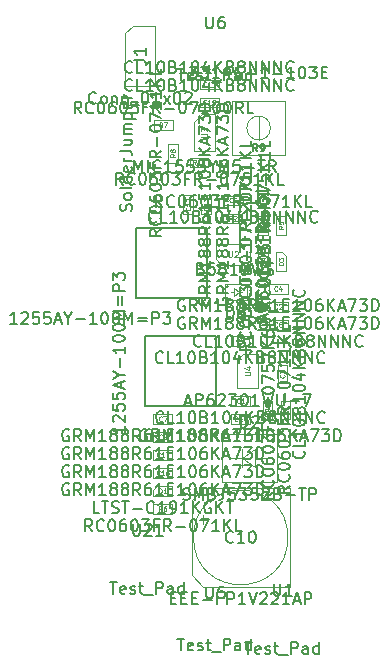
<source format=gbr>
%TF.GenerationSoftware,KiCad,Pcbnew,7.0.6*%
%TF.CreationDate,2023-11-17T13:49:41+01:00*%
%TF.ProjectId,dc_64a,64635f36-3461-42e6-9b69-6361645f7063,rev?*%
%TF.SameCoordinates,Original*%
%TF.FileFunction,AssemblyDrawing,Top*%
%FSLAX46Y46*%
G04 Gerber Fmt 4.6, Leading zero omitted, Abs format (unit mm)*
G04 Created by KiCad (PCBNEW 7.0.6) date 2023-11-17 13:49:41*
%MOMM*%
%LPD*%
G01*
G04 APERTURE LIST*
%ADD10C,0.150000*%
%ADD11C,0.060000*%
%ADD12C,0.075000*%
%ADD13C,0.100000*%
%ADD14C,0.127000*%
G04 APERTURE END LIST*
D10*
X95304690Y-67194580D02*
X95257071Y-67242200D01*
X95257071Y-67242200D02*
X95114214Y-67289819D01*
X95114214Y-67289819D02*
X95018976Y-67289819D01*
X95018976Y-67289819D02*
X94876119Y-67242200D01*
X94876119Y-67242200D02*
X94780881Y-67146961D01*
X94780881Y-67146961D02*
X94733262Y-67051723D01*
X94733262Y-67051723D02*
X94685643Y-66861247D01*
X94685643Y-66861247D02*
X94685643Y-66718390D01*
X94685643Y-66718390D02*
X94733262Y-66527914D01*
X94733262Y-66527914D02*
X94780881Y-66432676D01*
X94780881Y-66432676D02*
X94876119Y-66337438D01*
X94876119Y-66337438D02*
X95018976Y-66289819D01*
X95018976Y-66289819D02*
X95114214Y-66289819D01*
X95114214Y-66289819D02*
X95257071Y-66337438D01*
X95257071Y-66337438D02*
X95304690Y-66385057D01*
X96209452Y-67289819D02*
X95733262Y-67289819D01*
X95733262Y-67289819D02*
X95733262Y-66289819D01*
X97066595Y-67289819D02*
X96495167Y-67289819D01*
X96780881Y-67289819D02*
X96780881Y-66289819D01*
X96780881Y-66289819D02*
X96685643Y-66432676D01*
X96685643Y-66432676D02*
X96590405Y-66527914D01*
X96590405Y-66527914D02*
X96495167Y-66575533D01*
X97685643Y-66289819D02*
X97780881Y-66289819D01*
X97780881Y-66289819D02*
X97876119Y-66337438D01*
X97876119Y-66337438D02*
X97923738Y-66385057D01*
X97923738Y-66385057D02*
X97971357Y-66480295D01*
X97971357Y-66480295D02*
X98018976Y-66670771D01*
X98018976Y-66670771D02*
X98018976Y-66908866D01*
X98018976Y-66908866D02*
X97971357Y-67099342D01*
X97971357Y-67099342D02*
X97923738Y-67194580D01*
X97923738Y-67194580D02*
X97876119Y-67242200D01*
X97876119Y-67242200D02*
X97780881Y-67289819D01*
X97780881Y-67289819D02*
X97685643Y-67289819D01*
X97685643Y-67289819D02*
X97590405Y-67242200D01*
X97590405Y-67242200D02*
X97542786Y-67194580D01*
X97542786Y-67194580D02*
X97495167Y-67099342D01*
X97495167Y-67099342D02*
X97447548Y-66908866D01*
X97447548Y-66908866D02*
X97447548Y-66670771D01*
X97447548Y-66670771D02*
X97495167Y-66480295D01*
X97495167Y-66480295D02*
X97542786Y-66385057D01*
X97542786Y-66385057D02*
X97590405Y-66337438D01*
X97590405Y-66337438D02*
X97685643Y-66289819D01*
X98780881Y-66766009D02*
X98923738Y-66813628D01*
X98923738Y-66813628D02*
X98971357Y-66861247D01*
X98971357Y-66861247D02*
X99018976Y-66956485D01*
X99018976Y-66956485D02*
X99018976Y-67099342D01*
X99018976Y-67099342D02*
X98971357Y-67194580D01*
X98971357Y-67194580D02*
X98923738Y-67242200D01*
X98923738Y-67242200D02*
X98828500Y-67289819D01*
X98828500Y-67289819D02*
X98447548Y-67289819D01*
X98447548Y-67289819D02*
X98447548Y-66289819D01*
X98447548Y-66289819D02*
X98780881Y-66289819D01*
X98780881Y-66289819D02*
X98876119Y-66337438D01*
X98876119Y-66337438D02*
X98923738Y-66385057D01*
X98923738Y-66385057D02*
X98971357Y-66480295D01*
X98971357Y-66480295D02*
X98971357Y-66575533D01*
X98971357Y-66575533D02*
X98923738Y-66670771D01*
X98923738Y-66670771D02*
X98876119Y-66718390D01*
X98876119Y-66718390D02*
X98780881Y-66766009D01*
X98780881Y-66766009D02*
X98447548Y-66766009D01*
X99971357Y-67289819D02*
X99399929Y-67289819D01*
X99685643Y-67289819D02*
X99685643Y-66289819D01*
X99685643Y-66289819D02*
X99590405Y-66432676D01*
X99590405Y-66432676D02*
X99495167Y-66527914D01*
X99495167Y-66527914D02*
X99399929Y-66575533D01*
X100590405Y-66289819D02*
X100685643Y-66289819D01*
X100685643Y-66289819D02*
X100780881Y-66337438D01*
X100780881Y-66337438D02*
X100828500Y-66385057D01*
X100828500Y-66385057D02*
X100876119Y-66480295D01*
X100876119Y-66480295D02*
X100923738Y-66670771D01*
X100923738Y-66670771D02*
X100923738Y-66908866D01*
X100923738Y-66908866D02*
X100876119Y-67099342D01*
X100876119Y-67099342D02*
X100828500Y-67194580D01*
X100828500Y-67194580D02*
X100780881Y-67242200D01*
X100780881Y-67242200D02*
X100685643Y-67289819D01*
X100685643Y-67289819D02*
X100590405Y-67289819D01*
X100590405Y-67289819D02*
X100495167Y-67242200D01*
X100495167Y-67242200D02*
X100447548Y-67194580D01*
X100447548Y-67194580D02*
X100399929Y-67099342D01*
X100399929Y-67099342D02*
X100352310Y-66908866D01*
X100352310Y-66908866D02*
X100352310Y-66670771D01*
X100352310Y-66670771D02*
X100399929Y-66480295D01*
X100399929Y-66480295D02*
X100447548Y-66385057D01*
X100447548Y-66385057D02*
X100495167Y-66337438D01*
X100495167Y-66337438D02*
X100590405Y-66289819D01*
X101780881Y-66623152D02*
X101780881Y-67289819D01*
X101542786Y-66242200D02*
X101304691Y-66956485D01*
X101304691Y-66956485D02*
X101923738Y-66956485D01*
X102304691Y-67289819D02*
X102304691Y-66289819D01*
X102876119Y-67289819D02*
X102447548Y-66718390D01*
X102876119Y-66289819D02*
X102304691Y-66861247D01*
X103638024Y-66766009D02*
X103780881Y-66813628D01*
X103780881Y-66813628D02*
X103828500Y-66861247D01*
X103828500Y-66861247D02*
X103876119Y-66956485D01*
X103876119Y-66956485D02*
X103876119Y-67099342D01*
X103876119Y-67099342D02*
X103828500Y-67194580D01*
X103828500Y-67194580D02*
X103780881Y-67242200D01*
X103780881Y-67242200D02*
X103685643Y-67289819D01*
X103685643Y-67289819D02*
X103304691Y-67289819D01*
X103304691Y-67289819D02*
X103304691Y-66289819D01*
X103304691Y-66289819D02*
X103638024Y-66289819D01*
X103638024Y-66289819D02*
X103733262Y-66337438D01*
X103733262Y-66337438D02*
X103780881Y-66385057D01*
X103780881Y-66385057D02*
X103828500Y-66480295D01*
X103828500Y-66480295D02*
X103828500Y-66575533D01*
X103828500Y-66575533D02*
X103780881Y-66670771D01*
X103780881Y-66670771D02*
X103733262Y-66718390D01*
X103733262Y-66718390D02*
X103638024Y-66766009D01*
X103638024Y-66766009D02*
X103304691Y-66766009D01*
X104447548Y-66718390D02*
X104352310Y-66670771D01*
X104352310Y-66670771D02*
X104304691Y-66623152D01*
X104304691Y-66623152D02*
X104257072Y-66527914D01*
X104257072Y-66527914D02*
X104257072Y-66480295D01*
X104257072Y-66480295D02*
X104304691Y-66385057D01*
X104304691Y-66385057D02*
X104352310Y-66337438D01*
X104352310Y-66337438D02*
X104447548Y-66289819D01*
X104447548Y-66289819D02*
X104638024Y-66289819D01*
X104638024Y-66289819D02*
X104733262Y-66337438D01*
X104733262Y-66337438D02*
X104780881Y-66385057D01*
X104780881Y-66385057D02*
X104828500Y-66480295D01*
X104828500Y-66480295D02*
X104828500Y-66527914D01*
X104828500Y-66527914D02*
X104780881Y-66623152D01*
X104780881Y-66623152D02*
X104733262Y-66670771D01*
X104733262Y-66670771D02*
X104638024Y-66718390D01*
X104638024Y-66718390D02*
X104447548Y-66718390D01*
X104447548Y-66718390D02*
X104352310Y-66766009D01*
X104352310Y-66766009D02*
X104304691Y-66813628D01*
X104304691Y-66813628D02*
X104257072Y-66908866D01*
X104257072Y-66908866D02*
X104257072Y-67099342D01*
X104257072Y-67099342D02*
X104304691Y-67194580D01*
X104304691Y-67194580D02*
X104352310Y-67242200D01*
X104352310Y-67242200D02*
X104447548Y-67289819D01*
X104447548Y-67289819D02*
X104638024Y-67289819D01*
X104638024Y-67289819D02*
X104733262Y-67242200D01*
X104733262Y-67242200D02*
X104780881Y-67194580D01*
X104780881Y-67194580D02*
X104828500Y-67099342D01*
X104828500Y-67099342D02*
X104828500Y-66908866D01*
X104828500Y-66908866D02*
X104780881Y-66813628D01*
X104780881Y-66813628D02*
X104733262Y-66766009D01*
X104733262Y-66766009D02*
X104638024Y-66718390D01*
X105257072Y-67289819D02*
X105257072Y-66289819D01*
X105257072Y-66289819D02*
X105828500Y-67289819D01*
X105828500Y-67289819D02*
X105828500Y-66289819D01*
X106304691Y-67289819D02*
X106304691Y-66289819D01*
X106304691Y-66289819D02*
X106876119Y-67289819D01*
X106876119Y-67289819D02*
X106876119Y-66289819D01*
X107352310Y-67289819D02*
X107352310Y-66289819D01*
X107352310Y-66289819D02*
X107923738Y-67289819D01*
X107923738Y-67289819D02*
X107923738Y-66289819D01*
X108971357Y-67194580D02*
X108923738Y-67242200D01*
X108923738Y-67242200D02*
X108780881Y-67289819D01*
X108780881Y-67289819D02*
X108685643Y-67289819D01*
X108685643Y-67289819D02*
X108542786Y-67242200D01*
X108542786Y-67242200D02*
X108447548Y-67146961D01*
X108447548Y-67146961D02*
X108399929Y-67051723D01*
X108399929Y-67051723D02*
X108352310Y-66861247D01*
X108352310Y-66861247D02*
X108352310Y-66718390D01*
X108352310Y-66718390D02*
X108399929Y-66527914D01*
X108399929Y-66527914D02*
X108447548Y-66432676D01*
X108447548Y-66432676D02*
X108542786Y-66337438D01*
X108542786Y-66337438D02*
X108685643Y-66289819D01*
X108685643Y-66289819D02*
X108780881Y-66289819D01*
X108780881Y-66289819D02*
X108923738Y-66337438D01*
X108923738Y-66337438D02*
X108971357Y-66385057D01*
D11*
X101761833Y-65548832D02*
X101742785Y-65567880D01*
X101742785Y-65567880D02*
X101685643Y-65586927D01*
X101685643Y-65586927D02*
X101647547Y-65586927D01*
X101647547Y-65586927D02*
X101590404Y-65567880D01*
X101590404Y-65567880D02*
X101552309Y-65529784D01*
X101552309Y-65529784D02*
X101533262Y-65491689D01*
X101533262Y-65491689D02*
X101514214Y-65415499D01*
X101514214Y-65415499D02*
X101514214Y-65358356D01*
X101514214Y-65358356D02*
X101533262Y-65282165D01*
X101533262Y-65282165D02*
X101552309Y-65244070D01*
X101552309Y-65244070D02*
X101590404Y-65205975D01*
X101590404Y-65205975D02*
X101647547Y-65186927D01*
X101647547Y-65186927D02*
X101685643Y-65186927D01*
X101685643Y-65186927D02*
X101742785Y-65205975D01*
X101742785Y-65205975D02*
X101761833Y-65225022D01*
X102142785Y-65586927D02*
X101914214Y-65586927D01*
X102028500Y-65586927D02*
X102028500Y-65186927D01*
X102028500Y-65186927D02*
X101990404Y-65244070D01*
X101990404Y-65244070D02*
X101952309Y-65282165D01*
X101952309Y-65282165D02*
X101914214Y-65301213D01*
D10*
X91871118Y-47096819D02*
X91537785Y-46620628D01*
X91299690Y-47096819D02*
X91299690Y-46096819D01*
X91299690Y-46096819D02*
X91680642Y-46096819D01*
X91680642Y-46096819D02*
X91775880Y-46144438D01*
X91775880Y-46144438D02*
X91823499Y-46192057D01*
X91823499Y-46192057D02*
X91871118Y-46287295D01*
X91871118Y-46287295D02*
X91871118Y-46430152D01*
X91871118Y-46430152D02*
X91823499Y-46525390D01*
X91823499Y-46525390D02*
X91775880Y-46573009D01*
X91775880Y-46573009D02*
X91680642Y-46620628D01*
X91680642Y-46620628D02*
X91299690Y-46620628D01*
X92871118Y-47001580D02*
X92823499Y-47049200D01*
X92823499Y-47049200D02*
X92680642Y-47096819D01*
X92680642Y-47096819D02*
X92585404Y-47096819D01*
X92585404Y-47096819D02*
X92442547Y-47049200D01*
X92442547Y-47049200D02*
X92347309Y-46953961D01*
X92347309Y-46953961D02*
X92299690Y-46858723D01*
X92299690Y-46858723D02*
X92252071Y-46668247D01*
X92252071Y-46668247D02*
X92252071Y-46525390D01*
X92252071Y-46525390D02*
X92299690Y-46334914D01*
X92299690Y-46334914D02*
X92347309Y-46239676D01*
X92347309Y-46239676D02*
X92442547Y-46144438D01*
X92442547Y-46144438D02*
X92585404Y-46096819D01*
X92585404Y-46096819D02*
X92680642Y-46096819D01*
X92680642Y-46096819D02*
X92823499Y-46144438D01*
X92823499Y-46144438D02*
X92871118Y-46192057D01*
X93490166Y-46096819D02*
X93585404Y-46096819D01*
X93585404Y-46096819D02*
X93680642Y-46144438D01*
X93680642Y-46144438D02*
X93728261Y-46192057D01*
X93728261Y-46192057D02*
X93775880Y-46287295D01*
X93775880Y-46287295D02*
X93823499Y-46477771D01*
X93823499Y-46477771D02*
X93823499Y-46715866D01*
X93823499Y-46715866D02*
X93775880Y-46906342D01*
X93775880Y-46906342D02*
X93728261Y-47001580D01*
X93728261Y-47001580D02*
X93680642Y-47049200D01*
X93680642Y-47049200D02*
X93585404Y-47096819D01*
X93585404Y-47096819D02*
X93490166Y-47096819D01*
X93490166Y-47096819D02*
X93394928Y-47049200D01*
X93394928Y-47049200D02*
X93347309Y-47001580D01*
X93347309Y-47001580D02*
X93299690Y-46906342D01*
X93299690Y-46906342D02*
X93252071Y-46715866D01*
X93252071Y-46715866D02*
X93252071Y-46477771D01*
X93252071Y-46477771D02*
X93299690Y-46287295D01*
X93299690Y-46287295D02*
X93347309Y-46192057D01*
X93347309Y-46192057D02*
X93394928Y-46144438D01*
X93394928Y-46144438D02*
X93490166Y-46096819D01*
X94680642Y-46096819D02*
X94490166Y-46096819D01*
X94490166Y-46096819D02*
X94394928Y-46144438D01*
X94394928Y-46144438D02*
X94347309Y-46192057D01*
X94347309Y-46192057D02*
X94252071Y-46334914D01*
X94252071Y-46334914D02*
X94204452Y-46525390D01*
X94204452Y-46525390D02*
X94204452Y-46906342D01*
X94204452Y-46906342D02*
X94252071Y-47001580D01*
X94252071Y-47001580D02*
X94299690Y-47049200D01*
X94299690Y-47049200D02*
X94394928Y-47096819D01*
X94394928Y-47096819D02*
X94585404Y-47096819D01*
X94585404Y-47096819D02*
X94680642Y-47049200D01*
X94680642Y-47049200D02*
X94728261Y-47001580D01*
X94728261Y-47001580D02*
X94775880Y-46906342D01*
X94775880Y-46906342D02*
X94775880Y-46668247D01*
X94775880Y-46668247D02*
X94728261Y-46573009D01*
X94728261Y-46573009D02*
X94680642Y-46525390D01*
X94680642Y-46525390D02*
X94585404Y-46477771D01*
X94585404Y-46477771D02*
X94394928Y-46477771D01*
X94394928Y-46477771D02*
X94299690Y-46525390D01*
X94299690Y-46525390D02*
X94252071Y-46573009D01*
X94252071Y-46573009D02*
X94204452Y-46668247D01*
X95394928Y-46096819D02*
X95490166Y-46096819D01*
X95490166Y-46096819D02*
X95585404Y-46144438D01*
X95585404Y-46144438D02*
X95633023Y-46192057D01*
X95633023Y-46192057D02*
X95680642Y-46287295D01*
X95680642Y-46287295D02*
X95728261Y-46477771D01*
X95728261Y-46477771D02*
X95728261Y-46715866D01*
X95728261Y-46715866D02*
X95680642Y-46906342D01*
X95680642Y-46906342D02*
X95633023Y-47001580D01*
X95633023Y-47001580D02*
X95585404Y-47049200D01*
X95585404Y-47049200D02*
X95490166Y-47096819D01*
X95490166Y-47096819D02*
X95394928Y-47096819D01*
X95394928Y-47096819D02*
X95299690Y-47049200D01*
X95299690Y-47049200D02*
X95252071Y-47001580D01*
X95252071Y-47001580D02*
X95204452Y-46906342D01*
X95204452Y-46906342D02*
X95156833Y-46715866D01*
X95156833Y-46715866D02*
X95156833Y-46477771D01*
X95156833Y-46477771D02*
X95204452Y-46287295D01*
X95204452Y-46287295D02*
X95252071Y-46192057D01*
X95252071Y-46192057D02*
X95299690Y-46144438D01*
X95299690Y-46144438D02*
X95394928Y-46096819D01*
X96061595Y-46096819D02*
X96680642Y-46096819D01*
X96680642Y-46096819D02*
X96347309Y-46477771D01*
X96347309Y-46477771D02*
X96490166Y-46477771D01*
X96490166Y-46477771D02*
X96585404Y-46525390D01*
X96585404Y-46525390D02*
X96633023Y-46573009D01*
X96633023Y-46573009D02*
X96680642Y-46668247D01*
X96680642Y-46668247D02*
X96680642Y-46906342D01*
X96680642Y-46906342D02*
X96633023Y-47001580D01*
X96633023Y-47001580D02*
X96585404Y-47049200D01*
X96585404Y-47049200D02*
X96490166Y-47096819D01*
X96490166Y-47096819D02*
X96204452Y-47096819D01*
X96204452Y-47096819D02*
X96109214Y-47049200D01*
X96109214Y-47049200D02*
X96061595Y-47001580D01*
X97442547Y-46573009D02*
X97109214Y-46573009D01*
X97109214Y-47096819D02*
X97109214Y-46096819D01*
X97109214Y-46096819D02*
X97585404Y-46096819D01*
X98537785Y-47096819D02*
X98204452Y-46620628D01*
X97966357Y-47096819D02*
X97966357Y-46096819D01*
X97966357Y-46096819D02*
X98347309Y-46096819D01*
X98347309Y-46096819D02*
X98442547Y-46144438D01*
X98442547Y-46144438D02*
X98490166Y-46192057D01*
X98490166Y-46192057D02*
X98537785Y-46287295D01*
X98537785Y-46287295D02*
X98537785Y-46430152D01*
X98537785Y-46430152D02*
X98490166Y-46525390D01*
X98490166Y-46525390D02*
X98442547Y-46573009D01*
X98442547Y-46573009D02*
X98347309Y-46620628D01*
X98347309Y-46620628D02*
X97966357Y-46620628D01*
X98966357Y-46715866D02*
X99728262Y-46715866D01*
X100394928Y-46096819D02*
X100490166Y-46096819D01*
X100490166Y-46096819D02*
X100585404Y-46144438D01*
X100585404Y-46144438D02*
X100633023Y-46192057D01*
X100633023Y-46192057D02*
X100680642Y-46287295D01*
X100680642Y-46287295D02*
X100728261Y-46477771D01*
X100728261Y-46477771D02*
X100728261Y-46715866D01*
X100728261Y-46715866D02*
X100680642Y-46906342D01*
X100680642Y-46906342D02*
X100633023Y-47001580D01*
X100633023Y-47001580D02*
X100585404Y-47049200D01*
X100585404Y-47049200D02*
X100490166Y-47096819D01*
X100490166Y-47096819D02*
X100394928Y-47096819D01*
X100394928Y-47096819D02*
X100299690Y-47049200D01*
X100299690Y-47049200D02*
X100252071Y-47001580D01*
X100252071Y-47001580D02*
X100204452Y-46906342D01*
X100204452Y-46906342D02*
X100156833Y-46715866D01*
X100156833Y-46715866D02*
X100156833Y-46477771D01*
X100156833Y-46477771D02*
X100204452Y-46287295D01*
X100204452Y-46287295D02*
X100252071Y-46192057D01*
X100252071Y-46192057D02*
X100299690Y-46144438D01*
X100299690Y-46144438D02*
X100394928Y-46096819D01*
X101061595Y-46096819D02*
X101728261Y-46096819D01*
X101728261Y-46096819D02*
X101299690Y-47096819D01*
X102585404Y-46096819D02*
X102109214Y-46096819D01*
X102109214Y-46096819D02*
X102061595Y-46573009D01*
X102061595Y-46573009D02*
X102109214Y-46525390D01*
X102109214Y-46525390D02*
X102204452Y-46477771D01*
X102204452Y-46477771D02*
X102442547Y-46477771D01*
X102442547Y-46477771D02*
X102537785Y-46525390D01*
X102537785Y-46525390D02*
X102585404Y-46573009D01*
X102585404Y-46573009D02*
X102633023Y-46668247D01*
X102633023Y-46668247D02*
X102633023Y-46906342D01*
X102633023Y-46906342D02*
X102585404Y-47001580D01*
X102585404Y-47001580D02*
X102537785Y-47049200D01*
X102537785Y-47049200D02*
X102442547Y-47096819D01*
X102442547Y-47096819D02*
X102204452Y-47096819D01*
X102204452Y-47096819D02*
X102109214Y-47049200D01*
X102109214Y-47049200D02*
X102061595Y-47001580D01*
X103585404Y-47096819D02*
X103013976Y-47096819D01*
X103299690Y-47096819D02*
X103299690Y-46096819D01*
X103299690Y-46096819D02*
X103204452Y-46239676D01*
X103204452Y-46239676D02*
X103109214Y-46334914D01*
X103109214Y-46334914D02*
X103013976Y-46382533D01*
X104013976Y-47096819D02*
X104013976Y-46096819D01*
X104585404Y-47096819D02*
X104156833Y-46525390D01*
X104585404Y-46096819D02*
X104013976Y-46668247D01*
X105490166Y-47096819D02*
X105013976Y-47096819D01*
X105013976Y-47096819D02*
X105013976Y-46096819D01*
D11*
X98066357Y-45393927D02*
X97933024Y-45203451D01*
X97837786Y-45393927D02*
X97837786Y-44993927D01*
X97837786Y-44993927D02*
X97990167Y-44993927D01*
X97990167Y-44993927D02*
X98028262Y-45012975D01*
X98028262Y-45012975D02*
X98047309Y-45032022D01*
X98047309Y-45032022D02*
X98066357Y-45070118D01*
X98066357Y-45070118D02*
X98066357Y-45127260D01*
X98066357Y-45127260D02*
X98047309Y-45165356D01*
X98047309Y-45165356D02*
X98028262Y-45184403D01*
X98028262Y-45184403D02*
X97990167Y-45203451D01*
X97990167Y-45203451D02*
X97837786Y-45203451D01*
X98447309Y-45393927D02*
X98218738Y-45393927D01*
X98333024Y-45393927D02*
X98333024Y-44993927D01*
X98333024Y-44993927D02*
X98294928Y-45051070D01*
X98294928Y-45051070D02*
X98256833Y-45089165D01*
X98256833Y-45089165D02*
X98218738Y-45108213D01*
X98828261Y-45393927D02*
X98599690Y-45393927D01*
X98713976Y-45393927D02*
X98713976Y-44993927D01*
X98713976Y-44993927D02*
X98675880Y-45051070D01*
X98675880Y-45051070D02*
X98637785Y-45089165D01*
X98637785Y-45089165D02*
X98599690Y-45108213D01*
D10*
X87297618Y-67861438D02*
X87202380Y-67813819D01*
X87202380Y-67813819D02*
X87059523Y-67813819D01*
X87059523Y-67813819D02*
X86916666Y-67861438D01*
X86916666Y-67861438D02*
X86821428Y-67956676D01*
X86821428Y-67956676D02*
X86773809Y-68051914D01*
X86773809Y-68051914D02*
X86726190Y-68242390D01*
X86726190Y-68242390D02*
X86726190Y-68385247D01*
X86726190Y-68385247D02*
X86773809Y-68575723D01*
X86773809Y-68575723D02*
X86821428Y-68670961D01*
X86821428Y-68670961D02*
X86916666Y-68766200D01*
X86916666Y-68766200D02*
X87059523Y-68813819D01*
X87059523Y-68813819D02*
X87154761Y-68813819D01*
X87154761Y-68813819D02*
X87297618Y-68766200D01*
X87297618Y-68766200D02*
X87345237Y-68718580D01*
X87345237Y-68718580D02*
X87345237Y-68385247D01*
X87345237Y-68385247D02*
X87154761Y-68385247D01*
X88345237Y-68813819D02*
X88011904Y-68337628D01*
X87773809Y-68813819D02*
X87773809Y-67813819D01*
X87773809Y-67813819D02*
X88154761Y-67813819D01*
X88154761Y-67813819D02*
X88249999Y-67861438D01*
X88249999Y-67861438D02*
X88297618Y-67909057D01*
X88297618Y-67909057D02*
X88345237Y-68004295D01*
X88345237Y-68004295D02*
X88345237Y-68147152D01*
X88345237Y-68147152D02*
X88297618Y-68242390D01*
X88297618Y-68242390D02*
X88249999Y-68290009D01*
X88249999Y-68290009D02*
X88154761Y-68337628D01*
X88154761Y-68337628D02*
X87773809Y-68337628D01*
X88773809Y-68813819D02*
X88773809Y-67813819D01*
X88773809Y-67813819D02*
X89107142Y-68528104D01*
X89107142Y-68528104D02*
X89440475Y-67813819D01*
X89440475Y-67813819D02*
X89440475Y-68813819D01*
X90440475Y-68813819D02*
X89869047Y-68813819D01*
X90154761Y-68813819D02*
X90154761Y-67813819D01*
X90154761Y-67813819D02*
X90059523Y-67956676D01*
X90059523Y-67956676D02*
X89964285Y-68051914D01*
X89964285Y-68051914D02*
X89869047Y-68099533D01*
X91011904Y-68242390D02*
X90916666Y-68194771D01*
X90916666Y-68194771D02*
X90869047Y-68147152D01*
X90869047Y-68147152D02*
X90821428Y-68051914D01*
X90821428Y-68051914D02*
X90821428Y-68004295D01*
X90821428Y-68004295D02*
X90869047Y-67909057D01*
X90869047Y-67909057D02*
X90916666Y-67861438D01*
X90916666Y-67861438D02*
X91011904Y-67813819D01*
X91011904Y-67813819D02*
X91202380Y-67813819D01*
X91202380Y-67813819D02*
X91297618Y-67861438D01*
X91297618Y-67861438D02*
X91345237Y-67909057D01*
X91345237Y-67909057D02*
X91392856Y-68004295D01*
X91392856Y-68004295D02*
X91392856Y-68051914D01*
X91392856Y-68051914D02*
X91345237Y-68147152D01*
X91345237Y-68147152D02*
X91297618Y-68194771D01*
X91297618Y-68194771D02*
X91202380Y-68242390D01*
X91202380Y-68242390D02*
X91011904Y-68242390D01*
X91011904Y-68242390D02*
X90916666Y-68290009D01*
X90916666Y-68290009D02*
X90869047Y-68337628D01*
X90869047Y-68337628D02*
X90821428Y-68432866D01*
X90821428Y-68432866D02*
X90821428Y-68623342D01*
X90821428Y-68623342D02*
X90869047Y-68718580D01*
X90869047Y-68718580D02*
X90916666Y-68766200D01*
X90916666Y-68766200D02*
X91011904Y-68813819D01*
X91011904Y-68813819D02*
X91202380Y-68813819D01*
X91202380Y-68813819D02*
X91297618Y-68766200D01*
X91297618Y-68766200D02*
X91345237Y-68718580D01*
X91345237Y-68718580D02*
X91392856Y-68623342D01*
X91392856Y-68623342D02*
X91392856Y-68432866D01*
X91392856Y-68432866D02*
X91345237Y-68337628D01*
X91345237Y-68337628D02*
X91297618Y-68290009D01*
X91297618Y-68290009D02*
X91202380Y-68242390D01*
X91964285Y-68242390D02*
X91869047Y-68194771D01*
X91869047Y-68194771D02*
X91821428Y-68147152D01*
X91821428Y-68147152D02*
X91773809Y-68051914D01*
X91773809Y-68051914D02*
X91773809Y-68004295D01*
X91773809Y-68004295D02*
X91821428Y-67909057D01*
X91821428Y-67909057D02*
X91869047Y-67861438D01*
X91869047Y-67861438D02*
X91964285Y-67813819D01*
X91964285Y-67813819D02*
X92154761Y-67813819D01*
X92154761Y-67813819D02*
X92249999Y-67861438D01*
X92249999Y-67861438D02*
X92297618Y-67909057D01*
X92297618Y-67909057D02*
X92345237Y-68004295D01*
X92345237Y-68004295D02*
X92345237Y-68051914D01*
X92345237Y-68051914D02*
X92297618Y-68147152D01*
X92297618Y-68147152D02*
X92249999Y-68194771D01*
X92249999Y-68194771D02*
X92154761Y-68242390D01*
X92154761Y-68242390D02*
X91964285Y-68242390D01*
X91964285Y-68242390D02*
X91869047Y-68290009D01*
X91869047Y-68290009D02*
X91821428Y-68337628D01*
X91821428Y-68337628D02*
X91773809Y-68432866D01*
X91773809Y-68432866D02*
X91773809Y-68623342D01*
X91773809Y-68623342D02*
X91821428Y-68718580D01*
X91821428Y-68718580D02*
X91869047Y-68766200D01*
X91869047Y-68766200D02*
X91964285Y-68813819D01*
X91964285Y-68813819D02*
X92154761Y-68813819D01*
X92154761Y-68813819D02*
X92249999Y-68766200D01*
X92249999Y-68766200D02*
X92297618Y-68718580D01*
X92297618Y-68718580D02*
X92345237Y-68623342D01*
X92345237Y-68623342D02*
X92345237Y-68432866D01*
X92345237Y-68432866D02*
X92297618Y-68337628D01*
X92297618Y-68337628D02*
X92249999Y-68290009D01*
X92249999Y-68290009D02*
X92154761Y-68242390D01*
X93345237Y-68813819D02*
X93011904Y-68337628D01*
X92773809Y-68813819D02*
X92773809Y-67813819D01*
X92773809Y-67813819D02*
X93154761Y-67813819D01*
X93154761Y-67813819D02*
X93249999Y-67861438D01*
X93249999Y-67861438D02*
X93297618Y-67909057D01*
X93297618Y-67909057D02*
X93345237Y-68004295D01*
X93345237Y-68004295D02*
X93345237Y-68147152D01*
X93345237Y-68147152D02*
X93297618Y-68242390D01*
X93297618Y-68242390D02*
X93249999Y-68290009D01*
X93249999Y-68290009D02*
X93154761Y-68337628D01*
X93154761Y-68337628D02*
X92773809Y-68337628D01*
X94202380Y-67813819D02*
X94011904Y-67813819D01*
X94011904Y-67813819D02*
X93916666Y-67861438D01*
X93916666Y-67861438D02*
X93869047Y-67909057D01*
X93869047Y-67909057D02*
X93773809Y-68051914D01*
X93773809Y-68051914D02*
X93726190Y-68242390D01*
X93726190Y-68242390D02*
X93726190Y-68623342D01*
X93726190Y-68623342D02*
X93773809Y-68718580D01*
X93773809Y-68718580D02*
X93821428Y-68766200D01*
X93821428Y-68766200D02*
X93916666Y-68813819D01*
X93916666Y-68813819D02*
X94107142Y-68813819D01*
X94107142Y-68813819D02*
X94202380Y-68766200D01*
X94202380Y-68766200D02*
X94249999Y-68718580D01*
X94249999Y-68718580D02*
X94297618Y-68623342D01*
X94297618Y-68623342D02*
X94297618Y-68385247D01*
X94297618Y-68385247D02*
X94249999Y-68290009D01*
X94249999Y-68290009D02*
X94202380Y-68242390D01*
X94202380Y-68242390D02*
X94107142Y-68194771D01*
X94107142Y-68194771D02*
X93916666Y-68194771D01*
X93916666Y-68194771D02*
X93821428Y-68242390D01*
X93821428Y-68242390D02*
X93773809Y-68290009D01*
X93773809Y-68290009D02*
X93726190Y-68385247D01*
X95249999Y-68813819D02*
X94678571Y-68813819D01*
X94964285Y-68813819D02*
X94964285Y-67813819D01*
X94964285Y-67813819D02*
X94869047Y-67956676D01*
X94869047Y-67956676D02*
X94773809Y-68051914D01*
X94773809Y-68051914D02*
X94678571Y-68099533D01*
X95678571Y-68290009D02*
X96011904Y-68290009D01*
X96154761Y-68813819D02*
X95678571Y-68813819D01*
X95678571Y-68813819D02*
X95678571Y-67813819D01*
X95678571Y-67813819D02*
X96154761Y-67813819D01*
X97107142Y-68813819D02*
X96535714Y-68813819D01*
X96821428Y-68813819D02*
X96821428Y-67813819D01*
X96821428Y-67813819D02*
X96726190Y-67956676D01*
X96726190Y-67956676D02*
X96630952Y-68051914D01*
X96630952Y-68051914D02*
X96535714Y-68099533D01*
X97726190Y-67813819D02*
X97821428Y-67813819D01*
X97821428Y-67813819D02*
X97916666Y-67861438D01*
X97916666Y-67861438D02*
X97964285Y-67909057D01*
X97964285Y-67909057D02*
X98011904Y-68004295D01*
X98011904Y-68004295D02*
X98059523Y-68194771D01*
X98059523Y-68194771D02*
X98059523Y-68432866D01*
X98059523Y-68432866D02*
X98011904Y-68623342D01*
X98011904Y-68623342D02*
X97964285Y-68718580D01*
X97964285Y-68718580D02*
X97916666Y-68766200D01*
X97916666Y-68766200D02*
X97821428Y-68813819D01*
X97821428Y-68813819D02*
X97726190Y-68813819D01*
X97726190Y-68813819D02*
X97630952Y-68766200D01*
X97630952Y-68766200D02*
X97583333Y-68718580D01*
X97583333Y-68718580D02*
X97535714Y-68623342D01*
X97535714Y-68623342D02*
X97488095Y-68432866D01*
X97488095Y-68432866D02*
X97488095Y-68194771D01*
X97488095Y-68194771D02*
X97535714Y-68004295D01*
X97535714Y-68004295D02*
X97583333Y-67909057D01*
X97583333Y-67909057D02*
X97630952Y-67861438D01*
X97630952Y-67861438D02*
X97726190Y-67813819D01*
X98916666Y-67813819D02*
X98726190Y-67813819D01*
X98726190Y-67813819D02*
X98630952Y-67861438D01*
X98630952Y-67861438D02*
X98583333Y-67909057D01*
X98583333Y-67909057D02*
X98488095Y-68051914D01*
X98488095Y-68051914D02*
X98440476Y-68242390D01*
X98440476Y-68242390D02*
X98440476Y-68623342D01*
X98440476Y-68623342D02*
X98488095Y-68718580D01*
X98488095Y-68718580D02*
X98535714Y-68766200D01*
X98535714Y-68766200D02*
X98630952Y-68813819D01*
X98630952Y-68813819D02*
X98821428Y-68813819D01*
X98821428Y-68813819D02*
X98916666Y-68766200D01*
X98916666Y-68766200D02*
X98964285Y-68718580D01*
X98964285Y-68718580D02*
X99011904Y-68623342D01*
X99011904Y-68623342D02*
X99011904Y-68385247D01*
X99011904Y-68385247D02*
X98964285Y-68290009D01*
X98964285Y-68290009D02*
X98916666Y-68242390D01*
X98916666Y-68242390D02*
X98821428Y-68194771D01*
X98821428Y-68194771D02*
X98630952Y-68194771D01*
X98630952Y-68194771D02*
X98535714Y-68242390D01*
X98535714Y-68242390D02*
X98488095Y-68290009D01*
X98488095Y-68290009D02*
X98440476Y-68385247D01*
X99440476Y-68813819D02*
X99440476Y-67813819D01*
X100011904Y-68813819D02*
X99583333Y-68242390D01*
X100011904Y-67813819D02*
X99440476Y-68385247D01*
X100392857Y-68528104D02*
X100869047Y-68528104D01*
X100297619Y-68813819D02*
X100630952Y-67813819D01*
X100630952Y-67813819D02*
X100964285Y-68813819D01*
X101202381Y-67813819D02*
X101869047Y-67813819D01*
X101869047Y-67813819D02*
X101440476Y-68813819D01*
X102154762Y-67813819D02*
X102773809Y-67813819D01*
X102773809Y-67813819D02*
X102440476Y-68194771D01*
X102440476Y-68194771D02*
X102583333Y-68194771D01*
X102583333Y-68194771D02*
X102678571Y-68242390D01*
X102678571Y-68242390D02*
X102726190Y-68290009D01*
X102726190Y-68290009D02*
X102773809Y-68385247D01*
X102773809Y-68385247D02*
X102773809Y-68623342D01*
X102773809Y-68623342D02*
X102726190Y-68718580D01*
X102726190Y-68718580D02*
X102678571Y-68766200D01*
X102678571Y-68766200D02*
X102583333Y-68813819D01*
X102583333Y-68813819D02*
X102297619Y-68813819D01*
X102297619Y-68813819D02*
X102202381Y-68766200D01*
X102202381Y-68766200D02*
X102154762Y-68718580D01*
X103202381Y-68813819D02*
X103202381Y-67813819D01*
X103202381Y-67813819D02*
X103440476Y-67813819D01*
X103440476Y-67813819D02*
X103583333Y-67861438D01*
X103583333Y-67861438D02*
X103678571Y-67956676D01*
X103678571Y-67956676D02*
X103726190Y-68051914D01*
X103726190Y-68051914D02*
X103773809Y-68242390D01*
X103773809Y-68242390D02*
X103773809Y-68385247D01*
X103773809Y-68385247D02*
X103726190Y-68575723D01*
X103726190Y-68575723D02*
X103678571Y-68670961D01*
X103678571Y-68670961D02*
X103583333Y-68766200D01*
X103583333Y-68766200D02*
X103440476Y-68813819D01*
X103440476Y-68813819D02*
X103202381Y-68813819D01*
D11*
X95183333Y-67072832D02*
X95164285Y-67091880D01*
X95164285Y-67091880D02*
X95107143Y-67110927D01*
X95107143Y-67110927D02*
X95069047Y-67110927D01*
X95069047Y-67110927D02*
X95011904Y-67091880D01*
X95011904Y-67091880D02*
X94973809Y-67053784D01*
X94973809Y-67053784D02*
X94954762Y-67015689D01*
X94954762Y-67015689D02*
X94935714Y-66939499D01*
X94935714Y-66939499D02*
X94935714Y-66882356D01*
X94935714Y-66882356D02*
X94954762Y-66806165D01*
X94954762Y-66806165D02*
X94973809Y-66768070D01*
X94973809Y-66768070D02*
X95011904Y-66729975D01*
X95011904Y-66729975D02*
X95069047Y-66710927D01*
X95069047Y-66710927D02*
X95107143Y-66710927D01*
X95107143Y-66710927D02*
X95164285Y-66729975D01*
X95164285Y-66729975D02*
X95183333Y-66749022D01*
X95316666Y-66710927D02*
X95583333Y-66710927D01*
X95583333Y-66710927D02*
X95411904Y-67110927D01*
D10*
X97147476Y-65534104D02*
X97623666Y-65534104D01*
X97052238Y-65819819D02*
X97385571Y-64819819D01*
X97385571Y-64819819D02*
X97718904Y-65819819D01*
X98052238Y-65819819D02*
X98052238Y-64819819D01*
X98052238Y-64819819D02*
X98433190Y-64819819D01*
X98433190Y-64819819D02*
X98528428Y-64867438D01*
X98528428Y-64867438D02*
X98576047Y-64915057D01*
X98576047Y-64915057D02*
X98623666Y-65010295D01*
X98623666Y-65010295D02*
X98623666Y-65153152D01*
X98623666Y-65153152D02*
X98576047Y-65248390D01*
X98576047Y-65248390D02*
X98528428Y-65296009D01*
X98528428Y-65296009D02*
X98433190Y-65343628D01*
X98433190Y-65343628D02*
X98052238Y-65343628D01*
X99480809Y-64819819D02*
X99290333Y-64819819D01*
X99290333Y-64819819D02*
X99195095Y-64867438D01*
X99195095Y-64867438D02*
X99147476Y-64915057D01*
X99147476Y-64915057D02*
X99052238Y-65057914D01*
X99052238Y-65057914D02*
X99004619Y-65248390D01*
X99004619Y-65248390D02*
X99004619Y-65629342D01*
X99004619Y-65629342D02*
X99052238Y-65724580D01*
X99052238Y-65724580D02*
X99099857Y-65772200D01*
X99099857Y-65772200D02*
X99195095Y-65819819D01*
X99195095Y-65819819D02*
X99385571Y-65819819D01*
X99385571Y-65819819D02*
X99480809Y-65772200D01*
X99480809Y-65772200D02*
X99528428Y-65724580D01*
X99528428Y-65724580D02*
X99576047Y-65629342D01*
X99576047Y-65629342D02*
X99576047Y-65391247D01*
X99576047Y-65391247D02*
X99528428Y-65296009D01*
X99528428Y-65296009D02*
X99480809Y-65248390D01*
X99480809Y-65248390D02*
X99385571Y-65200771D01*
X99385571Y-65200771D02*
X99195095Y-65200771D01*
X99195095Y-65200771D02*
X99099857Y-65248390D01*
X99099857Y-65248390D02*
X99052238Y-65296009D01*
X99052238Y-65296009D02*
X99004619Y-65391247D01*
X99957000Y-64915057D02*
X100004619Y-64867438D01*
X100004619Y-64867438D02*
X100099857Y-64819819D01*
X100099857Y-64819819D02*
X100337952Y-64819819D01*
X100337952Y-64819819D02*
X100433190Y-64867438D01*
X100433190Y-64867438D02*
X100480809Y-64915057D01*
X100480809Y-64915057D02*
X100528428Y-65010295D01*
X100528428Y-65010295D02*
X100528428Y-65105533D01*
X100528428Y-65105533D02*
X100480809Y-65248390D01*
X100480809Y-65248390D02*
X99909381Y-65819819D01*
X99909381Y-65819819D02*
X100528428Y-65819819D01*
X100861762Y-64819819D02*
X101480809Y-64819819D01*
X101480809Y-64819819D02*
X101147476Y-65200771D01*
X101147476Y-65200771D02*
X101290333Y-65200771D01*
X101290333Y-65200771D02*
X101385571Y-65248390D01*
X101385571Y-65248390D02*
X101433190Y-65296009D01*
X101433190Y-65296009D02*
X101480809Y-65391247D01*
X101480809Y-65391247D02*
X101480809Y-65629342D01*
X101480809Y-65629342D02*
X101433190Y-65724580D01*
X101433190Y-65724580D02*
X101385571Y-65772200D01*
X101385571Y-65772200D02*
X101290333Y-65819819D01*
X101290333Y-65819819D02*
X101004619Y-65819819D01*
X101004619Y-65819819D02*
X100909381Y-65772200D01*
X100909381Y-65772200D02*
X100861762Y-65724580D01*
X102099857Y-64819819D02*
X102195095Y-64819819D01*
X102195095Y-64819819D02*
X102290333Y-64867438D01*
X102290333Y-64867438D02*
X102337952Y-64915057D01*
X102337952Y-64915057D02*
X102385571Y-65010295D01*
X102385571Y-65010295D02*
X102433190Y-65200771D01*
X102433190Y-65200771D02*
X102433190Y-65438866D01*
X102433190Y-65438866D02*
X102385571Y-65629342D01*
X102385571Y-65629342D02*
X102337952Y-65724580D01*
X102337952Y-65724580D02*
X102290333Y-65772200D01*
X102290333Y-65772200D02*
X102195095Y-65819819D01*
X102195095Y-65819819D02*
X102099857Y-65819819D01*
X102099857Y-65819819D02*
X102004619Y-65772200D01*
X102004619Y-65772200D02*
X101957000Y-65724580D01*
X101957000Y-65724580D02*
X101909381Y-65629342D01*
X101909381Y-65629342D02*
X101861762Y-65438866D01*
X101861762Y-65438866D02*
X101861762Y-65200771D01*
X101861762Y-65200771D02*
X101909381Y-65010295D01*
X101909381Y-65010295D02*
X101957000Y-64915057D01*
X101957000Y-64915057D02*
X102004619Y-64867438D01*
X102004619Y-64867438D02*
X102099857Y-64819819D01*
X103385571Y-65819819D02*
X102814143Y-65819819D01*
X103099857Y-65819819D02*
X103099857Y-64819819D01*
X103099857Y-64819819D02*
X103004619Y-64962676D01*
X103004619Y-64962676D02*
X102909381Y-65057914D01*
X102909381Y-65057914D02*
X102814143Y-65105533D01*
X103718905Y-64819819D02*
X103957000Y-65819819D01*
X103957000Y-65819819D02*
X104147476Y-65105533D01*
X104147476Y-65105533D02*
X104337952Y-65819819D01*
X104337952Y-65819819D02*
X104576048Y-64819819D01*
X104957000Y-64819819D02*
X104957000Y-65629342D01*
X104957000Y-65629342D02*
X105004619Y-65724580D01*
X105004619Y-65724580D02*
X105052238Y-65772200D01*
X105052238Y-65772200D02*
X105147476Y-65819819D01*
X105147476Y-65819819D02*
X105337952Y-65819819D01*
X105337952Y-65819819D02*
X105433190Y-65772200D01*
X105433190Y-65772200D02*
X105480809Y-65724580D01*
X105480809Y-65724580D02*
X105528428Y-65629342D01*
X105528428Y-65629342D02*
X105528428Y-64819819D01*
X106004619Y-65438866D02*
X106766524Y-65438866D01*
X107147476Y-64819819D02*
X107814142Y-64819819D01*
X107814142Y-64819819D02*
X107385571Y-65819819D01*
D12*
X102184409Y-63245952D02*
X102589171Y-63245952D01*
X102589171Y-63245952D02*
X102636790Y-63222142D01*
X102636790Y-63222142D02*
X102660600Y-63198333D01*
X102660600Y-63198333D02*
X102684409Y-63150714D01*
X102684409Y-63150714D02*
X102684409Y-63055476D01*
X102684409Y-63055476D02*
X102660600Y-63007857D01*
X102660600Y-63007857D02*
X102636790Y-62984047D01*
X102636790Y-62984047D02*
X102589171Y-62960238D01*
X102589171Y-62960238D02*
X102184409Y-62960238D01*
X102351076Y-62507856D02*
X102684409Y-62507856D01*
X102160600Y-62626904D02*
X102517742Y-62745951D01*
X102517742Y-62745951D02*
X102517742Y-62436428D01*
D10*
X105999319Y-72619381D02*
X105523128Y-72952714D01*
X105999319Y-73190809D02*
X104999319Y-73190809D01*
X104999319Y-73190809D02*
X104999319Y-72809857D01*
X104999319Y-72809857D02*
X105046938Y-72714619D01*
X105046938Y-72714619D02*
X105094557Y-72667000D01*
X105094557Y-72667000D02*
X105189795Y-72619381D01*
X105189795Y-72619381D02*
X105332652Y-72619381D01*
X105332652Y-72619381D02*
X105427890Y-72667000D01*
X105427890Y-72667000D02*
X105475509Y-72714619D01*
X105475509Y-72714619D02*
X105523128Y-72809857D01*
X105523128Y-72809857D02*
X105523128Y-73190809D01*
X105904080Y-71619381D02*
X105951700Y-71667000D01*
X105951700Y-71667000D02*
X105999319Y-71809857D01*
X105999319Y-71809857D02*
X105999319Y-71905095D01*
X105999319Y-71905095D02*
X105951700Y-72047952D01*
X105951700Y-72047952D02*
X105856461Y-72143190D01*
X105856461Y-72143190D02*
X105761223Y-72190809D01*
X105761223Y-72190809D02*
X105570747Y-72238428D01*
X105570747Y-72238428D02*
X105427890Y-72238428D01*
X105427890Y-72238428D02*
X105237414Y-72190809D01*
X105237414Y-72190809D02*
X105142176Y-72143190D01*
X105142176Y-72143190D02*
X105046938Y-72047952D01*
X105046938Y-72047952D02*
X104999319Y-71905095D01*
X104999319Y-71905095D02*
X104999319Y-71809857D01*
X104999319Y-71809857D02*
X105046938Y-71667000D01*
X105046938Y-71667000D02*
X105094557Y-71619381D01*
X104999319Y-71000333D02*
X104999319Y-70905095D01*
X104999319Y-70905095D02*
X105046938Y-70809857D01*
X105046938Y-70809857D02*
X105094557Y-70762238D01*
X105094557Y-70762238D02*
X105189795Y-70714619D01*
X105189795Y-70714619D02*
X105380271Y-70667000D01*
X105380271Y-70667000D02*
X105618366Y-70667000D01*
X105618366Y-70667000D02*
X105808842Y-70714619D01*
X105808842Y-70714619D02*
X105904080Y-70762238D01*
X105904080Y-70762238D02*
X105951700Y-70809857D01*
X105951700Y-70809857D02*
X105999319Y-70905095D01*
X105999319Y-70905095D02*
X105999319Y-71000333D01*
X105999319Y-71000333D02*
X105951700Y-71095571D01*
X105951700Y-71095571D02*
X105904080Y-71143190D01*
X105904080Y-71143190D02*
X105808842Y-71190809D01*
X105808842Y-71190809D02*
X105618366Y-71238428D01*
X105618366Y-71238428D02*
X105380271Y-71238428D01*
X105380271Y-71238428D02*
X105189795Y-71190809D01*
X105189795Y-71190809D02*
X105094557Y-71143190D01*
X105094557Y-71143190D02*
X105046938Y-71095571D01*
X105046938Y-71095571D02*
X104999319Y-71000333D01*
X104999319Y-69809857D02*
X104999319Y-70000333D01*
X104999319Y-70000333D02*
X105046938Y-70095571D01*
X105046938Y-70095571D02*
X105094557Y-70143190D01*
X105094557Y-70143190D02*
X105237414Y-70238428D01*
X105237414Y-70238428D02*
X105427890Y-70286047D01*
X105427890Y-70286047D02*
X105808842Y-70286047D01*
X105808842Y-70286047D02*
X105904080Y-70238428D01*
X105904080Y-70238428D02*
X105951700Y-70190809D01*
X105951700Y-70190809D02*
X105999319Y-70095571D01*
X105999319Y-70095571D02*
X105999319Y-69905095D01*
X105999319Y-69905095D02*
X105951700Y-69809857D01*
X105951700Y-69809857D02*
X105904080Y-69762238D01*
X105904080Y-69762238D02*
X105808842Y-69714619D01*
X105808842Y-69714619D02*
X105570747Y-69714619D01*
X105570747Y-69714619D02*
X105475509Y-69762238D01*
X105475509Y-69762238D02*
X105427890Y-69809857D01*
X105427890Y-69809857D02*
X105380271Y-69905095D01*
X105380271Y-69905095D02*
X105380271Y-70095571D01*
X105380271Y-70095571D02*
X105427890Y-70190809D01*
X105427890Y-70190809D02*
X105475509Y-70238428D01*
X105475509Y-70238428D02*
X105570747Y-70286047D01*
X104999319Y-69095571D02*
X104999319Y-69000333D01*
X104999319Y-69000333D02*
X105046938Y-68905095D01*
X105046938Y-68905095D02*
X105094557Y-68857476D01*
X105094557Y-68857476D02*
X105189795Y-68809857D01*
X105189795Y-68809857D02*
X105380271Y-68762238D01*
X105380271Y-68762238D02*
X105618366Y-68762238D01*
X105618366Y-68762238D02*
X105808842Y-68809857D01*
X105808842Y-68809857D02*
X105904080Y-68857476D01*
X105904080Y-68857476D02*
X105951700Y-68905095D01*
X105951700Y-68905095D02*
X105999319Y-69000333D01*
X105999319Y-69000333D02*
X105999319Y-69095571D01*
X105999319Y-69095571D02*
X105951700Y-69190809D01*
X105951700Y-69190809D02*
X105904080Y-69238428D01*
X105904080Y-69238428D02*
X105808842Y-69286047D01*
X105808842Y-69286047D02*
X105618366Y-69333666D01*
X105618366Y-69333666D02*
X105380271Y-69333666D01*
X105380271Y-69333666D02*
X105189795Y-69286047D01*
X105189795Y-69286047D02*
X105094557Y-69238428D01*
X105094557Y-69238428D02*
X105046938Y-69190809D01*
X105046938Y-69190809D02*
X104999319Y-69095571D01*
X104999319Y-68428904D02*
X104999319Y-67809857D01*
X104999319Y-67809857D02*
X105380271Y-68143190D01*
X105380271Y-68143190D02*
X105380271Y-68000333D01*
X105380271Y-68000333D02*
X105427890Y-67905095D01*
X105427890Y-67905095D02*
X105475509Y-67857476D01*
X105475509Y-67857476D02*
X105570747Y-67809857D01*
X105570747Y-67809857D02*
X105808842Y-67809857D01*
X105808842Y-67809857D02*
X105904080Y-67857476D01*
X105904080Y-67857476D02*
X105951700Y-67905095D01*
X105951700Y-67905095D02*
X105999319Y-68000333D01*
X105999319Y-68000333D02*
X105999319Y-68286047D01*
X105999319Y-68286047D02*
X105951700Y-68381285D01*
X105951700Y-68381285D02*
X105904080Y-68428904D01*
X105475509Y-67047952D02*
X105475509Y-67381285D01*
X105999319Y-67381285D02*
X104999319Y-67381285D01*
X104999319Y-67381285D02*
X104999319Y-66905095D01*
X105999319Y-65952714D02*
X105523128Y-66286047D01*
X105999319Y-66524142D02*
X104999319Y-66524142D01*
X104999319Y-66524142D02*
X104999319Y-66143190D01*
X104999319Y-66143190D02*
X105046938Y-66047952D01*
X105046938Y-66047952D02*
X105094557Y-66000333D01*
X105094557Y-66000333D02*
X105189795Y-65952714D01*
X105189795Y-65952714D02*
X105332652Y-65952714D01*
X105332652Y-65952714D02*
X105427890Y-66000333D01*
X105427890Y-66000333D02*
X105475509Y-66047952D01*
X105475509Y-66047952D02*
X105523128Y-66143190D01*
X105523128Y-66143190D02*
X105523128Y-66524142D01*
X105618366Y-65524142D02*
X105618366Y-64762238D01*
X104999319Y-64095571D02*
X104999319Y-64000333D01*
X104999319Y-64000333D02*
X105046938Y-63905095D01*
X105046938Y-63905095D02*
X105094557Y-63857476D01*
X105094557Y-63857476D02*
X105189795Y-63809857D01*
X105189795Y-63809857D02*
X105380271Y-63762238D01*
X105380271Y-63762238D02*
X105618366Y-63762238D01*
X105618366Y-63762238D02*
X105808842Y-63809857D01*
X105808842Y-63809857D02*
X105904080Y-63857476D01*
X105904080Y-63857476D02*
X105951700Y-63905095D01*
X105951700Y-63905095D02*
X105999319Y-64000333D01*
X105999319Y-64000333D02*
X105999319Y-64095571D01*
X105999319Y-64095571D02*
X105951700Y-64190809D01*
X105951700Y-64190809D02*
X105904080Y-64238428D01*
X105904080Y-64238428D02*
X105808842Y-64286047D01*
X105808842Y-64286047D02*
X105618366Y-64333666D01*
X105618366Y-64333666D02*
X105380271Y-64333666D01*
X105380271Y-64333666D02*
X105189795Y-64286047D01*
X105189795Y-64286047D02*
X105094557Y-64238428D01*
X105094557Y-64238428D02*
X105046938Y-64190809D01*
X105046938Y-64190809D02*
X104999319Y-64095571D01*
X104999319Y-63428904D02*
X104999319Y-62762238D01*
X104999319Y-62762238D02*
X105999319Y-63190809D01*
X105999319Y-61857476D02*
X105999319Y-62428904D01*
X105999319Y-62143190D02*
X104999319Y-62143190D01*
X104999319Y-62143190D02*
X105142176Y-62238428D01*
X105142176Y-62238428D02*
X105237414Y-62333666D01*
X105237414Y-62333666D02*
X105285033Y-62428904D01*
X105999319Y-60905095D02*
X105999319Y-61476523D01*
X105999319Y-61190809D02*
X104999319Y-61190809D01*
X104999319Y-61190809D02*
X105142176Y-61286047D01*
X105142176Y-61286047D02*
X105237414Y-61381285D01*
X105237414Y-61381285D02*
X105285033Y-61476523D01*
X105999319Y-60476523D02*
X104999319Y-60476523D01*
X105999319Y-59905095D02*
X105427890Y-60333666D01*
X104999319Y-59905095D02*
X105570747Y-60476523D01*
X105999319Y-59000333D02*
X105999319Y-59476523D01*
X105999319Y-59476523D02*
X104999319Y-59476523D01*
D11*
X104296427Y-66424142D02*
X104105951Y-66557475D01*
X104296427Y-66652713D02*
X103896427Y-66652713D01*
X103896427Y-66652713D02*
X103896427Y-66500332D01*
X103896427Y-66500332D02*
X103915475Y-66462237D01*
X103915475Y-66462237D02*
X103934522Y-66443190D01*
X103934522Y-66443190D02*
X103972618Y-66424142D01*
X103972618Y-66424142D02*
X104029760Y-66424142D01*
X104029760Y-66424142D02*
X104067856Y-66443190D01*
X104067856Y-66443190D02*
X104086903Y-66462237D01*
X104086903Y-66462237D02*
X104105951Y-66500332D01*
X104105951Y-66500332D02*
X104105951Y-66652713D01*
X104296427Y-66233666D02*
X104296427Y-66157475D01*
X104296427Y-66157475D02*
X104277380Y-66119380D01*
X104277380Y-66119380D02*
X104258332Y-66100332D01*
X104258332Y-66100332D02*
X104201189Y-66062237D01*
X104201189Y-66062237D02*
X104124999Y-66043190D01*
X104124999Y-66043190D02*
X103972618Y-66043190D01*
X103972618Y-66043190D02*
X103934522Y-66062237D01*
X103934522Y-66062237D02*
X103915475Y-66081285D01*
X103915475Y-66081285D02*
X103896427Y-66119380D01*
X103896427Y-66119380D02*
X103896427Y-66195571D01*
X103896427Y-66195571D02*
X103915475Y-66233666D01*
X103915475Y-66233666D02*
X103934522Y-66252713D01*
X103934522Y-66252713D02*
X103972618Y-66271761D01*
X103972618Y-66271761D02*
X104067856Y-66271761D01*
X104067856Y-66271761D02*
X104105951Y-66252713D01*
X104105951Y-66252713D02*
X104124999Y-66233666D01*
X104124999Y-66233666D02*
X104144046Y-66195571D01*
X104144046Y-66195571D02*
X104144046Y-66119380D01*
X104144046Y-66119380D02*
X104124999Y-66081285D01*
X104124999Y-66081285D02*
X104105951Y-66062237D01*
X104105951Y-66062237D02*
X104067856Y-66043190D01*
X103896427Y-65681285D02*
X103896427Y-65871761D01*
X103896427Y-65871761D02*
X104086903Y-65890809D01*
X104086903Y-65890809D02*
X104067856Y-65871761D01*
X104067856Y-65871761D02*
X104048808Y-65833666D01*
X104048808Y-65833666D02*
X104048808Y-65738428D01*
X104048808Y-65738428D02*
X104067856Y-65700333D01*
X104067856Y-65700333D02*
X104086903Y-65681285D01*
X104086903Y-65681285D02*
X104124999Y-65662238D01*
X104124999Y-65662238D02*
X104220237Y-65662238D01*
X104220237Y-65662238D02*
X104258332Y-65681285D01*
X104258332Y-65681285D02*
X104277380Y-65700333D01*
X104277380Y-65700333D02*
X104296427Y-65738428D01*
X104296427Y-65738428D02*
X104296427Y-65833666D01*
X104296427Y-65833666D02*
X104277380Y-65871761D01*
X104277380Y-65871761D02*
X104258332Y-65890809D01*
D10*
X97076618Y-58361938D02*
X96981380Y-58314319D01*
X96981380Y-58314319D02*
X96838523Y-58314319D01*
X96838523Y-58314319D02*
X96695666Y-58361938D01*
X96695666Y-58361938D02*
X96600428Y-58457176D01*
X96600428Y-58457176D02*
X96552809Y-58552414D01*
X96552809Y-58552414D02*
X96505190Y-58742890D01*
X96505190Y-58742890D02*
X96505190Y-58885747D01*
X96505190Y-58885747D02*
X96552809Y-59076223D01*
X96552809Y-59076223D02*
X96600428Y-59171461D01*
X96600428Y-59171461D02*
X96695666Y-59266700D01*
X96695666Y-59266700D02*
X96838523Y-59314319D01*
X96838523Y-59314319D02*
X96933761Y-59314319D01*
X96933761Y-59314319D02*
X97076618Y-59266700D01*
X97076618Y-59266700D02*
X97124237Y-59219080D01*
X97124237Y-59219080D02*
X97124237Y-58885747D01*
X97124237Y-58885747D02*
X96933761Y-58885747D01*
X98124237Y-59314319D02*
X97790904Y-58838128D01*
X97552809Y-59314319D02*
X97552809Y-58314319D01*
X97552809Y-58314319D02*
X97933761Y-58314319D01*
X97933761Y-58314319D02*
X98028999Y-58361938D01*
X98028999Y-58361938D02*
X98076618Y-58409557D01*
X98076618Y-58409557D02*
X98124237Y-58504795D01*
X98124237Y-58504795D02*
X98124237Y-58647652D01*
X98124237Y-58647652D02*
X98076618Y-58742890D01*
X98076618Y-58742890D02*
X98028999Y-58790509D01*
X98028999Y-58790509D02*
X97933761Y-58838128D01*
X97933761Y-58838128D02*
X97552809Y-58838128D01*
X98552809Y-59314319D02*
X98552809Y-58314319D01*
X98552809Y-58314319D02*
X98886142Y-59028604D01*
X98886142Y-59028604D02*
X99219475Y-58314319D01*
X99219475Y-58314319D02*
X99219475Y-59314319D01*
X100219475Y-59314319D02*
X99648047Y-59314319D01*
X99933761Y-59314319D02*
X99933761Y-58314319D01*
X99933761Y-58314319D02*
X99838523Y-58457176D01*
X99838523Y-58457176D02*
X99743285Y-58552414D01*
X99743285Y-58552414D02*
X99648047Y-58600033D01*
X100790904Y-58742890D02*
X100695666Y-58695271D01*
X100695666Y-58695271D02*
X100648047Y-58647652D01*
X100648047Y-58647652D02*
X100600428Y-58552414D01*
X100600428Y-58552414D02*
X100600428Y-58504795D01*
X100600428Y-58504795D02*
X100648047Y-58409557D01*
X100648047Y-58409557D02*
X100695666Y-58361938D01*
X100695666Y-58361938D02*
X100790904Y-58314319D01*
X100790904Y-58314319D02*
X100981380Y-58314319D01*
X100981380Y-58314319D02*
X101076618Y-58361938D01*
X101076618Y-58361938D02*
X101124237Y-58409557D01*
X101124237Y-58409557D02*
X101171856Y-58504795D01*
X101171856Y-58504795D02*
X101171856Y-58552414D01*
X101171856Y-58552414D02*
X101124237Y-58647652D01*
X101124237Y-58647652D02*
X101076618Y-58695271D01*
X101076618Y-58695271D02*
X100981380Y-58742890D01*
X100981380Y-58742890D02*
X100790904Y-58742890D01*
X100790904Y-58742890D02*
X100695666Y-58790509D01*
X100695666Y-58790509D02*
X100648047Y-58838128D01*
X100648047Y-58838128D02*
X100600428Y-58933366D01*
X100600428Y-58933366D02*
X100600428Y-59123842D01*
X100600428Y-59123842D02*
X100648047Y-59219080D01*
X100648047Y-59219080D02*
X100695666Y-59266700D01*
X100695666Y-59266700D02*
X100790904Y-59314319D01*
X100790904Y-59314319D02*
X100981380Y-59314319D01*
X100981380Y-59314319D02*
X101076618Y-59266700D01*
X101076618Y-59266700D02*
X101124237Y-59219080D01*
X101124237Y-59219080D02*
X101171856Y-59123842D01*
X101171856Y-59123842D02*
X101171856Y-58933366D01*
X101171856Y-58933366D02*
X101124237Y-58838128D01*
X101124237Y-58838128D02*
X101076618Y-58790509D01*
X101076618Y-58790509D02*
X100981380Y-58742890D01*
X101743285Y-58742890D02*
X101648047Y-58695271D01*
X101648047Y-58695271D02*
X101600428Y-58647652D01*
X101600428Y-58647652D02*
X101552809Y-58552414D01*
X101552809Y-58552414D02*
X101552809Y-58504795D01*
X101552809Y-58504795D02*
X101600428Y-58409557D01*
X101600428Y-58409557D02*
X101648047Y-58361938D01*
X101648047Y-58361938D02*
X101743285Y-58314319D01*
X101743285Y-58314319D02*
X101933761Y-58314319D01*
X101933761Y-58314319D02*
X102028999Y-58361938D01*
X102028999Y-58361938D02*
X102076618Y-58409557D01*
X102076618Y-58409557D02*
X102124237Y-58504795D01*
X102124237Y-58504795D02*
X102124237Y-58552414D01*
X102124237Y-58552414D02*
X102076618Y-58647652D01*
X102076618Y-58647652D02*
X102028999Y-58695271D01*
X102028999Y-58695271D02*
X101933761Y-58742890D01*
X101933761Y-58742890D02*
X101743285Y-58742890D01*
X101743285Y-58742890D02*
X101648047Y-58790509D01*
X101648047Y-58790509D02*
X101600428Y-58838128D01*
X101600428Y-58838128D02*
X101552809Y-58933366D01*
X101552809Y-58933366D02*
X101552809Y-59123842D01*
X101552809Y-59123842D02*
X101600428Y-59219080D01*
X101600428Y-59219080D02*
X101648047Y-59266700D01*
X101648047Y-59266700D02*
X101743285Y-59314319D01*
X101743285Y-59314319D02*
X101933761Y-59314319D01*
X101933761Y-59314319D02*
X102028999Y-59266700D01*
X102028999Y-59266700D02*
X102076618Y-59219080D01*
X102076618Y-59219080D02*
X102124237Y-59123842D01*
X102124237Y-59123842D02*
X102124237Y-58933366D01*
X102124237Y-58933366D02*
X102076618Y-58838128D01*
X102076618Y-58838128D02*
X102028999Y-58790509D01*
X102028999Y-58790509D02*
X101933761Y-58742890D01*
X103124237Y-59314319D02*
X102790904Y-58838128D01*
X102552809Y-59314319D02*
X102552809Y-58314319D01*
X102552809Y-58314319D02*
X102933761Y-58314319D01*
X102933761Y-58314319D02*
X103028999Y-58361938D01*
X103028999Y-58361938D02*
X103076618Y-58409557D01*
X103076618Y-58409557D02*
X103124237Y-58504795D01*
X103124237Y-58504795D02*
X103124237Y-58647652D01*
X103124237Y-58647652D02*
X103076618Y-58742890D01*
X103076618Y-58742890D02*
X103028999Y-58790509D01*
X103028999Y-58790509D02*
X102933761Y-58838128D01*
X102933761Y-58838128D02*
X102552809Y-58838128D01*
X103981380Y-58314319D02*
X103790904Y-58314319D01*
X103790904Y-58314319D02*
X103695666Y-58361938D01*
X103695666Y-58361938D02*
X103648047Y-58409557D01*
X103648047Y-58409557D02*
X103552809Y-58552414D01*
X103552809Y-58552414D02*
X103505190Y-58742890D01*
X103505190Y-58742890D02*
X103505190Y-59123842D01*
X103505190Y-59123842D02*
X103552809Y-59219080D01*
X103552809Y-59219080D02*
X103600428Y-59266700D01*
X103600428Y-59266700D02*
X103695666Y-59314319D01*
X103695666Y-59314319D02*
X103886142Y-59314319D01*
X103886142Y-59314319D02*
X103981380Y-59266700D01*
X103981380Y-59266700D02*
X104028999Y-59219080D01*
X104028999Y-59219080D02*
X104076618Y-59123842D01*
X104076618Y-59123842D02*
X104076618Y-58885747D01*
X104076618Y-58885747D02*
X104028999Y-58790509D01*
X104028999Y-58790509D02*
X103981380Y-58742890D01*
X103981380Y-58742890D02*
X103886142Y-58695271D01*
X103886142Y-58695271D02*
X103695666Y-58695271D01*
X103695666Y-58695271D02*
X103600428Y-58742890D01*
X103600428Y-58742890D02*
X103552809Y-58790509D01*
X103552809Y-58790509D02*
X103505190Y-58885747D01*
X105028999Y-59314319D02*
X104457571Y-59314319D01*
X104743285Y-59314319D02*
X104743285Y-58314319D01*
X104743285Y-58314319D02*
X104648047Y-58457176D01*
X104648047Y-58457176D02*
X104552809Y-58552414D01*
X104552809Y-58552414D02*
X104457571Y-58600033D01*
X105457571Y-58790509D02*
X105790904Y-58790509D01*
X105933761Y-59314319D02*
X105457571Y-59314319D01*
X105457571Y-59314319D02*
X105457571Y-58314319D01*
X105457571Y-58314319D02*
X105933761Y-58314319D01*
X106886142Y-59314319D02*
X106314714Y-59314319D01*
X106600428Y-59314319D02*
X106600428Y-58314319D01*
X106600428Y-58314319D02*
X106505190Y-58457176D01*
X106505190Y-58457176D02*
X106409952Y-58552414D01*
X106409952Y-58552414D02*
X106314714Y-58600033D01*
X107505190Y-58314319D02*
X107600428Y-58314319D01*
X107600428Y-58314319D02*
X107695666Y-58361938D01*
X107695666Y-58361938D02*
X107743285Y-58409557D01*
X107743285Y-58409557D02*
X107790904Y-58504795D01*
X107790904Y-58504795D02*
X107838523Y-58695271D01*
X107838523Y-58695271D02*
X107838523Y-58933366D01*
X107838523Y-58933366D02*
X107790904Y-59123842D01*
X107790904Y-59123842D02*
X107743285Y-59219080D01*
X107743285Y-59219080D02*
X107695666Y-59266700D01*
X107695666Y-59266700D02*
X107600428Y-59314319D01*
X107600428Y-59314319D02*
X107505190Y-59314319D01*
X107505190Y-59314319D02*
X107409952Y-59266700D01*
X107409952Y-59266700D02*
X107362333Y-59219080D01*
X107362333Y-59219080D02*
X107314714Y-59123842D01*
X107314714Y-59123842D02*
X107267095Y-58933366D01*
X107267095Y-58933366D02*
X107267095Y-58695271D01*
X107267095Y-58695271D02*
X107314714Y-58504795D01*
X107314714Y-58504795D02*
X107362333Y-58409557D01*
X107362333Y-58409557D02*
X107409952Y-58361938D01*
X107409952Y-58361938D02*
X107505190Y-58314319D01*
X108695666Y-58314319D02*
X108505190Y-58314319D01*
X108505190Y-58314319D02*
X108409952Y-58361938D01*
X108409952Y-58361938D02*
X108362333Y-58409557D01*
X108362333Y-58409557D02*
X108267095Y-58552414D01*
X108267095Y-58552414D02*
X108219476Y-58742890D01*
X108219476Y-58742890D02*
X108219476Y-59123842D01*
X108219476Y-59123842D02*
X108267095Y-59219080D01*
X108267095Y-59219080D02*
X108314714Y-59266700D01*
X108314714Y-59266700D02*
X108409952Y-59314319D01*
X108409952Y-59314319D02*
X108600428Y-59314319D01*
X108600428Y-59314319D02*
X108695666Y-59266700D01*
X108695666Y-59266700D02*
X108743285Y-59219080D01*
X108743285Y-59219080D02*
X108790904Y-59123842D01*
X108790904Y-59123842D02*
X108790904Y-58885747D01*
X108790904Y-58885747D02*
X108743285Y-58790509D01*
X108743285Y-58790509D02*
X108695666Y-58742890D01*
X108695666Y-58742890D02*
X108600428Y-58695271D01*
X108600428Y-58695271D02*
X108409952Y-58695271D01*
X108409952Y-58695271D02*
X108314714Y-58742890D01*
X108314714Y-58742890D02*
X108267095Y-58790509D01*
X108267095Y-58790509D02*
X108219476Y-58885747D01*
X109219476Y-59314319D02*
X109219476Y-58314319D01*
X109790904Y-59314319D02*
X109362333Y-58742890D01*
X109790904Y-58314319D02*
X109219476Y-58885747D01*
X110171857Y-59028604D02*
X110648047Y-59028604D01*
X110076619Y-59314319D02*
X110409952Y-58314319D01*
X110409952Y-58314319D02*
X110743285Y-59314319D01*
X110981381Y-58314319D02*
X111648047Y-58314319D01*
X111648047Y-58314319D02*
X111219476Y-59314319D01*
X111933762Y-58314319D02*
X112552809Y-58314319D01*
X112552809Y-58314319D02*
X112219476Y-58695271D01*
X112219476Y-58695271D02*
X112362333Y-58695271D01*
X112362333Y-58695271D02*
X112457571Y-58742890D01*
X112457571Y-58742890D02*
X112505190Y-58790509D01*
X112505190Y-58790509D02*
X112552809Y-58885747D01*
X112552809Y-58885747D02*
X112552809Y-59123842D01*
X112552809Y-59123842D02*
X112505190Y-59219080D01*
X112505190Y-59219080D02*
X112457571Y-59266700D01*
X112457571Y-59266700D02*
X112362333Y-59314319D01*
X112362333Y-59314319D02*
X112076619Y-59314319D01*
X112076619Y-59314319D02*
X111981381Y-59266700D01*
X111981381Y-59266700D02*
X111933762Y-59219080D01*
X112981381Y-59314319D02*
X112981381Y-58314319D01*
X112981381Y-58314319D02*
X113219476Y-58314319D01*
X113219476Y-58314319D02*
X113362333Y-58361938D01*
X113362333Y-58361938D02*
X113457571Y-58457176D01*
X113457571Y-58457176D02*
X113505190Y-58552414D01*
X113505190Y-58552414D02*
X113552809Y-58742890D01*
X113552809Y-58742890D02*
X113552809Y-58885747D01*
X113552809Y-58885747D02*
X113505190Y-59076223D01*
X113505190Y-59076223D02*
X113457571Y-59171461D01*
X113457571Y-59171461D02*
X113362333Y-59266700D01*
X113362333Y-59266700D02*
X113219476Y-59314319D01*
X113219476Y-59314319D02*
X112981381Y-59314319D01*
D11*
X104962333Y-57573332D02*
X104943285Y-57592380D01*
X104943285Y-57592380D02*
X104886143Y-57611427D01*
X104886143Y-57611427D02*
X104848047Y-57611427D01*
X104848047Y-57611427D02*
X104790904Y-57592380D01*
X104790904Y-57592380D02*
X104752809Y-57554284D01*
X104752809Y-57554284D02*
X104733762Y-57516189D01*
X104733762Y-57516189D02*
X104714714Y-57439999D01*
X104714714Y-57439999D02*
X104714714Y-57382856D01*
X104714714Y-57382856D02*
X104733762Y-57306665D01*
X104733762Y-57306665D02*
X104752809Y-57268570D01*
X104752809Y-57268570D02*
X104790904Y-57230475D01*
X104790904Y-57230475D02*
X104848047Y-57211427D01*
X104848047Y-57211427D02*
X104886143Y-57211427D01*
X104886143Y-57211427D02*
X104943285Y-57230475D01*
X104943285Y-57230475D02*
X104962333Y-57249522D01*
X105114714Y-57249522D02*
X105133762Y-57230475D01*
X105133762Y-57230475D02*
X105171857Y-57211427D01*
X105171857Y-57211427D02*
X105267095Y-57211427D01*
X105267095Y-57211427D02*
X105305190Y-57230475D01*
X105305190Y-57230475D02*
X105324238Y-57249522D01*
X105324238Y-57249522D02*
X105343285Y-57287618D01*
X105343285Y-57287618D02*
X105343285Y-57325713D01*
X105343285Y-57325713D02*
X105324238Y-57382856D01*
X105324238Y-57382856D02*
X105095666Y-57611427D01*
X105095666Y-57611427D02*
X105343285Y-57611427D01*
D10*
X95222809Y-48986619D02*
X94889476Y-48510428D01*
X94651381Y-48986619D02*
X94651381Y-47986619D01*
X94651381Y-47986619D02*
X95032333Y-47986619D01*
X95032333Y-47986619D02*
X95127571Y-48034238D01*
X95127571Y-48034238D02*
X95175190Y-48081857D01*
X95175190Y-48081857D02*
X95222809Y-48177095D01*
X95222809Y-48177095D02*
X95222809Y-48319952D01*
X95222809Y-48319952D02*
X95175190Y-48415190D01*
X95175190Y-48415190D02*
X95127571Y-48462809D01*
X95127571Y-48462809D02*
X95032333Y-48510428D01*
X95032333Y-48510428D02*
X94651381Y-48510428D01*
X96222809Y-48891380D02*
X96175190Y-48939000D01*
X96175190Y-48939000D02*
X96032333Y-48986619D01*
X96032333Y-48986619D02*
X95937095Y-48986619D01*
X95937095Y-48986619D02*
X95794238Y-48939000D01*
X95794238Y-48939000D02*
X95699000Y-48843761D01*
X95699000Y-48843761D02*
X95651381Y-48748523D01*
X95651381Y-48748523D02*
X95603762Y-48558047D01*
X95603762Y-48558047D02*
X95603762Y-48415190D01*
X95603762Y-48415190D02*
X95651381Y-48224714D01*
X95651381Y-48224714D02*
X95699000Y-48129476D01*
X95699000Y-48129476D02*
X95794238Y-48034238D01*
X95794238Y-48034238D02*
X95937095Y-47986619D01*
X95937095Y-47986619D02*
X96032333Y-47986619D01*
X96032333Y-47986619D02*
X96175190Y-48034238D01*
X96175190Y-48034238D02*
X96222809Y-48081857D01*
X96841857Y-47986619D02*
X96937095Y-47986619D01*
X96937095Y-47986619D02*
X97032333Y-48034238D01*
X97032333Y-48034238D02*
X97079952Y-48081857D01*
X97079952Y-48081857D02*
X97127571Y-48177095D01*
X97127571Y-48177095D02*
X97175190Y-48367571D01*
X97175190Y-48367571D02*
X97175190Y-48605666D01*
X97175190Y-48605666D02*
X97127571Y-48796142D01*
X97127571Y-48796142D02*
X97079952Y-48891380D01*
X97079952Y-48891380D02*
X97032333Y-48939000D01*
X97032333Y-48939000D02*
X96937095Y-48986619D01*
X96937095Y-48986619D02*
X96841857Y-48986619D01*
X96841857Y-48986619D02*
X96746619Y-48939000D01*
X96746619Y-48939000D02*
X96699000Y-48891380D01*
X96699000Y-48891380D02*
X96651381Y-48796142D01*
X96651381Y-48796142D02*
X96603762Y-48605666D01*
X96603762Y-48605666D02*
X96603762Y-48367571D01*
X96603762Y-48367571D02*
X96651381Y-48177095D01*
X96651381Y-48177095D02*
X96699000Y-48081857D01*
X96699000Y-48081857D02*
X96746619Y-48034238D01*
X96746619Y-48034238D02*
X96841857Y-47986619D01*
X98032333Y-47986619D02*
X97841857Y-47986619D01*
X97841857Y-47986619D02*
X97746619Y-48034238D01*
X97746619Y-48034238D02*
X97699000Y-48081857D01*
X97699000Y-48081857D02*
X97603762Y-48224714D01*
X97603762Y-48224714D02*
X97556143Y-48415190D01*
X97556143Y-48415190D02*
X97556143Y-48796142D01*
X97556143Y-48796142D02*
X97603762Y-48891380D01*
X97603762Y-48891380D02*
X97651381Y-48939000D01*
X97651381Y-48939000D02*
X97746619Y-48986619D01*
X97746619Y-48986619D02*
X97937095Y-48986619D01*
X97937095Y-48986619D02*
X98032333Y-48939000D01*
X98032333Y-48939000D02*
X98079952Y-48891380D01*
X98079952Y-48891380D02*
X98127571Y-48796142D01*
X98127571Y-48796142D02*
X98127571Y-48558047D01*
X98127571Y-48558047D02*
X98079952Y-48462809D01*
X98079952Y-48462809D02*
X98032333Y-48415190D01*
X98032333Y-48415190D02*
X97937095Y-48367571D01*
X97937095Y-48367571D02*
X97746619Y-48367571D01*
X97746619Y-48367571D02*
X97651381Y-48415190D01*
X97651381Y-48415190D02*
X97603762Y-48462809D01*
X97603762Y-48462809D02*
X97556143Y-48558047D01*
X98746619Y-47986619D02*
X98841857Y-47986619D01*
X98841857Y-47986619D02*
X98937095Y-48034238D01*
X98937095Y-48034238D02*
X98984714Y-48081857D01*
X98984714Y-48081857D02*
X99032333Y-48177095D01*
X99032333Y-48177095D02*
X99079952Y-48367571D01*
X99079952Y-48367571D02*
X99079952Y-48605666D01*
X99079952Y-48605666D02*
X99032333Y-48796142D01*
X99032333Y-48796142D02*
X98984714Y-48891380D01*
X98984714Y-48891380D02*
X98937095Y-48939000D01*
X98937095Y-48939000D02*
X98841857Y-48986619D01*
X98841857Y-48986619D02*
X98746619Y-48986619D01*
X98746619Y-48986619D02*
X98651381Y-48939000D01*
X98651381Y-48939000D02*
X98603762Y-48891380D01*
X98603762Y-48891380D02*
X98556143Y-48796142D01*
X98556143Y-48796142D02*
X98508524Y-48605666D01*
X98508524Y-48605666D02*
X98508524Y-48367571D01*
X98508524Y-48367571D02*
X98556143Y-48177095D01*
X98556143Y-48177095D02*
X98603762Y-48081857D01*
X98603762Y-48081857D02*
X98651381Y-48034238D01*
X98651381Y-48034238D02*
X98746619Y-47986619D01*
X99413286Y-47986619D02*
X100032333Y-47986619D01*
X100032333Y-47986619D02*
X99699000Y-48367571D01*
X99699000Y-48367571D02*
X99841857Y-48367571D01*
X99841857Y-48367571D02*
X99937095Y-48415190D01*
X99937095Y-48415190D02*
X99984714Y-48462809D01*
X99984714Y-48462809D02*
X100032333Y-48558047D01*
X100032333Y-48558047D02*
X100032333Y-48796142D01*
X100032333Y-48796142D02*
X99984714Y-48891380D01*
X99984714Y-48891380D02*
X99937095Y-48939000D01*
X99937095Y-48939000D02*
X99841857Y-48986619D01*
X99841857Y-48986619D02*
X99556143Y-48986619D01*
X99556143Y-48986619D02*
X99460905Y-48939000D01*
X99460905Y-48939000D02*
X99413286Y-48891380D01*
X100794238Y-48462809D02*
X100460905Y-48462809D01*
X100460905Y-48986619D02*
X100460905Y-47986619D01*
X100460905Y-47986619D02*
X100937095Y-47986619D01*
X101889476Y-48986619D02*
X101556143Y-48510428D01*
X101318048Y-48986619D02*
X101318048Y-47986619D01*
X101318048Y-47986619D02*
X101699000Y-47986619D01*
X101699000Y-47986619D02*
X101794238Y-48034238D01*
X101794238Y-48034238D02*
X101841857Y-48081857D01*
X101841857Y-48081857D02*
X101889476Y-48177095D01*
X101889476Y-48177095D02*
X101889476Y-48319952D01*
X101889476Y-48319952D02*
X101841857Y-48415190D01*
X101841857Y-48415190D02*
X101794238Y-48462809D01*
X101794238Y-48462809D02*
X101699000Y-48510428D01*
X101699000Y-48510428D02*
X101318048Y-48510428D01*
X102318048Y-48605666D02*
X103079953Y-48605666D01*
X103746619Y-47986619D02*
X103841857Y-47986619D01*
X103841857Y-47986619D02*
X103937095Y-48034238D01*
X103937095Y-48034238D02*
X103984714Y-48081857D01*
X103984714Y-48081857D02*
X104032333Y-48177095D01*
X104032333Y-48177095D02*
X104079952Y-48367571D01*
X104079952Y-48367571D02*
X104079952Y-48605666D01*
X104079952Y-48605666D02*
X104032333Y-48796142D01*
X104032333Y-48796142D02*
X103984714Y-48891380D01*
X103984714Y-48891380D02*
X103937095Y-48939000D01*
X103937095Y-48939000D02*
X103841857Y-48986619D01*
X103841857Y-48986619D02*
X103746619Y-48986619D01*
X103746619Y-48986619D02*
X103651381Y-48939000D01*
X103651381Y-48939000D02*
X103603762Y-48891380D01*
X103603762Y-48891380D02*
X103556143Y-48796142D01*
X103556143Y-48796142D02*
X103508524Y-48605666D01*
X103508524Y-48605666D02*
X103508524Y-48367571D01*
X103508524Y-48367571D02*
X103556143Y-48177095D01*
X103556143Y-48177095D02*
X103603762Y-48081857D01*
X103603762Y-48081857D02*
X103651381Y-48034238D01*
X103651381Y-48034238D02*
X103746619Y-47986619D01*
X104413286Y-47986619D02*
X105079952Y-47986619D01*
X105079952Y-47986619D02*
X104651381Y-48986619D01*
X105984714Y-48986619D02*
X105413286Y-48986619D01*
X105699000Y-48986619D02*
X105699000Y-47986619D01*
X105699000Y-47986619D02*
X105603762Y-48129476D01*
X105603762Y-48129476D02*
X105508524Y-48224714D01*
X105508524Y-48224714D02*
X105413286Y-48272333D01*
X106413286Y-48986619D02*
X106413286Y-47986619D01*
X106984714Y-48986619D02*
X106556143Y-48415190D01*
X106984714Y-47986619D02*
X106413286Y-48558047D01*
X107889476Y-48986619D02*
X107413286Y-48986619D01*
X107413286Y-48986619D02*
X107413286Y-47986619D01*
D11*
X101132333Y-50143727D02*
X100999000Y-49953251D01*
X100903762Y-50143727D02*
X100903762Y-49743727D01*
X100903762Y-49743727D02*
X101056143Y-49743727D01*
X101056143Y-49743727D02*
X101094238Y-49762775D01*
X101094238Y-49762775D02*
X101113285Y-49781822D01*
X101113285Y-49781822D02*
X101132333Y-49819918D01*
X101132333Y-49819918D02*
X101132333Y-49877060D01*
X101132333Y-49877060D02*
X101113285Y-49915156D01*
X101113285Y-49915156D02*
X101094238Y-49934203D01*
X101094238Y-49934203D02*
X101056143Y-49953251D01*
X101056143Y-49953251D02*
X100903762Y-49953251D01*
X101284714Y-49781822D02*
X101303762Y-49762775D01*
X101303762Y-49762775D02*
X101341857Y-49743727D01*
X101341857Y-49743727D02*
X101437095Y-49743727D01*
X101437095Y-49743727D02*
X101475190Y-49762775D01*
X101475190Y-49762775D02*
X101494238Y-49781822D01*
X101494238Y-49781822D02*
X101513285Y-49819918D01*
X101513285Y-49819918D02*
X101513285Y-49858013D01*
X101513285Y-49858013D02*
X101494238Y-49915156D01*
X101494238Y-49915156D02*
X101265666Y-50143727D01*
X101265666Y-50143727D02*
X101513285Y-50143727D01*
D10*
X87297618Y-70909438D02*
X87202380Y-70861819D01*
X87202380Y-70861819D02*
X87059523Y-70861819D01*
X87059523Y-70861819D02*
X86916666Y-70909438D01*
X86916666Y-70909438D02*
X86821428Y-71004676D01*
X86821428Y-71004676D02*
X86773809Y-71099914D01*
X86773809Y-71099914D02*
X86726190Y-71290390D01*
X86726190Y-71290390D02*
X86726190Y-71433247D01*
X86726190Y-71433247D02*
X86773809Y-71623723D01*
X86773809Y-71623723D02*
X86821428Y-71718961D01*
X86821428Y-71718961D02*
X86916666Y-71814200D01*
X86916666Y-71814200D02*
X87059523Y-71861819D01*
X87059523Y-71861819D02*
X87154761Y-71861819D01*
X87154761Y-71861819D02*
X87297618Y-71814200D01*
X87297618Y-71814200D02*
X87345237Y-71766580D01*
X87345237Y-71766580D02*
X87345237Y-71433247D01*
X87345237Y-71433247D02*
X87154761Y-71433247D01*
X88345237Y-71861819D02*
X88011904Y-71385628D01*
X87773809Y-71861819D02*
X87773809Y-70861819D01*
X87773809Y-70861819D02*
X88154761Y-70861819D01*
X88154761Y-70861819D02*
X88249999Y-70909438D01*
X88249999Y-70909438D02*
X88297618Y-70957057D01*
X88297618Y-70957057D02*
X88345237Y-71052295D01*
X88345237Y-71052295D02*
X88345237Y-71195152D01*
X88345237Y-71195152D02*
X88297618Y-71290390D01*
X88297618Y-71290390D02*
X88249999Y-71338009D01*
X88249999Y-71338009D02*
X88154761Y-71385628D01*
X88154761Y-71385628D02*
X87773809Y-71385628D01*
X88773809Y-71861819D02*
X88773809Y-70861819D01*
X88773809Y-70861819D02*
X89107142Y-71576104D01*
X89107142Y-71576104D02*
X89440475Y-70861819D01*
X89440475Y-70861819D02*
X89440475Y-71861819D01*
X90440475Y-71861819D02*
X89869047Y-71861819D01*
X90154761Y-71861819D02*
X90154761Y-70861819D01*
X90154761Y-70861819D02*
X90059523Y-71004676D01*
X90059523Y-71004676D02*
X89964285Y-71099914D01*
X89964285Y-71099914D02*
X89869047Y-71147533D01*
X91011904Y-71290390D02*
X90916666Y-71242771D01*
X90916666Y-71242771D02*
X90869047Y-71195152D01*
X90869047Y-71195152D02*
X90821428Y-71099914D01*
X90821428Y-71099914D02*
X90821428Y-71052295D01*
X90821428Y-71052295D02*
X90869047Y-70957057D01*
X90869047Y-70957057D02*
X90916666Y-70909438D01*
X90916666Y-70909438D02*
X91011904Y-70861819D01*
X91011904Y-70861819D02*
X91202380Y-70861819D01*
X91202380Y-70861819D02*
X91297618Y-70909438D01*
X91297618Y-70909438D02*
X91345237Y-70957057D01*
X91345237Y-70957057D02*
X91392856Y-71052295D01*
X91392856Y-71052295D02*
X91392856Y-71099914D01*
X91392856Y-71099914D02*
X91345237Y-71195152D01*
X91345237Y-71195152D02*
X91297618Y-71242771D01*
X91297618Y-71242771D02*
X91202380Y-71290390D01*
X91202380Y-71290390D02*
X91011904Y-71290390D01*
X91011904Y-71290390D02*
X90916666Y-71338009D01*
X90916666Y-71338009D02*
X90869047Y-71385628D01*
X90869047Y-71385628D02*
X90821428Y-71480866D01*
X90821428Y-71480866D02*
X90821428Y-71671342D01*
X90821428Y-71671342D02*
X90869047Y-71766580D01*
X90869047Y-71766580D02*
X90916666Y-71814200D01*
X90916666Y-71814200D02*
X91011904Y-71861819D01*
X91011904Y-71861819D02*
X91202380Y-71861819D01*
X91202380Y-71861819D02*
X91297618Y-71814200D01*
X91297618Y-71814200D02*
X91345237Y-71766580D01*
X91345237Y-71766580D02*
X91392856Y-71671342D01*
X91392856Y-71671342D02*
X91392856Y-71480866D01*
X91392856Y-71480866D02*
X91345237Y-71385628D01*
X91345237Y-71385628D02*
X91297618Y-71338009D01*
X91297618Y-71338009D02*
X91202380Y-71290390D01*
X91964285Y-71290390D02*
X91869047Y-71242771D01*
X91869047Y-71242771D02*
X91821428Y-71195152D01*
X91821428Y-71195152D02*
X91773809Y-71099914D01*
X91773809Y-71099914D02*
X91773809Y-71052295D01*
X91773809Y-71052295D02*
X91821428Y-70957057D01*
X91821428Y-70957057D02*
X91869047Y-70909438D01*
X91869047Y-70909438D02*
X91964285Y-70861819D01*
X91964285Y-70861819D02*
X92154761Y-70861819D01*
X92154761Y-70861819D02*
X92249999Y-70909438D01*
X92249999Y-70909438D02*
X92297618Y-70957057D01*
X92297618Y-70957057D02*
X92345237Y-71052295D01*
X92345237Y-71052295D02*
X92345237Y-71099914D01*
X92345237Y-71099914D02*
X92297618Y-71195152D01*
X92297618Y-71195152D02*
X92249999Y-71242771D01*
X92249999Y-71242771D02*
X92154761Y-71290390D01*
X92154761Y-71290390D02*
X91964285Y-71290390D01*
X91964285Y-71290390D02*
X91869047Y-71338009D01*
X91869047Y-71338009D02*
X91821428Y-71385628D01*
X91821428Y-71385628D02*
X91773809Y-71480866D01*
X91773809Y-71480866D02*
X91773809Y-71671342D01*
X91773809Y-71671342D02*
X91821428Y-71766580D01*
X91821428Y-71766580D02*
X91869047Y-71814200D01*
X91869047Y-71814200D02*
X91964285Y-71861819D01*
X91964285Y-71861819D02*
X92154761Y-71861819D01*
X92154761Y-71861819D02*
X92249999Y-71814200D01*
X92249999Y-71814200D02*
X92297618Y-71766580D01*
X92297618Y-71766580D02*
X92345237Y-71671342D01*
X92345237Y-71671342D02*
X92345237Y-71480866D01*
X92345237Y-71480866D02*
X92297618Y-71385628D01*
X92297618Y-71385628D02*
X92249999Y-71338009D01*
X92249999Y-71338009D02*
X92154761Y-71290390D01*
X93345237Y-71861819D02*
X93011904Y-71385628D01*
X92773809Y-71861819D02*
X92773809Y-70861819D01*
X92773809Y-70861819D02*
X93154761Y-70861819D01*
X93154761Y-70861819D02*
X93249999Y-70909438D01*
X93249999Y-70909438D02*
X93297618Y-70957057D01*
X93297618Y-70957057D02*
X93345237Y-71052295D01*
X93345237Y-71052295D02*
X93345237Y-71195152D01*
X93345237Y-71195152D02*
X93297618Y-71290390D01*
X93297618Y-71290390D02*
X93249999Y-71338009D01*
X93249999Y-71338009D02*
X93154761Y-71385628D01*
X93154761Y-71385628D02*
X92773809Y-71385628D01*
X94202380Y-70861819D02*
X94011904Y-70861819D01*
X94011904Y-70861819D02*
X93916666Y-70909438D01*
X93916666Y-70909438D02*
X93869047Y-70957057D01*
X93869047Y-70957057D02*
X93773809Y-71099914D01*
X93773809Y-71099914D02*
X93726190Y-71290390D01*
X93726190Y-71290390D02*
X93726190Y-71671342D01*
X93726190Y-71671342D02*
X93773809Y-71766580D01*
X93773809Y-71766580D02*
X93821428Y-71814200D01*
X93821428Y-71814200D02*
X93916666Y-71861819D01*
X93916666Y-71861819D02*
X94107142Y-71861819D01*
X94107142Y-71861819D02*
X94202380Y-71814200D01*
X94202380Y-71814200D02*
X94249999Y-71766580D01*
X94249999Y-71766580D02*
X94297618Y-71671342D01*
X94297618Y-71671342D02*
X94297618Y-71433247D01*
X94297618Y-71433247D02*
X94249999Y-71338009D01*
X94249999Y-71338009D02*
X94202380Y-71290390D01*
X94202380Y-71290390D02*
X94107142Y-71242771D01*
X94107142Y-71242771D02*
X93916666Y-71242771D01*
X93916666Y-71242771D02*
X93821428Y-71290390D01*
X93821428Y-71290390D02*
X93773809Y-71338009D01*
X93773809Y-71338009D02*
X93726190Y-71433247D01*
X95249999Y-71861819D02*
X94678571Y-71861819D01*
X94964285Y-71861819D02*
X94964285Y-70861819D01*
X94964285Y-70861819D02*
X94869047Y-71004676D01*
X94869047Y-71004676D02*
X94773809Y-71099914D01*
X94773809Y-71099914D02*
X94678571Y-71147533D01*
X95678571Y-71338009D02*
X96011904Y-71338009D01*
X96154761Y-71861819D02*
X95678571Y-71861819D01*
X95678571Y-71861819D02*
X95678571Y-70861819D01*
X95678571Y-70861819D02*
X96154761Y-70861819D01*
X97107142Y-71861819D02*
X96535714Y-71861819D01*
X96821428Y-71861819D02*
X96821428Y-70861819D01*
X96821428Y-70861819D02*
X96726190Y-71004676D01*
X96726190Y-71004676D02*
X96630952Y-71099914D01*
X96630952Y-71099914D02*
X96535714Y-71147533D01*
X97726190Y-70861819D02*
X97821428Y-70861819D01*
X97821428Y-70861819D02*
X97916666Y-70909438D01*
X97916666Y-70909438D02*
X97964285Y-70957057D01*
X97964285Y-70957057D02*
X98011904Y-71052295D01*
X98011904Y-71052295D02*
X98059523Y-71242771D01*
X98059523Y-71242771D02*
X98059523Y-71480866D01*
X98059523Y-71480866D02*
X98011904Y-71671342D01*
X98011904Y-71671342D02*
X97964285Y-71766580D01*
X97964285Y-71766580D02*
X97916666Y-71814200D01*
X97916666Y-71814200D02*
X97821428Y-71861819D01*
X97821428Y-71861819D02*
X97726190Y-71861819D01*
X97726190Y-71861819D02*
X97630952Y-71814200D01*
X97630952Y-71814200D02*
X97583333Y-71766580D01*
X97583333Y-71766580D02*
X97535714Y-71671342D01*
X97535714Y-71671342D02*
X97488095Y-71480866D01*
X97488095Y-71480866D02*
X97488095Y-71242771D01*
X97488095Y-71242771D02*
X97535714Y-71052295D01*
X97535714Y-71052295D02*
X97583333Y-70957057D01*
X97583333Y-70957057D02*
X97630952Y-70909438D01*
X97630952Y-70909438D02*
X97726190Y-70861819D01*
X98916666Y-70861819D02*
X98726190Y-70861819D01*
X98726190Y-70861819D02*
X98630952Y-70909438D01*
X98630952Y-70909438D02*
X98583333Y-70957057D01*
X98583333Y-70957057D02*
X98488095Y-71099914D01*
X98488095Y-71099914D02*
X98440476Y-71290390D01*
X98440476Y-71290390D02*
X98440476Y-71671342D01*
X98440476Y-71671342D02*
X98488095Y-71766580D01*
X98488095Y-71766580D02*
X98535714Y-71814200D01*
X98535714Y-71814200D02*
X98630952Y-71861819D01*
X98630952Y-71861819D02*
X98821428Y-71861819D01*
X98821428Y-71861819D02*
X98916666Y-71814200D01*
X98916666Y-71814200D02*
X98964285Y-71766580D01*
X98964285Y-71766580D02*
X99011904Y-71671342D01*
X99011904Y-71671342D02*
X99011904Y-71433247D01*
X99011904Y-71433247D02*
X98964285Y-71338009D01*
X98964285Y-71338009D02*
X98916666Y-71290390D01*
X98916666Y-71290390D02*
X98821428Y-71242771D01*
X98821428Y-71242771D02*
X98630952Y-71242771D01*
X98630952Y-71242771D02*
X98535714Y-71290390D01*
X98535714Y-71290390D02*
X98488095Y-71338009D01*
X98488095Y-71338009D02*
X98440476Y-71433247D01*
X99440476Y-71861819D02*
X99440476Y-70861819D01*
X100011904Y-71861819D02*
X99583333Y-71290390D01*
X100011904Y-70861819D02*
X99440476Y-71433247D01*
X100392857Y-71576104D02*
X100869047Y-71576104D01*
X100297619Y-71861819D02*
X100630952Y-70861819D01*
X100630952Y-70861819D02*
X100964285Y-71861819D01*
X101202381Y-70861819D02*
X101869047Y-70861819D01*
X101869047Y-70861819D02*
X101440476Y-71861819D01*
X102154762Y-70861819D02*
X102773809Y-70861819D01*
X102773809Y-70861819D02*
X102440476Y-71242771D01*
X102440476Y-71242771D02*
X102583333Y-71242771D01*
X102583333Y-71242771D02*
X102678571Y-71290390D01*
X102678571Y-71290390D02*
X102726190Y-71338009D01*
X102726190Y-71338009D02*
X102773809Y-71433247D01*
X102773809Y-71433247D02*
X102773809Y-71671342D01*
X102773809Y-71671342D02*
X102726190Y-71766580D01*
X102726190Y-71766580D02*
X102678571Y-71814200D01*
X102678571Y-71814200D02*
X102583333Y-71861819D01*
X102583333Y-71861819D02*
X102297619Y-71861819D01*
X102297619Y-71861819D02*
X102202381Y-71814200D01*
X102202381Y-71814200D02*
X102154762Y-71766580D01*
X103202381Y-71861819D02*
X103202381Y-70861819D01*
X103202381Y-70861819D02*
X103440476Y-70861819D01*
X103440476Y-70861819D02*
X103583333Y-70909438D01*
X103583333Y-70909438D02*
X103678571Y-71004676D01*
X103678571Y-71004676D02*
X103726190Y-71099914D01*
X103726190Y-71099914D02*
X103773809Y-71290390D01*
X103773809Y-71290390D02*
X103773809Y-71433247D01*
X103773809Y-71433247D02*
X103726190Y-71623723D01*
X103726190Y-71623723D02*
X103678571Y-71718961D01*
X103678571Y-71718961D02*
X103583333Y-71814200D01*
X103583333Y-71814200D02*
X103440476Y-71861819D01*
X103440476Y-71861819D02*
X103202381Y-71861819D01*
D11*
X94992857Y-70120832D02*
X94973809Y-70139880D01*
X94973809Y-70139880D02*
X94916667Y-70158927D01*
X94916667Y-70158927D02*
X94878571Y-70158927D01*
X94878571Y-70158927D02*
X94821428Y-70139880D01*
X94821428Y-70139880D02*
X94783333Y-70101784D01*
X94783333Y-70101784D02*
X94764286Y-70063689D01*
X94764286Y-70063689D02*
X94745238Y-69987499D01*
X94745238Y-69987499D02*
X94745238Y-69930356D01*
X94745238Y-69930356D02*
X94764286Y-69854165D01*
X94764286Y-69854165D02*
X94783333Y-69816070D01*
X94783333Y-69816070D02*
X94821428Y-69777975D01*
X94821428Y-69777975D02*
X94878571Y-69758927D01*
X94878571Y-69758927D02*
X94916667Y-69758927D01*
X94916667Y-69758927D02*
X94973809Y-69777975D01*
X94973809Y-69777975D02*
X94992857Y-69797022D01*
X95373809Y-70158927D02*
X95145238Y-70158927D01*
X95259524Y-70158927D02*
X95259524Y-69758927D01*
X95259524Y-69758927D02*
X95221428Y-69816070D01*
X95221428Y-69816070D02*
X95183333Y-69854165D01*
X95183333Y-69854165D02*
X95145238Y-69873213D01*
X95507142Y-69758927D02*
X95773809Y-69758927D01*
X95773809Y-69758927D02*
X95602380Y-70158927D01*
D10*
X95925428Y-82093009D02*
X96258761Y-82093009D01*
X96401618Y-82616819D02*
X95925428Y-82616819D01*
X95925428Y-82616819D02*
X95925428Y-81616819D01*
X95925428Y-81616819D02*
X96401618Y-81616819D01*
X96830190Y-82093009D02*
X97163523Y-82093009D01*
X97306380Y-82616819D02*
X96830190Y-82616819D01*
X96830190Y-82616819D02*
X96830190Y-81616819D01*
X96830190Y-81616819D02*
X97306380Y-81616819D01*
X97734952Y-82093009D02*
X98068285Y-82093009D01*
X98211142Y-82616819D02*
X97734952Y-82616819D01*
X97734952Y-82616819D02*
X97734952Y-81616819D01*
X97734952Y-81616819D02*
X98211142Y-81616819D01*
X98639714Y-82235866D02*
X99401619Y-82235866D01*
X100211142Y-82093009D02*
X99877809Y-82093009D01*
X99877809Y-82616819D02*
X99877809Y-81616819D01*
X99877809Y-81616819D02*
X100353999Y-81616819D01*
X100734952Y-82616819D02*
X100734952Y-81616819D01*
X100734952Y-81616819D02*
X101115904Y-81616819D01*
X101115904Y-81616819D02*
X101211142Y-81664438D01*
X101211142Y-81664438D02*
X101258761Y-81712057D01*
X101258761Y-81712057D02*
X101306380Y-81807295D01*
X101306380Y-81807295D02*
X101306380Y-81950152D01*
X101306380Y-81950152D02*
X101258761Y-82045390D01*
X101258761Y-82045390D02*
X101211142Y-82093009D01*
X101211142Y-82093009D02*
X101115904Y-82140628D01*
X101115904Y-82140628D02*
X100734952Y-82140628D01*
X102258761Y-82616819D02*
X101687333Y-82616819D01*
X101973047Y-82616819D02*
X101973047Y-81616819D01*
X101973047Y-81616819D02*
X101877809Y-81759676D01*
X101877809Y-81759676D02*
X101782571Y-81854914D01*
X101782571Y-81854914D02*
X101687333Y-81902533D01*
X102544476Y-81616819D02*
X102877809Y-82616819D01*
X102877809Y-82616819D02*
X103211142Y-81616819D01*
X103496857Y-81712057D02*
X103544476Y-81664438D01*
X103544476Y-81664438D02*
X103639714Y-81616819D01*
X103639714Y-81616819D02*
X103877809Y-81616819D01*
X103877809Y-81616819D02*
X103973047Y-81664438D01*
X103973047Y-81664438D02*
X104020666Y-81712057D01*
X104020666Y-81712057D02*
X104068285Y-81807295D01*
X104068285Y-81807295D02*
X104068285Y-81902533D01*
X104068285Y-81902533D02*
X104020666Y-82045390D01*
X104020666Y-82045390D02*
X103449238Y-82616819D01*
X103449238Y-82616819D02*
X104068285Y-82616819D01*
X104449238Y-81712057D02*
X104496857Y-81664438D01*
X104496857Y-81664438D02*
X104592095Y-81616819D01*
X104592095Y-81616819D02*
X104830190Y-81616819D01*
X104830190Y-81616819D02*
X104925428Y-81664438D01*
X104925428Y-81664438D02*
X104973047Y-81712057D01*
X104973047Y-81712057D02*
X105020666Y-81807295D01*
X105020666Y-81807295D02*
X105020666Y-81902533D01*
X105020666Y-81902533D02*
X104973047Y-82045390D01*
X104973047Y-82045390D02*
X104401619Y-82616819D01*
X104401619Y-82616819D02*
X105020666Y-82616819D01*
X105973047Y-82616819D02*
X105401619Y-82616819D01*
X105687333Y-82616819D02*
X105687333Y-81616819D01*
X105687333Y-81616819D02*
X105592095Y-81759676D01*
X105592095Y-81759676D02*
X105496857Y-81854914D01*
X105496857Y-81854914D02*
X105401619Y-81902533D01*
X106354000Y-82331104D02*
X106830190Y-82331104D01*
X106258762Y-82616819D02*
X106592095Y-81616819D01*
X106592095Y-81616819D02*
X106925428Y-82616819D01*
X107258762Y-82616819D02*
X107258762Y-81616819D01*
X107258762Y-81616819D02*
X107639714Y-81616819D01*
X107639714Y-81616819D02*
X107734952Y-81664438D01*
X107734952Y-81664438D02*
X107782571Y-81712057D01*
X107782571Y-81712057D02*
X107830190Y-81807295D01*
X107830190Y-81807295D02*
X107830190Y-81950152D01*
X107830190Y-81950152D02*
X107782571Y-82045390D01*
X107782571Y-82045390D02*
X107734952Y-82093009D01*
X107734952Y-82093009D02*
X107639714Y-82140628D01*
X107639714Y-82140628D02*
X107258762Y-82140628D01*
X101211142Y-77321580D02*
X101163523Y-77369200D01*
X101163523Y-77369200D02*
X101020666Y-77416819D01*
X101020666Y-77416819D02*
X100925428Y-77416819D01*
X100925428Y-77416819D02*
X100782571Y-77369200D01*
X100782571Y-77369200D02*
X100687333Y-77273961D01*
X100687333Y-77273961D02*
X100639714Y-77178723D01*
X100639714Y-77178723D02*
X100592095Y-76988247D01*
X100592095Y-76988247D02*
X100592095Y-76845390D01*
X100592095Y-76845390D02*
X100639714Y-76654914D01*
X100639714Y-76654914D02*
X100687333Y-76559676D01*
X100687333Y-76559676D02*
X100782571Y-76464438D01*
X100782571Y-76464438D02*
X100925428Y-76416819D01*
X100925428Y-76416819D02*
X101020666Y-76416819D01*
X101020666Y-76416819D02*
X101163523Y-76464438D01*
X101163523Y-76464438D02*
X101211142Y-76512057D01*
X102163523Y-77416819D02*
X101592095Y-77416819D01*
X101877809Y-77416819D02*
X101877809Y-76416819D01*
X101877809Y-76416819D02*
X101782571Y-76559676D01*
X101782571Y-76559676D02*
X101687333Y-76654914D01*
X101687333Y-76654914D02*
X101592095Y-76702533D01*
X102782571Y-76416819D02*
X102877809Y-76416819D01*
X102877809Y-76416819D02*
X102973047Y-76464438D01*
X102973047Y-76464438D02*
X103020666Y-76512057D01*
X103020666Y-76512057D02*
X103068285Y-76607295D01*
X103068285Y-76607295D02*
X103115904Y-76797771D01*
X103115904Y-76797771D02*
X103115904Y-77035866D01*
X103115904Y-77035866D02*
X103068285Y-77226342D01*
X103068285Y-77226342D02*
X103020666Y-77321580D01*
X103020666Y-77321580D02*
X102973047Y-77369200D01*
X102973047Y-77369200D02*
X102877809Y-77416819D01*
X102877809Y-77416819D02*
X102782571Y-77416819D01*
X102782571Y-77416819D02*
X102687333Y-77369200D01*
X102687333Y-77369200D02*
X102639714Y-77321580D01*
X102639714Y-77321580D02*
X102592095Y-77226342D01*
X102592095Y-77226342D02*
X102544476Y-77035866D01*
X102544476Y-77035866D02*
X102544476Y-76797771D01*
X102544476Y-76797771D02*
X102592095Y-76607295D01*
X102592095Y-76607295D02*
X102639714Y-76512057D01*
X102639714Y-76512057D02*
X102687333Y-76464438D01*
X102687333Y-76464438D02*
X102782571Y-76416819D01*
X102763819Y-56998381D02*
X102287628Y-57331714D01*
X102763819Y-57569809D02*
X101763819Y-57569809D01*
X101763819Y-57569809D02*
X101763819Y-57188857D01*
X101763819Y-57188857D02*
X101811438Y-57093619D01*
X101811438Y-57093619D02*
X101859057Y-57046000D01*
X101859057Y-57046000D02*
X101954295Y-56998381D01*
X101954295Y-56998381D02*
X102097152Y-56998381D01*
X102097152Y-56998381D02*
X102192390Y-57046000D01*
X102192390Y-57046000D02*
X102240009Y-57093619D01*
X102240009Y-57093619D02*
X102287628Y-57188857D01*
X102287628Y-57188857D02*
X102287628Y-57569809D01*
X102668580Y-55998381D02*
X102716200Y-56046000D01*
X102716200Y-56046000D02*
X102763819Y-56188857D01*
X102763819Y-56188857D02*
X102763819Y-56284095D01*
X102763819Y-56284095D02*
X102716200Y-56426952D01*
X102716200Y-56426952D02*
X102620961Y-56522190D01*
X102620961Y-56522190D02*
X102525723Y-56569809D01*
X102525723Y-56569809D02*
X102335247Y-56617428D01*
X102335247Y-56617428D02*
X102192390Y-56617428D01*
X102192390Y-56617428D02*
X102001914Y-56569809D01*
X102001914Y-56569809D02*
X101906676Y-56522190D01*
X101906676Y-56522190D02*
X101811438Y-56426952D01*
X101811438Y-56426952D02*
X101763819Y-56284095D01*
X101763819Y-56284095D02*
X101763819Y-56188857D01*
X101763819Y-56188857D02*
X101811438Y-56046000D01*
X101811438Y-56046000D02*
X101859057Y-55998381D01*
X101763819Y-55379333D02*
X101763819Y-55284095D01*
X101763819Y-55284095D02*
X101811438Y-55188857D01*
X101811438Y-55188857D02*
X101859057Y-55141238D01*
X101859057Y-55141238D02*
X101954295Y-55093619D01*
X101954295Y-55093619D02*
X102144771Y-55046000D01*
X102144771Y-55046000D02*
X102382866Y-55046000D01*
X102382866Y-55046000D02*
X102573342Y-55093619D01*
X102573342Y-55093619D02*
X102668580Y-55141238D01*
X102668580Y-55141238D02*
X102716200Y-55188857D01*
X102716200Y-55188857D02*
X102763819Y-55284095D01*
X102763819Y-55284095D02*
X102763819Y-55379333D01*
X102763819Y-55379333D02*
X102716200Y-55474571D01*
X102716200Y-55474571D02*
X102668580Y-55522190D01*
X102668580Y-55522190D02*
X102573342Y-55569809D01*
X102573342Y-55569809D02*
X102382866Y-55617428D01*
X102382866Y-55617428D02*
X102144771Y-55617428D01*
X102144771Y-55617428D02*
X101954295Y-55569809D01*
X101954295Y-55569809D02*
X101859057Y-55522190D01*
X101859057Y-55522190D02*
X101811438Y-55474571D01*
X101811438Y-55474571D02*
X101763819Y-55379333D01*
X101763819Y-54188857D02*
X101763819Y-54379333D01*
X101763819Y-54379333D02*
X101811438Y-54474571D01*
X101811438Y-54474571D02*
X101859057Y-54522190D01*
X101859057Y-54522190D02*
X102001914Y-54617428D01*
X102001914Y-54617428D02*
X102192390Y-54665047D01*
X102192390Y-54665047D02*
X102573342Y-54665047D01*
X102573342Y-54665047D02*
X102668580Y-54617428D01*
X102668580Y-54617428D02*
X102716200Y-54569809D01*
X102716200Y-54569809D02*
X102763819Y-54474571D01*
X102763819Y-54474571D02*
X102763819Y-54284095D01*
X102763819Y-54284095D02*
X102716200Y-54188857D01*
X102716200Y-54188857D02*
X102668580Y-54141238D01*
X102668580Y-54141238D02*
X102573342Y-54093619D01*
X102573342Y-54093619D02*
X102335247Y-54093619D01*
X102335247Y-54093619D02*
X102240009Y-54141238D01*
X102240009Y-54141238D02*
X102192390Y-54188857D01*
X102192390Y-54188857D02*
X102144771Y-54284095D01*
X102144771Y-54284095D02*
X102144771Y-54474571D01*
X102144771Y-54474571D02*
X102192390Y-54569809D01*
X102192390Y-54569809D02*
X102240009Y-54617428D01*
X102240009Y-54617428D02*
X102335247Y-54665047D01*
X101763819Y-53474571D02*
X101763819Y-53379333D01*
X101763819Y-53379333D02*
X101811438Y-53284095D01*
X101811438Y-53284095D02*
X101859057Y-53236476D01*
X101859057Y-53236476D02*
X101954295Y-53188857D01*
X101954295Y-53188857D02*
X102144771Y-53141238D01*
X102144771Y-53141238D02*
X102382866Y-53141238D01*
X102382866Y-53141238D02*
X102573342Y-53188857D01*
X102573342Y-53188857D02*
X102668580Y-53236476D01*
X102668580Y-53236476D02*
X102716200Y-53284095D01*
X102716200Y-53284095D02*
X102763819Y-53379333D01*
X102763819Y-53379333D02*
X102763819Y-53474571D01*
X102763819Y-53474571D02*
X102716200Y-53569809D01*
X102716200Y-53569809D02*
X102668580Y-53617428D01*
X102668580Y-53617428D02*
X102573342Y-53665047D01*
X102573342Y-53665047D02*
X102382866Y-53712666D01*
X102382866Y-53712666D02*
X102144771Y-53712666D01*
X102144771Y-53712666D02*
X101954295Y-53665047D01*
X101954295Y-53665047D02*
X101859057Y-53617428D01*
X101859057Y-53617428D02*
X101811438Y-53569809D01*
X101811438Y-53569809D02*
X101763819Y-53474571D01*
X101763819Y-52807904D02*
X101763819Y-52188857D01*
X101763819Y-52188857D02*
X102144771Y-52522190D01*
X102144771Y-52522190D02*
X102144771Y-52379333D01*
X102144771Y-52379333D02*
X102192390Y-52284095D01*
X102192390Y-52284095D02*
X102240009Y-52236476D01*
X102240009Y-52236476D02*
X102335247Y-52188857D01*
X102335247Y-52188857D02*
X102573342Y-52188857D01*
X102573342Y-52188857D02*
X102668580Y-52236476D01*
X102668580Y-52236476D02*
X102716200Y-52284095D01*
X102716200Y-52284095D02*
X102763819Y-52379333D01*
X102763819Y-52379333D02*
X102763819Y-52665047D01*
X102763819Y-52665047D02*
X102716200Y-52760285D01*
X102716200Y-52760285D02*
X102668580Y-52807904D01*
X102240009Y-51426952D02*
X102240009Y-51760285D01*
X102763819Y-51760285D02*
X101763819Y-51760285D01*
X101763819Y-51760285D02*
X101763819Y-51284095D01*
X102763819Y-50331714D02*
X102287628Y-50665047D01*
X102763819Y-50903142D02*
X101763819Y-50903142D01*
X101763819Y-50903142D02*
X101763819Y-50522190D01*
X101763819Y-50522190D02*
X101811438Y-50426952D01*
X101811438Y-50426952D02*
X101859057Y-50379333D01*
X101859057Y-50379333D02*
X101954295Y-50331714D01*
X101954295Y-50331714D02*
X102097152Y-50331714D01*
X102097152Y-50331714D02*
X102192390Y-50379333D01*
X102192390Y-50379333D02*
X102240009Y-50426952D01*
X102240009Y-50426952D02*
X102287628Y-50522190D01*
X102287628Y-50522190D02*
X102287628Y-50903142D01*
X102382866Y-49903142D02*
X102382866Y-49141238D01*
X101763819Y-48474571D02*
X101763819Y-48379333D01*
X101763819Y-48379333D02*
X101811438Y-48284095D01*
X101811438Y-48284095D02*
X101859057Y-48236476D01*
X101859057Y-48236476D02*
X101954295Y-48188857D01*
X101954295Y-48188857D02*
X102144771Y-48141238D01*
X102144771Y-48141238D02*
X102382866Y-48141238D01*
X102382866Y-48141238D02*
X102573342Y-48188857D01*
X102573342Y-48188857D02*
X102668580Y-48236476D01*
X102668580Y-48236476D02*
X102716200Y-48284095D01*
X102716200Y-48284095D02*
X102763819Y-48379333D01*
X102763819Y-48379333D02*
X102763819Y-48474571D01*
X102763819Y-48474571D02*
X102716200Y-48569809D01*
X102716200Y-48569809D02*
X102668580Y-48617428D01*
X102668580Y-48617428D02*
X102573342Y-48665047D01*
X102573342Y-48665047D02*
X102382866Y-48712666D01*
X102382866Y-48712666D02*
X102144771Y-48712666D01*
X102144771Y-48712666D02*
X101954295Y-48665047D01*
X101954295Y-48665047D02*
X101859057Y-48617428D01*
X101859057Y-48617428D02*
X101811438Y-48569809D01*
X101811438Y-48569809D02*
X101763819Y-48474571D01*
X101763819Y-47807904D02*
X101763819Y-47141238D01*
X101763819Y-47141238D02*
X102763819Y-47569809D01*
X102763819Y-46236476D02*
X102763819Y-46807904D01*
X102763819Y-46522190D02*
X101763819Y-46522190D01*
X101763819Y-46522190D02*
X101906676Y-46617428D01*
X101906676Y-46617428D02*
X102001914Y-46712666D01*
X102001914Y-46712666D02*
X102049533Y-46807904D01*
X102763819Y-45284095D02*
X102763819Y-45855523D01*
X102763819Y-45569809D02*
X101763819Y-45569809D01*
X101763819Y-45569809D02*
X101906676Y-45665047D01*
X101906676Y-45665047D02*
X102001914Y-45760285D01*
X102001914Y-45760285D02*
X102049533Y-45855523D01*
X102763819Y-44855523D02*
X101763819Y-44855523D01*
X102763819Y-44284095D02*
X102192390Y-44712666D01*
X101763819Y-44284095D02*
X102335247Y-44855523D01*
X102763819Y-43379333D02*
X102763819Y-43855523D01*
X102763819Y-43855523D02*
X101763819Y-43855523D01*
D11*
X103920927Y-50612666D02*
X103730451Y-50745999D01*
X103920927Y-50841237D02*
X103520927Y-50841237D01*
X103520927Y-50841237D02*
X103520927Y-50688856D01*
X103520927Y-50688856D02*
X103539975Y-50650761D01*
X103539975Y-50650761D02*
X103559022Y-50631714D01*
X103559022Y-50631714D02*
X103597118Y-50612666D01*
X103597118Y-50612666D02*
X103654260Y-50612666D01*
X103654260Y-50612666D02*
X103692356Y-50631714D01*
X103692356Y-50631714D02*
X103711403Y-50650761D01*
X103711403Y-50650761D02*
X103730451Y-50688856D01*
X103730451Y-50688856D02*
X103730451Y-50841237D01*
X103520927Y-50479333D02*
X103520927Y-50231714D01*
X103520927Y-50231714D02*
X103673308Y-50365047D01*
X103673308Y-50365047D02*
X103673308Y-50307904D01*
X103673308Y-50307904D02*
X103692356Y-50269809D01*
X103692356Y-50269809D02*
X103711403Y-50250761D01*
X103711403Y-50250761D02*
X103749499Y-50231714D01*
X103749499Y-50231714D02*
X103844737Y-50231714D01*
X103844737Y-50231714D02*
X103882832Y-50250761D01*
X103882832Y-50250761D02*
X103901880Y-50269809D01*
X103901880Y-50269809D02*
X103920927Y-50307904D01*
X103920927Y-50307904D02*
X103920927Y-50422190D01*
X103920927Y-50422190D02*
X103901880Y-50460285D01*
X103901880Y-50460285D02*
X103882832Y-50479333D01*
D10*
X102763819Y-60522571D02*
X102287628Y-60855904D01*
X102763819Y-61093999D02*
X101763819Y-61093999D01*
X101763819Y-61093999D02*
X101763819Y-60713047D01*
X101763819Y-60713047D02*
X101811438Y-60617809D01*
X101811438Y-60617809D02*
X101859057Y-60570190D01*
X101859057Y-60570190D02*
X101954295Y-60522571D01*
X101954295Y-60522571D02*
X102097152Y-60522571D01*
X102097152Y-60522571D02*
X102192390Y-60570190D01*
X102192390Y-60570190D02*
X102240009Y-60617809D01*
X102240009Y-60617809D02*
X102287628Y-60713047D01*
X102287628Y-60713047D02*
X102287628Y-61093999D01*
X102668580Y-59522571D02*
X102716200Y-59570190D01*
X102716200Y-59570190D02*
X102763819Y-59713047D01*
X102763819Y-59713047D02*
X102763819Y-59808285D01*
X102763819Y-59808285D02*
X102716200Y-59951142D01*
X102716200Y-59951142D02*
X102620961Y-60046380D01*
X102620961Y-60046380D02*
X102525723Y-60093999D01*
X102525723Y-60093999D02*
X102335247Y-60141618D01*
X102335247Y-60141618D02*
X102192390Y-60141618D01*
X102192390Y-60141618D02*
X102001914Y-60093999D01*
X102001914Y-60093999D02*
X101906676Y-60046380D01*
X101906676Y-60046380D02*
X101811438Y-59951142D01*
X101811438Y-59951142D02*
X101763819Y-59808285D01*
X101763819Y-59808285D02*
X101763819Y-59713047D01*
X101763819Y-59713047D02*
X101811438Y-59570190D01*
X101811438Y-59570190D02*
X101859057Y-59522571D01*
X101763819Y-58903523D02*
X101763819Y-58808285D01*
X101763819Y-58808285D02*
X101811438Y-58713047D01*
X101811438Y-58713047D02*
X101859057Y-58665428D01*
X101859057Y-58665428D02*
X101954295Y-58617809D01*
X101954295Y-58617809D02*
X102144771Y-58570190D01*
X102144771Y-58570190D02*
X102382866Y-58570190D01*
X102382866Y-58570190D02*
X102573342Y-58617809D01*
X102573342Y-58617809D02*
X102668580Y-58665428D01*
X102668580Y-58665428D02*
X102716200Y-58713047D01*
X102716200Y-58713047D02*
X102763819Y-58808285D01*
X102763819Y-58808285D02*
X102763819Y-58903523D01*
X102763819Y-58903523D02*
X102716200Y-58998761D01*
X102716200Y-58998761D02*
X102668580Y-59046380D01*
X102668580Y-59046380D02*
X102573342Y-59093999D01*
X102573342Y-59093999D02*
X102382866Y-59141618D01*
X102382866Y-59141618D02*
X102144771Y-59141618D01*
X102144771Y-59141618D02*
X101954295Y-59093999D01*
X101954295Y-59093999D02*
X101859057Y-59046380D01*
X101859057Y-59046380D02*
X101811438Y-58998761D01*
X101811438Y-58998761D02*
X101763819Y-58903523D01*
X101763819Y-57713047D02*
X101763819Y-57903523D01*
X101763819Y-57903523D02*
X101811438Y-57998761D01*
X101811438Y-57998761D02*
X101859057Y-58046380D01*
X101859057Y-58046380D02*
X102001914Y-58141618D01*
X102001914Y-58141618D02*
X102192390Y-58189237D01*
X102192390Y-58189237D02*
X102573342Y-58189237D01*
X102573342Y-58189237D02*
X102668580Y-58141618D01*
X102668580Y-58141618D02*
X102716200Y-58093999D01*
X102716200Y-58093999D02*
X102763819Y-57998761D01*
X102763819Y-57998761D02*
X102763819Y-57808285D01*
X102763819Y-57808285D02*
X102716200Y-57713047D01*
X102716200Y-57713047D02*
X102668580Y-57665428D01*
X102668580Y-57665428D02*
X102573342Y-57617809D01*
X102573342Y-57617809D02*
X102335247Y-57617809D01*
X102335247Y-57617809D02*
X102240009Y-57665428D01*
X102240009Y-57665428D02*
X102192390Y-57713047D01*
X102192390Y-57713047D02*
X102144771Y-57808285D01*
X102144771Y-57808285D02*
X102144771Y-57998761D01*
X102144771Y-57998761D02*
X102192390Y-58093999D01*
X102192390Y-58093999D02*
X102240009Y-58141618D01*
X102240009Y-58141618D02*
X102335247Y-58189237D01*
X101763819Y-56998761D02*
X101763819Y-56903523D01*
X101763819Y-56903523D02*
X101811438Y-56808285D01*
X101811438Y-56808285D02*
X101859057Y-56760666D01*
X101859057Y-56760666D02*
X101954295Y-56713047D01*
X101954295Y-56713047D02*
X102144771Y-56665428D01*
X102144771Y-56665428D02*
X102382866Y-56665428D01*
X102382866Y-56665428D02*
X102573342Y-56713047D01*
X102573342Y-56713047D02*
X102668580Y-56760666D01*
X102668580Y-56760666D02*
X102716200Y-56808285D01*
X102716200Y-56808285D02*
X102763819Y-56903523D01*
X102763819Y-56903523D02*
X102763819Y-56998761D01*
X102763819Y-56998761D02*
X102716200Y-57093999D01*
X102716200Y-57093999D02*
X102668580Y-57141618D01*
X102668580Y-57141618D02*
X102573342Y-57189237D01*
X102573342Y-57189237D02*
X102382866Y-57236856D01*
X102382866Y-57236856D02*
X102144771Y-57236856D01*
X102144771Y-57236856D02*
X101954295Y-57189237D01*
X101954295Y-57189237D02*
X101859057Y-57141618D01*
X101859057Y-57141618D02*
X101811438Y-57093999D01*
X101811438Y-57093999D02*
X101763819Y-56998761D01*
X101763819Y-56332094D02*
X101763819Y-55713047D01*
X101763819Y-55713047D02*
X102144771Y-56046380D01*
X102144771Y-56046380D02*
X102144771Y-55903523D01*
X102144771Y-55903523D02*
X102192390Y-55808285D01*
X102192390Y-55808285D02*
X102240009Y-55760666D01*
X102240009Y-55760666D02*
X102335247Y-55713047D01*
X102335247Y-55713047D02*
X102573342Y-55713047D01*
X102573342Y-55713047D02*
X102668580Y-55760666D01*
X102668580Y-55760666D02*
X102716200Y-55808285D01*
X102716200Y-55808285D02*
X102763819Y-55903523D01*
X102763819Y-55903523D02*
X102763819Y-56189237D01*
X102763819Y-56189237D02*
X102716200Y-56284475D01*
X102716200Y-56284475D02*
X102668580Y-56332094D01*
X102240009Y-54951142D02*
X102240009Y-55284475D01*
X102763819Y-55284475D02*
X101763819Y-55284475D01*
X101763819Y-55284475D02*
X101763819Y-54808285D01*
X102763819Y-53855904D02*
X102287628Y-54189237D01*
X102763819Y-54427332D02*
X101763819Y-54427332D01*
X101763819Y-54427332D02*
X101763819Y-54046380D01*
X101763819Y-54046380D02*
X101811438Y-53951142D01*
X101811438Y-53951142D02*
X101859057Y-53903523D01*
X101859057Y-53903523D02*
X101954295Y-53855904D01*
X101954295Y-53855904D02*
X102097152Y-53855904D01*
X102097152Y-53855904D02*
X102192390Y-53903523D01*
X102192390Y-53903523D02*
X102240009Y-53951142D01*
X102240009Y-53951142D02*
X102287628Y-54046380D01*
X102287628Y-54046380D02*
X102287628Y-54427332D01*
X102382866Y-53427332D02*
X102382866Y-52665428D01*
X101763819Y-51998761D02*
X101763819Y-51903523D01*
X101763819Y-51903523D02*
X101811438Y-51808285D01*
X101811438Y-51808285D02*
X101859057Y-51760666D01*
X101859057Y-51760666D02*
X101954295Y-51713047D01*
X101954295Y-51713047D02*
X102144771Y-51665428D01*
X102144771Y-51665428D02*
X102382866Y-51665428D01*
X102382866Y-51665428D02*
X102573342Y-51713047D01*
X102573342Y-51713047D02*
X102668580Y-51760666D01*
X102668580Y-51760666D02*
X102716200Y-51808285D01*
X102716200Y-51808285D02*
X102763819Y-51903523D01*
X102763819Y-51903523D02*
X102763819Y-51998761D01*
X102763819Y-51998761D02*
X102716200Y-52093999D01*
X102716200Y-52093999D02*
X102668580Y-52141618D01*
X102668580Y-52141618D02*
X102573342Y-52189237D01*
X102573342Y-52189237D02*
X102382866Y-52236856D01*
X102382866Y-52236856D02*
X102144771Y-52236856D01*
X102144771Y-52236856D02*
X101954295Y-52189237D01*
X101954295Y-52189237D02*
X101859057Y-52141618D01*
X101859057Y-52141618D02*
X101811438Y-52093999D01*
X101811438Y-52093999D02*
X101763819Y-51998761D01*
X101763819Y-51332094D02*
X101763819Y-50665428D01*
X101763819Y-50665428D02*
X102763819Y-51093999D01*
X102763819Y-49760666D02*
X102763819Y-50332094D01*
X102763819Y-50046380D02*
X101763819Y-50046380D01*
X101763819Y-50046380D02*
X101906676Y-50141618D01*
X101906676Y-50141618D02*
X102001914Y-50236856D01*
X102001914Y-50236856D02*
X102049533Y-50332094D01*
X101859057Y-49379713D02*
X101811438Y-49332094D01*
X101811438Y-49332094D02*
X101763819Y-49236856D01*
X101763819Y-49236856D02*
X101763819Y-48998761D01*
X101763819Y-48998761D02*
X101811438Y-48903523D01*
X101811438Y-48903523D02*
X101859057Y-48855904D01*
X101859057Y-48855904D02*
X101954295Y-48808285D01*
X101954295Y-48808285D02*
X102049533Y-48808285D01*
X102049533Y-48808285D02*
X102192390Y-48855904D01*
X102192390Y-48855904D02*
X102763819Y-49427332D01*
X102763819Y-49427332D02*
X102763819Y-48808285D01*
X101763819Y-48189237D02*
X101763819Y-48093999D01*
X101763819Y-48093999D02*
X101811438Y-47998761D01*
X101811438Y-47998761D02*
X101859057Y-47951142D01*
X101859057Y-47951142D02*
X101954295Y-47903523D01*
X101954295Y-47903523D02*
X102144771Y-47855904D01*
X102144771Y-47855904D02*
X102382866Y-47855904D01*
X102382866Y-47855904D02*
X102573342Y-47903523D01*
X102573342Y-47903523D02*
X102668580Y-47951142D01*
X102668580Y-47951142D02*
X102716200Y-47998761D01*
X102716200Y-47998761D02*
X102763819Y-48093999D01*
X102763819Y-48093999D02*
X102763819Y-48189237D01*
X102763819Y-48189237D02*
X102716200Y-48284475D01*
X102716200Y-48284475D02*
X102668580Y-48332094D01*
X102668580Y-48332094D02*
X102573342Y-48379713D01*
X102573342Y-48379713D02*
X102382866Y-48427332D01*
X102382866Y-48427332D02*
X102144771Y-48427332D01*
X102144771Y-48427332D02*
X101954295Y-48379713D01*
X101954295Y-48379713D02*
X101859057Y-48332094D01*
X101859057Y-48332094D02*
X101811438Y-48284475D01*
X101811438Y-48284475D02*
X101763819Y-48189237D01*
X102763819Y-47427332D02*
X101763819Y-47427332D01*
X102763819Y-46855904D02*
X102192390Y-47284475D01*
X101763819Y-46855904D02*
X102335247Y-47427332D01*
X102763819Y-45951142D02*
X102763819Y-46427332D01*
X102763819Y-46427332D02*
X101763819Y-46427332D01*
D11*
X103920927Y-53660666D02*
X103730451Y-53793999D01*
X103920927Y-53889237D02*
X103520927Y-53889237D01*
X103520927Y-53889237D02*
X103520927Y-53736856D01*
X103520927Y-53736856D02*
X103539975Y-53698761D01*
X103539975Y-53698761D02*
X103559022Y-53679714D01*
X103559022Y-53679714D02*
X103597118Y-53660666D01*
X103597118Y-53660666D02*
X103654260Y-53660666D01*
X103654260Y-53660666D02*
X103692356Y-53679714D01*
X103692356Y-53679714D02*
X103711403Y-53698761D01*
X103711403Y-53698761D02*
X103730451Y-53736856D01*
X103730451Y-53736856D02*
X103730451Y-53889237D01*
X103654260Y-53317809D02*
X103920927Y-53317809D01*
X103501880Y-53413047D02*
X103787594Y-53508285D01*
X103787594Y-53508285D02*
X103787594Y-53260666D01*
D10*
X82907714Y-58874819D02*
X82336286Y-58874819D01*
X82622000Y-58874819D02*
X82622000Y-57874819D01*
X82622000Y-57874819D02*
X82526762Y-58017676D01*
X82526762Y-58017676D02*
X82431524Y-58112914D01*
X82431524Y-58112914D02*
X82336286Y-58160533D01*
X83288667Y-57970057D02*
X83336286Y-57922438D01*
X83336286Y-57922438D02*
X83431524Y-57874819D01*
X83431524Y-57874819D02*
X83669619Y-57874819D01*
X83669619Y-57874819D02*
X83764857Y-57922438D01*
X83764857Y-57922438D02*
X83812476Y-57970057D01*
X83812476Y-57970057D02*
X83860095Y-58065295D01*
X83860095Y-58065295D02*
X83860095Y-58160533D01*
X83860095Y-58160533D02*
X83812476Y-58303390D01*
X83812476Y-58303390D02*
X83241048Y-58874819D01*
X83241048Y-58874819D02*
X83860095Y-58874819D01*
X84764857Y-57874819D02*
X84288667Y-57874819D01*
X84288667Y-57874819D02*
X84241048Y-58351009D01*
X84241048Y-58351009D02*
X84288667Y-58303390D01*
X84288667Y-58303390D02*
X84383905Y-58255771D01*
X84383905Y-58255771D02*
X84622000Y-58255771D01*
X84622000Y-58255771D02*
X84717238Y-58303390D01*
X84717238Y-58303390D02*
X84764857Y-58351009D01*
X84764857Y-58351009D02*
X84812476Y-58446247D01*
X84812476Y-58446247D02*
X84812476Y-58684342D01*
X84812476Y-58684342D02*
X84764857Y-58779580D01*
X84764857Y-58779580D02*
X84717238Y-58827200D01*
X84717238Y-58827200D02*
X84622000Y-58874819D01*
X84622000Y-58874819D02*
X84383905Y-58874819D01*
X84383905Y-58874819D02*
X84288667Y-58827200D01*
X84288667Y-58827200D02*
X84241048Y-58779580D01*
X85717238Y-57874819D02*
X85241048Y-57874819D01*
X85241048Y-57874819D02*
X85193429Y-58351009D01*
X85193429Y-58351009D02*
X85241048Y-58303390D01*
X85241048Y-58303390D02*
X85336286Y-58255771D01*
X85336286Y-58255771D02*
X85574381Y-58255771D01*
X85574381Y-58255771D02*
X85669619Y-58303390D01*
X85669619Y-58303390D02*
X85717238Y-58351009D01*
X85717238Y-58351009D02*
X85764857Y-58446247D01*
X85764857Y-58446247D02*
X85764857Y-58684342D01*
X85764857Y-58684342D02*
X85717238Y-58779580D01*
X85717238Y-58779580D02*
X85669619Y-58827200D01*
X85669619Y-58827200D02*
X85574381Y-58874819D01*
X85574381Y-58874819D02*
X85336286Y-58874819D01*
X85336286Y-58874819D02*
X85241048Y-58827200D01*
X85241048Y-58827200D02*
X85193429Y-58779580D01*
X86145810Y-58589104D02*
X86622000Y-58589104D01*
X86050572Y-58874819D02*
X86383905Y-57874819D01*
X86383905Y-57874819D02*
X86717238Y-58874819D01*
X87241048Y-58398628D02*
X87241048Y-58874819D01*
X86907715Y-57874819D02*
X87241048Y-58398628D01*
X87241048Y-58398628D02*
X87574381Y-57874819D01*
X87907715Y-58493866D02*
X88669620Y-58493866D01*
X89669619Y-58874819D02*
X89098191Y-58874819D01*
X89383905Y-58874819D02*
X89383905Y-57874819D01*
X89383905Y-57874819D02*
X89288667Y-58017676D01*
X89288667Y-58017676D02*
X89193429Y-58112914D01*
X89193429Y-58112914D02*
X89098191Y-58160533D01*
X90288667Y-57874819D02*
X90383905Y-57874819D01*
X90383905Y-57874819D02*
X90479143Y-57922438D01*
X90479143Y-57922438D02*
X90526762Y-57970057D01*
X90526762Y-57970057D02*
X90574381Y-58065295D01*
X90574381Y-58065295D02*
X90622000Y-58255771D01*
X90622000Y-58255771D02*
X90622000Y-58493866D01*
X90622000Y-58493866D02*
X90574381Y-58684342D01*
X90574381Y-58684342D02*
X90526762Y-58779580D01*
X90526762Y-58779580D02*
X90479143Y-58827200D01*
X90479143Y-58827200D02*
X90383905Y-58874819D01*
X90383905Y-58874819D02*
X90288667Y-58874819D01*
X90288667Y-58874819D02*
X90193429Y-58827200D01*
X90193429Y-58827200D02*
X90145810Y-58779580D01*
X90145810Y-58779580D02*
X90098191Y-58684342D01*
X90098191Y-58684342D02*
X90050572Y-58493866D01*
X90050572Y-58493866D02*
X90050572Y-58255771D01*
X90050572Y-58255771D02*
X90098191Y-58065295D01*
X90098191Y-58065295D02*
X90145810Y-57970057D01*
X90145810Y-57970057D02*
X90193429Y-57922438D01*
X90193429Y-57922438D02*
X90288667Y-57874819D01*
X91241048Y-57874819D02*
X91336286Y-57874819D01*
X91336286Y-57874819D02*
X91431524Y-57922438D01*
X91431524Y-57922438D02*
X91479143Y-57970057D01*
X91479143Y-57970057D02*
X91526762Y-58065295D01*
X91526762Y-58065295D02*
X91574381Y-58255771D01*
X91574381Y-58255771D02*
X91574381Y-58493866D01*
X91574381Y-58493866D02*
X91526762Y-58684342D01*
X91526762Y-58684342D02*
X91479143Y-58779580D01*
X91479143Y-58779580D02*
X91431524Y-58827200D01*
X91431524Y-58827200D02*
X91336286Y-58874819D01*
X91336286Y-58874819D02*
X91241048Y-58874819D01*
X91241048Y-58874819D02*
X91145810Y-58827200D01*
X91145810Y-58827200D02*
X91098191Y-58779580D01*
X91098191Y-58779580D02*
X91050572Y-58684342D01*
X91050572Y-58684342D02*
X91002953Y-58493866D01*
X91002953Y-58493866D02*
X91002953Y-58255771D01*
X91002953Y-58255771D02*
X91050572Y-58065295D01*
X91050572Y-58065295D02*
X91098191Y-57970057D01*
X91098191Y-57970057D02*
X91145810Y-57922438D01*
X91145810Y-57922438D02*
X91241048Y-57874819D01*
X92002953Y-58874819D02*
X92002953Y-57874819D01*
X92002953Y-57874819D02*
X92336286Y-58589104D01*
X92336286Y-58589104D02*
X92669619Y-57874819D01*
X92669619Y-57874819D02*
X92669619Y-58874819D01*
X93145810Y-58351009D02*
X93907715Y-58351009D01*
X93907715Y-58636723D02*
X93145810Y-58636723D01*
X94383905Y-58874819D02*
X94383905Y-57874819D01*
X94383905Y-57874819D02*
X94764857Y-57874819D01*
X94764857Y-57874819D02*
X94860095Y-57922438D01*
X94860095Y-57922438D02*
X94907714Y-57970057D01*
X94907714Y-57970057D02*
X94955333Y-58065295D01*
X94955333Y-58065295D02*
X94955333Y-58208152D01*
X94955333Y-58208152D02*
X94907714Y-58303390D01*
X94907714Y-58303390D02*
X94860095Y-58351009D01*
X94860095Y-58351009D02*
X94764857Y-58398628D01*
X94764857Y-58398628D02*
X94383905Y-58398628D01*
X95288667Y-57874819D02*
X95907714Y-57874819D01*
X95907714Y-57874819D02*
X95574381Y-58255771D01*
X95574381Y-58255771D02*
X95717238Y-58255771D01*
X95717238Y-58255771D02*
X95812476Y-58303390D01*
X95812476Y-58303390D02*
X95860095Y-58351009D01*
X95860095Y-58351009D02*
X95907714Y-58446247D01*
X95907714Y-58446247D02*
X95907714Y-58684342D01*
X95907714Y-58684342D02*
X95860095Y-58779580D01*
X95860095Y-58779580D02*
X95812476Y-58827200D01*
X95812476Y-58827200D02*
X95717238Y-58874819D01*
X95717238Y-58874819D02*
X95431524Y-58874819D01*
X95431524Y-58874819D02*
X95336286Y-58827200D01*
X95336286Y-58827200D02*
X95288667Y-58779580D01*
X98341438Y-56720381D02*
X98293819Y-56815619D01*
X98293819Y-56815619D02*
X98293819Y-56958476D01*
X98293819Y-56958476D02*
X98341438Y-57101333D01*
X98341438Y-57101333D02*
X98436676Y-57196571D01*
X98436676Y-57196571D02*
X98531914Y-57244190D01*
X98531914Y-57244190D02*
X98722390Y-57291809D01*
X98722390Y-57291809D02*
X98865247Y-57291809D01*
X98865247Y-57291809D02*
X99055723Y-57244190D01*
X99055723Y-57244190D02*
X99150961Y-57196571D01*
X99150961Y-57196571D02*
X99246200Y-57101333D01*
X99246200Y-57101333D02*
X99293819Y-56958476D01*
X99293819Y-56958476D02*
X99293819Y-56863238D01*
X99293819Y-56863238D02*
X99246200Y-56720381D01*
X99246200Y-56720381D02*
X99198580Y-56672762D01*
X99198580Y-56672762D02*
X98865247Y-56672762D01*
X98865247Y-56672762D02*
X98865247Y-56863238D01*
X99293819Y-55672762D02*
X98817628Y-56006095D01*
X99293819Y-56244190D02*
X98293819Y-56244190D01*
X98293819Y-56244190D02*
X98293819Y-55863238D01*
X98293819Y-55863238D02*
X98341438Y-55768000D01*
X98341438Y-55768000D02*
X98389057Y-55720381D01*
X98389057Y-55720381D02*
X98484295Y-55672762D01*
X98484295Y-55672762D02*
X98627152Y-55672762D01*
X98627152Y-55672762D02*
X98722390Y-55720381D01*
X98722390Y-55720381D02*
X98770009Y-55768000D01*
X98770009Y-55768000D02*
X98817628Y-55863238D01*
X98817628Y-55863238D02*
X98817628Y-56244190D01*
X99293819Y-55244190D02*
X98293819Y-55244190D01*
X98293819Y-55244190D02*
X99008104Y-54910857D01*
X99008104Y-54910857D02*
X98293819Y-54577524D01*
X98293819Y-54577524D02*
X99293819Y-54577524D01*
X99293819Y-53577524D02*
X99293819Y-54148952D01*
X99293819Y-53863238D02*
X98293819Y-53863238D01*
X98293819Y-53863238D02*
X98436676Y-53958476D01*
X98436676Y-53958476D02*
X98531914Y-54053714D01*
X98531914Y-54053714D02*
X98579533Y-54148952D01*
X98722390Y-53006095D02*
X98674771Y-53101333D01*
X98674771Y-53101333D02*
X98627152Y-53148952D01*
X98627152Y-53148952D02*
X98531914Y-53196571D01*
X98531914Y-53196571D02*
X98484295Y-53196571D01*
X98484295Y-53196571D02*
X98389057Y-53148952D01*
X98389057Y-53148952D02*
X98341438Y-53101333D01*
X98341438Y-53101333D02*
X98293819Y-53006095D01*
X98293819Y-53006095D02*
X98293819Y-52815619D01*
X98293819Y-52815619D02*
X98341438Y-52720381D01*
X98341438Y-52720381D02*
X98389057Y-52672762D01*
X98389057Y-52672762D02*
X98484295Y-52625143D01*
X98484295Y-52625143D02*
X98531914Y-52625143D01*
X98531914Y-52625143D02*
X98627152Y-52672762D01*
X98627152Y-52672762D02*
X98674771Y-52720381D01*
X98674771Y-52720381D02*
X98722390Y-52815619D01*
X98722390Y-52815619D02*
X98722390Y-53006095D01*
X98722390Y-53006095D02*
X98770009Y-53101333D01*
X98770009Y-53101333D02*
X98817628Y-53148952D01*
X98817628Y-53148952D02*
X98912866Y-53196571D01*
X98912866Y-53196571D02*
X99103342Y-53196571D01*
X99103342Y-53196571D02*
X99198580Y-53148952D01*
X99198580Y-53148952D02*
X99246200Y-53101333D01*
X99246200Y-53101333D02*
X99293819Y-53006095D01*
X99293819Y-53006095D02*
X99293819Y-52815619D01*
X99293819Y-52815619D02*
X99246200Y-52720381D01*
X99246200Y-52720381D02*
X99198580Y-52672762D01*
X99198580Y-52672762D02*
X99103342Y-52625143D01*
X99103342Y-52625143D02*
X98912866Y-52625143D01*
X98912866Y-52625143D02*
X98817628Y-52672762D01*
X98817628Y-52672762D02*
X98770009Y-52720381D01*
X98770009Y-52720381D02*
X98722390Y-52815619D01*
X98722390Y-52053714D02*
X98674771Y-52148952D01*
X98674771Y-52148952D02*
X98627152Y-52196571D01*
X98627152Y-52196571D02*
X98531914Y-52244190D01*
X98531914Y-52244190D02*
X98484295Y-52244190D01*
X98484295Y-52244190D02*
X98389057Y-52196571D01*
X98389057Y-52196571D02*
X98341438Y-52148952D01*
X98341438Y-52148952D02*
X98293819Y-52053714D01*
X98293819Y-52053714D02*
X98293819Y-51863238D01*
X98293819Y-51863238D02*
X98341438Y-51768000D01*
X98341438Y-51768000D02*
X98389057Y-51720381D01*
X98389057Y-51720381D02*
X98484295Y-51672762D01*
X98484295Y-51672762D02*
X98531914Y-51672762D01*
X98531914Y-51672762D02*
X98627152Y-51720381D01*
X98627152Y-51720381D02*
X98674771Y-51768000D01*
X98674771Y-51768000D02*
X98722390Y-51863238D01*
X98722390Y-51863238D02*
X98722390Y-52053714D01*
X98722390Y-52053714D02*
X98770009Y-52148952D01*
X98770009Y-52148952D02*
X98817628Y-52196571D01*
X98817628Y-52196571D02*
X98912866Y-52244190D01*
X98912866Y-52244190D02*
X99103342Y-52244190D01*
X99103342Y-52244190D02*
X99198580Y-52196571D01*
X99198580Y-52196571D02*
X99246200Y-52148952D01*
X99246200Y-52148952D02*
X99293819Y-52053714D01*
X99293819Y-52053714D02*
X99293819Y-51863238D01*
X99293819Y-51863238D02*
X99246200Y-51768000D01*
X99246200Y-51768000D02*
X99198580Y-51720381D01*
X99198580Y-51720381D02*
X99103342Y-51672762D01*
X99103342Y-51672762D02*
X98912866Y-51672762D01*
X98912866Y-51672762D02*
X98817628Y-51720381D01*
X98817628Y-51720381D02*
X98770009Y-51768000D01*
X98770009Y-51768000D02*
X98722390Y-51863238D01*
X99293819Y-50672762D02*
X98817628Y-51006095D01*
X99293819Y-51244190D02*
X98293819Y-51244190D01*
X98293819Y-51244190D02*
X98293819Y-50863238D01*
X98293819Y-50863238D02*
X98341438Y-50768000D01*
X98341438Y-50768000D02*
X98389057Y-50720381D01*
X98389057Y-50720381D02*
X98484295Y-50672762D01*
X98484295Y-50672762D02*
X98627152Y-50672762D01*
X98627152Y-50672762D02*
X98722390Y-50720381D01*
X98722390Y-50720381D02*
X98770009Y-50768000D01*
X98770009Y-50768000D02*
X98817628Y-50863238D01*
X98817628Y-50863238D02*
X98817628Y-51244190D01*
X98293819Y-49815619D02*
X98293819Y-50006095D01*
X98293819Y-50006095D02*
X98341438Y-50101333D01*
X98341438Y-50101333D02*
X98389057Y-50148952D01*
X98389057Y-50148952D02*
X98531914Y-50244190D01*
X98531914Y-50244190D02*
X98722390Y-50291809D01*
X98722390Y-50291809D02*
X99103342Y-50291809D01*
X99103342Y-50291809D02*
X99198580Y-50244190D01*
X99198580Y-50244190D02*
X99246200Y-50196571D01*
X99246200Y-50196571D02*
X99293819Y-50101333D01*
X99293819Y-50101333D02*
X99293819Y-49910857D01*
X99293819Y-49910857D02*
X99246200Y-49815619D01*
X99246200Y-49815619D02*
X99198580Y-49768000D01*
X99198580Y-49768000D02*
X99103342Y-49720381D01*
X99103342Y-49720381D02*
X98865247Y-49720381D01*
X98865247Y-49720381D02*
X98770009Y-49768000D01*
X98770009Y-49768000D02*
X98722390Y-49815619D01*
X98722390Y-49815619D02*
X98674771Y-49910857D01*
X98674771Y-49910857D02*
X98674771Y-50101333D01*
X98674771Y-50101333D02*
X98722390Y-50196571D01*
X98722390Y-50196571D02*
X98770009Y-50244190D01*
X98770009Y-50244190D02*
X98865247Y-50291809D01*
X99293819Y-48768000D02*
X99293819Y-49339428D01*
X99293819Y-49053714D02*
X98293819Y-49053714D01*
X98293819Y-49053714D02*
X98436676Y-49148952D01*
X98436676Y-49148952D02*
X98531914Y-49244190D01*
X98531914Y-49244190D02*
X98579533Y-49339428D01*
X98770009Y-48339428D02*
X98770009Y-48006095D01*
X99293819Y-47863238D02*
X99293819Y-48339428D01*
X99293819Y-48339428D02*
X98293819Y-48339428D01*
X98293819Y-48339428D02*
X98293819Y-47863238D01*
X99293819Y-46910857D02*
X99293819Y-47482285D01*
X99293819Y-47196571D02*
X98293819Y-47196571D01*
X98293819Y-47196571D02*
X98436676Y-47291809D01*
X98436676Y-47291809D02*
X98531914Y-47387047D01*
X98531914Y-47387047D02*
X98579533Y-47482285D01*
X98293819Y-46291809D02*
X98293819Y-46196571D01*
X98293819Y-46196571D02*
X98341438Y-46101333D01*
X98341438Y-46101333D02*
X98389057Y-46053714D01*
X98389057Y-46053714D02*
X98484295Y-46006095D01*
X98484295Y-46006095D02*
X98674771Y-45958476D01*
X98674771Y-45958476D02*
X98912866Y-45958476D01*
X98912866Y-45958476D02*
X99103342Y-46006095D01*
X99103342Y-46006095D02*
X99198580Y-46053714D01*
X99198580Y-46053714D02*
X99246200Y-46101333D01*
X99246200Y-46101333D02*
X99293819Y-46196571D01*
X99293819Y-46196571D02*
X99293819Y-46291809D01*
X99293819Y-46291809D02*
X99246200Y-46387047D01*
X99246200Y-46387047D02*
X99198580Y-46434666D01*
X99198580Y-46434666D02*
X99103342Y-46482285D01*
X99103342Y-46482285D02*
X98912866Y-46529904D01*
X98912866Y-46529904D02*
X98674771Y-46529904D01*
X98674771Y-46529904D02*
X98484295Y-46482285D01*
X98484295Y-46482285D02*
X98389057Y-46434666D01*
X98389057Y-46434666D02*
X98341438Y-46387047D01*
X98341438Y-46387047D02*
X98293819Y-46291809D01*
X98293819Y-45101333D02*
X98293819Y-45291809D01*
X98293819Y-45291809D02*
X98341438Y-45387047D01*
X98341438Y-45387047D02*
X98389057Y-45434666D01*
X98389057Y-45434666D02*
X98531914Y-45529904D01*
X98531914Y-45529904D02*
X98722390Y-45577523D01*
X98722390Y-45577523D02*
X99103342Y-45577523D01*
X99103342Y-45577523D02*
X99198580Y-45529904D01*
X99198580Y-45529904D02*
X99246200Y-45482285D01*
X99246200Y-45482285D02*
X99293819Y-45387047D01*
X99293819Y-45387047D02*
X99293819Y-45196571D01*
X99293819Y-45196571D02*
X99246200Y-45101333D01*
X99246200Y-45101333D02*
X99198580Y-45053714D01*
X99198580Y-45053714D02*
X99103342Y-45006095D01*
X99103342Y-45006095D02*
X98865247Y-45006095D01*
X98865247Y-45006095D02*
X98770009Y-45053714D01*
X98770009Y-45053714D02*
X98722390Y-45101333D01*
X98722390Y-45101333D02*
X98674771Y-45196571D01*
X98674771Y-45196571D02*
X98674771Y-45387047D01*
X98674771Y-45387047D02*
X98722390Y-45482285D01*
X98722390Y-45482285D02*
X98770009Y-45529904D01*
X98770009Y-45529904D02*
X98865247Y-45577523D01*
X99293819Y-44577523D02*
X98293819Y-44577523D01*
X99293819Y-44006095D02*
X98722390Y-44434666D01*
X98293819Y-44006095D02*
X98865247Y-44577523D01*
X99008104Y-43625142D02*
X99008104Y-43148952D01*
X99293819Y-43720380D02*
X98293819Y-43387047D01*
X98293819Y-43387047D02*
X99293819Y-43053714D01*
X98293819Y-42815618D02*
X98293819Y-42148952D01*
X98293819Y-42148952D02*
X99293819Y-42577523D01*
X98293819Y-41863237D02*
X98293819Y-41244190D01*
X98293819Y-41244190D02*
X98674771Y-41577523D01*
X98674771Y-41577523D02*
X98674771Y-41434666D01*
X98674771Y-41434666D02*
X98722390Y-41339428D01*
X98722390Y-41339428D02*
X98770009Y-41291809D01*
X98770009Y-41291809D02*
X98865247Y-41244190D01*
X98865247Y-41244190D02*
X99103342Y-41244190D01*
X99103342Y-41244190D02*
X99198580Y-41291809D01*
X99198580Y-41291809D02*
X99246200Y-41339428D01*
X99246200Y-41339428D02*
X99293819Y-41434666D01*
X99293819Y-41434666D02*
X99293819Y-41720380D01*
X99293819Y-41720380D02*
X99246200Y-41815618D01*
X99246200Y-41815618D02*
X99198580Y-41863237D01*
X99293819Y-40815618D02*
X98293819Y-40815618D01*
X98293819Y-40815618D02*
X98293819Y-40577523D01*
X98293819Y-40577523D02*
X98341438Y-40434666D01*
X98341438Y-40434666D02*
X98436676Y-40339428D01*
X98436676Y-40339428D02*
X98531914Y-40291809D01*
X98531914Y-40291809D02*
X98722390Y-40244190D01*
X98722390Y-40244190D02*
X98865247Y-40244190D01*
X98865247Y-40244190D02*
X99055723Y-40291809D01*
X99055723Y-40291809D02*
X99150961Y-40339428D01*
X99150961Y-40339428D02*
X99246200Y-40434666D01*
X99246200Y-40434666D02*
X99293819Y-40577523D01*
X99293819Y-40577523D02*
X99293819Y-40815618D01*
D11*
X97552832Y-49025142D02*
X97571880Y-49044190D01*
X97571880Y-49044190D02*
X97590927Y-49101332D01*
X97590927Y-49101332D02*
X97590927Y-49139428D01*
X97590927Y-49139428D02*
X97571880Y-49196571D01*
X97571880Y-49196571D02*
X97533784Y-49234666D01*
X97533784Y-49234666D02*
X97495689Y-49253713D01*
X97495689Y-49253713D02*
X97419499Y-49272761D01*
X97419499Y-49272761D02*
X97362356Y-49272761D01*
X97362356Y-49272761D02*
X97286165Y-49253713D01*
X97286165Y-49253713D02*
X97248070Y-49234666D01*
X97248070Y-49234666D02*
X97209975Y-49196571D01*
X97209975Y-49196571D02*
X97190927Y-49139428D01*
X97190927Y-49139428D02*
X97190927Y-49101332D01*
X97190927Y-49101332D02*
X97209975Y-49044190D01*
X97209975Y-49044190D02*
X97229022Y-49025142D01*
X97590927Y-48644190D02*
X97590927Y-48872761D01*
X97590927Y-48758475D02*
X97190927Y-48758475D01*
X97190927Y-48758475D02*
X97248070Y-48796571D01*
X97248070Y-48796571D02*
X97286165Y-48834666D01*
X97286165Y-48834666D02*
X97305213Y-48872761D01*
X97229022Y-48491809D02*
X97209975Y-48472761D01*
X97209975Y-48472761D02*
X97190927Y-48434666D01*
X97190927Y-48434666D02*
X97190927Y-48339428D01*
X97190927Y-48339428D02*
X97209975Y-48301333D01*
X97209975Y-48301333D02*
X97229022Y-48282285D01*
X97229022Y-48282285D02*
X97267118Y-48263238D01*
X97267118Y-48263238D02*
X97305213Y-48263238D01*
X97305213Y-48263238D02*
X97362356Y-48282285D01*
X97362356Y-48282285D02*
X97590927Y-48510857D01*
X97590927Y-48510857D02*
X97590927Y-48263238D01*
D10*
X92663190Y-39061580D02*
X92615571Y-39109200D01*
X92615571Y-39109200D02*
X92472714Y-39156819D01*
X92472714Y-39156819D02*
X92377476Y-39156819D01*
X92377476Y-39156819D02*
X92234619Y-39109200D01*
X92234619Y-39109200D02*
X92139381Y-39013961D01*
X92139381Y-39013961D02*
X92091762Y-38918723D01*
X92091762Y-38918723D02*
X92044143Y-38728247D01*
X92044143Y-38728247D02*
X92044143Y-38585390D01*
X92044143Y-38585390D02*
X92091762Y-38394914D01*
X92091762Y-38394914D02*
X92139381Y-38299676D01*
X92139381Y-38299676D02*
X92234619Y-38204438D01*
X92234619Y-38204438D02*
X92377476Y-38156819D01*
X92377476Y-38156819D02*
X92472714Y-38156819D01*
X92472714Y-38156819D02*
X92615571Y-38204438D01*
X92615571Y-38204438D02*
X92663190Y-38252057D01*
X93567952Y-39156819D02*
X93091762Y-39156819D01*
X93091762Y-39156819D02*
X93091762Y-38156819D01*
X94425095Y-39156819D02*
X93853667Y-39156819D01*
X94139381Y-39156819D02*
X94139381Y-38156819D01*
X94139381Y-38156819D02*
X94044143Y-38299676D01*
X94044143Y-38299676D02*
X93948905Y-38394914D01*
X93948905Y-38394914D02*
X93853667Y-38442533D01*
X95044143Y-38156819D02*
X95139381Y-38156819D01*
X95139381Y-38156819D02*
X95234619Y-38204438D01*
X95234619Y-38204438D02*
X95282238Y-38252057D01*
X95282238Y-38252057D02*
X95329857Y-38347295D01*
X95329857Y-38347295D02*
X95377476Y-38537771D01*
X95377476Y-38537771D02*
X95377476Y-38775866D01*
X95377476Y-38775866D02*
X95329857Y-38966342D01*
X95329857Y-38966342D02*
X95282238Y-39061580D01*
X95282238Y-39061580D02*
X95234619Y-39109200D01*
X95234619Y-39109200D02*
X95139381Y-39156819D01*
X95139381Y-39156819D02*
X95044143Y-39156819D01*
X95044143Y-39156819D02*
X94948905Y-39109200D01*
X94948905Y-39109200D02*
X94901286Y-39061580D01*
X94901286Y-39061580D02*
X94853667Y-38966342D01*
X94853667Y-38966342D02*
X94806048Y-38775866D01*
X94806048Y-38775866D02*
X94806048Y-38537771D01*
X94806048Y-38537771D02*
X94853667Y-38347295D01*
X94853667Y-38347295D02*
X94901286Y-38252057D01*
X94901286Y-38252057D02*
X94948905Y-38204438D01*
X94948905Y-38204438D02*
X95044143Y-38156819D01*
X96139381Y-38633009D02*
X96282238Y-38680628D01*
X96282238Y-38680628D02*
X96329857Y-38728247D01*
X96329857Y-38728247D02*
X96377476Y-38823485D01*
X96377476Y-38823485D02*
X96377476Y-38966342D01*
X96377476Y-38966342D02*
X96329857Y-39061580D01*
X96329857Y-39061580D02*
X96282238Y-39109200D01*
X96282238Y-39109200D02*
X96187000Y-39156819D01*
X96187000Y-39156819D02*
X95806048Y-39156819D01*
X95806048Y-39156819D02*
X95806048Y-38156819D01*
X95806048Y-38156819D02*
X96139381Y-38156819D01*
X96139381Y-38156819D02*
X96234619Y-38204438D01*
X96234619Y-38204438D02*
X96282238Y-38252057D01*
X96282238Y-38252057D02*
X96329857Y-38347295D01*
X96329857Y-38347295D02*
X96329857Y-38442533D01*
X96329857Y-38442533D02*
X96282238Y-38537771D01*
X96282238Y-38537771D02*
X96234619Y-38585390D01*
X96234619Y-38585390D02*
X96139381Y-38633009D01*
X96139381Y-38633009D02*
X95806048Y-38633009D01*
X97329857Y-39156819D02*
X96758429Y-39156819D01*
X97044143Y-39156819D02*
X97044143Y-38156819D01*
X97044143Y-38156819D02*
X96948905Y-38299676D01*
X96948905Y-38299676D02*
X96853667Y-38394914D01*
X96853667Y-38394914D02*
X96758429Y-38442533D01*
X97948905Y-38156819D02*
X98044143Y-38156819D01*
X98044143Y-38156819D02*
X98139381Y-38204438D01*
X98139381Y-38204438D02*
X98187000Y-38252057D01*
X98187000Y-38252057D02*
X98234619Y-38347295D01*
X98234619Y-38347295D02*
X98282238Y-38537771D01*
X98282238Y-38537771D02*
X98282238Y-38775866D01*
X98282238Y-38775866D02*
X98234619Y-38966342D01*
X98234619Y-38966342D02*
X98187000Y-39061580D01*
X98187000Y-39061580D02*
X98139381Y-39109200D01*
X98139381Y-39109200D02*
X98044143Y-39156819D01*
X98044143Y-39156819D02*
X97948905Y-39156819D01*
X97948905Y-39156819D02*
X97853667Y-39109200D01*
X97853667Y-39109200D02*
X97806048Y-39061580D01*
X97806048Y-39061580D02*
X97758429Y-38966342D01*
X97758429Y-38966342D02*
X97710810Y-38775866D01*
X97710810Y-38775866D02*
X97710810Y-38537771D01*
X97710810Y-38537771D02*
X97758429Y-38347295D01*
X97758429Y-38347295D02*
X97806048Y-38252057D01*
X97806048Y-38252057D02*
X97853667Y-38204438D01*
X97853667Y-38204438D02*
X97948905Y-38156819D01*
X99139381Y-38490152D02*
X99139381Y-39156819D01*
X98901286Y-38109200D02*
X98663191Y-38823485D01*
X98663191Y-38823485D02*
X99282238Y-38823485D01*
X99663191Y-39156819D02*
X99663191Y-38156819D01*
X100234619Y-39156819D02*
X99806048Y-38585390D01*
X100234619Y-38156819D02*
X99663191Y-38728247D01*
X100996524Y-38633009D02*
X101139381Y-38680628D01*
X101139381Y-38680628D02*
X101187000Y-38728247D01*
X101187000Y-38728247D02*
X101234619Y-38823485D01*
X101234619Y-38823485D02*
X101234619Y-38966342D01*
X101234619Y-38966342D02*
X101187000Y-39061580D01*
X101187000Y-39061580D02*
X101139381Y-39109200D01*
X101139381Y-39109200D02*
X101044143Y-39156819D01*
X101044143Y-39156819D02*
X100663191Y-39156819D01*
X100663191Y-39156819D02*
X100663191Y-38156819D01*
X100663191Y-38156819D02*
X100996524Y-38156819D01*
X100996524Y-38156819D02*
X101091762Y-38204438D01*
X101091762Y-38204438D02*
X101139381Y-38252057D01*
X101139381Y-38252057D02*
X101187000Y-38347295D01*
X101187000Y-38347295D02*
X101187000Y-38442533D01*
X101187000Y-38442533D02*
X101139381Y-38537771D01*
X101139381Y-38537771D02*
X101091762Y-38585390D01*
X101091762Y-38585390D02*
X100996524Y-38633009D01*
X100996524Y-38633009D02*
X100663191Y-38633009D01*
X101806048Y-38585390D02*
X101710810Y-38537771D01*
X101710810Y-38537771D02*
X101663191Y-38490152D01*
X101663191Y-38490152D02*
X101615572Y-38394914D01*
X101615572Y-38394914D02*
X101615572Y-38347295D01*
X101615572Y-38347295D02*
X101663191Y-38252057D01*
X101663191Y-38252057D02*
X101710810Y-38204438D01*
X101710810Y-38204438D02*
X101806048Y-38156819D01*
X101806048Y-38156819D02*
X101996524Y-38156819D01*
X101996524Y-38156819D02*
X102091762Y-38204438D01*
X102091762Y-38204438D02*
X102139381Y-38252057D01*
X102139381Y-38252057D02*
X102187000Y-38347295D01*
X102187000Y-38347295D02*
X102187000Y-38394914D01*
X102187000Y-38394914D02*
X102139381Y-38490152D01*
X102139381Y-38490152D02*
X102091762Y-38537771D01*
X102091762Y-38537771D02*
X101996524Y-38585390D01*
X101996524Y-38585390D02*
X101806048Y-38585390D01*
X101806048Y-38585390D02*
X101710810Y-38633009D01*
X101710810Y-38633009D02*
X101663191Y-38680628D01*
X101663191Y-38680628D02*
X101615572Y-38775866D01*
X101615572Y-38775866D02*
X101615572Y-38966342D01*
X101615572Y-38966342D02*
X101663191Y-39061580D01*
X101663191Y-39061580D02*
X101710810Y-39109200D01*
X101710810Y-39109200D02*
X101806048Y-39156819D01*
X101806048Y-39156819D02*
X101996524Y-39156819D01*
X101996524Y-39156819D02*
X102091762Y-39109200D01*
X102091762Y-39109200D02*
X102139381Y-39061580D01*
X102139381Y-39061580D02*
X102187000Y-38966342D01*
X102187000Y-38966342D02*
X102187000Y-38775866D01*
X102187000Y-38775866D02*
X102139381Y-38680628D01*
X102139381Y-38680628D02*
X102091762Y-38633009D01*
X102091762Y-38633009D02*
X101996524Y-38585390D01*
X102615572Y-39156819D02*
X102615572Y-38156819D01*
X102615572Y-38156819D02*
X103187000Y-39156819D01*
X103187000Y-39156819D02*
X103187000Y-38156819D01*
X103663191Y-39156819D02*
X103663191Y-38156819D01*
X103663191Y-38156819D02*
X104234619Y-39156819D01*
X104234619Y-39156819D02*
X104234619Y-38156819D01*
X104710810Y-39156819D02*
X104710810Y-38156819D01*
X104710810Y-38156819D02*
X105282238Y-39156819D01*
X105282238Y-39156819D02*
X105282238Y-38156819D01*
X106329857Y-39061580D02*
X106282238Y-39109200D01*
X106282238Y-39109200D02*
X106139381Y-39156819D01*
X106139381Y-39156819D02*
X106044143Y-39156819D01*
X106044143Y-39156819D02*
X105901286Y-39109200D01*
X105901286Y-39109200D02*
X105806048Y-39013961D01*
X105806048Y-39013961D02*
X105758429Y-38918723D01*
X105758429Y-38918723D02*
X105710810Y-38728247D01*
X105710810Y-38728247D02*
X105710810Y-38585390D01*
X105710810Y-38585390D02*
X105758429Y-38394914D01*
X105758429Y-38394914D02*
X105806048Y-38299676D01*
X105806048Y-38299676D02*
X105901286Y-38204438D01*
X105901286Y-38204438D02*
X106044143Y-38156819D01*
X106044143Y-38156819D02*
X106139381Y-38156819D01*
X106139381Y-38156819D02*
X106282238Y-38204438D01*
X106282238Y-38204438D02*
X106329857Y-38252057D01*
D11*
X98929857Y-40275832D02*
X98910809Y-40294880D01*
X98910809Y-40294880D02*
X98853667Y-40313927D01*
X98853667Y-40313927D02*
X98815571Y-40313927D01*
X98815571Y-40313927D02*
X98758428Y-40294880D01*
X98758428Y-40294880D02*
X98720333Y-40256784D01*
X98720333Y-40256784D02*
X98701286Y-40218689D01*
X98701286Y-40218689D02*
X98682238Y-40142499D01*
X98682238Y-40142499D02*
X98682238Y-40085356D01*
X98682238Y-40085356D02*
X98701286Y-40009165D01*
X98701286Y-40009165D02*
X98720333Y-39971070D01*
X98720333Y-39971070D02*
X98758428Y-39932975D01*
X98758428Y-39932975D02*
X98815571Y-39913927D01*
X98815571Y-39913927D02*
X98853667Y-39913927D01*
X98853667Y-39913927D02*
X98910809Y-39932975D01*
X98910809Y-39932975D02*
X98929857Y-39952022D01*
X99310809Y-40313927D02*
X99082238Y-40313927D01*
X99196524Y-40313927D02*
X99196524Y-39913927D01*
X99196524Y-39913927D02*
X99158428Y-39971070D01*
X99158428Y-39971070D02*
X99120333Y-40009165D01*
X99120333Y-40009165D02*
X99082238Y-40028213D01*
X99672714Y-39913927D02*
X99482238Y-39913927D01*
X99482238Y-39913927D02*
X99463190Y-40104403D01*
X99463190Y-40104403D02*
X99482238Y-40085356D01*
X99482238Y-40085356D02*
X99520333Y-40066308D01*
X99520333Y-40066308D02*
X99615571Y-40066308D01*
X99615571Y-40066308D02*
X99653666Y-40085356D01*
X99653666Y-40085356D02*
X99672714Y-40104403D01*
X99672714Y-40104403D02*
X99691761Y-40142499D01*
X99691761Y-40142499D02*
X99691761Y-40237737D01*
X99691761Y-40237737D02*
X99672714Y-40275832D01*
X99672714Y-40275832D02*
X99653666Y-40294880D01*
X99653666Y-40294880D02*
X99615571Y-40313927D01*
X99615571Y-40313927D02*
X99520333Y-40313927D01*
X99520333Y-40313927D02*
X99482238Y-40294880D01*
X99482238Y-40294880D02*
X99463190Y-40275832D01*
D10*
X97076618Y-56837938D02*
X96981380Y-56790319D01*
X96981380Y-56790319D02*
X96838523Y-56790319D01*
X96838523Y-56790319D02*
X96695666Y-56837938D01*
X96695666Y-56837938D02*
X96600428Y-56933176D01*
X96600428Y-56933176D02*
X96552809Y-57028414D01*
X96552809Y-57028414D02*
X96505190Y-57218890D01*
X96505190Y-57218890D02*
X96505190Y-57361747D01*
X96505190Y-57361747D02*
X96552809Y-57552223D01*
X96552809Y-57552223D02*
X96600428Y-57647461D01*
X96600428Y-57647461D02*
X96695666Y-57742700D01*
X96695666Y-57742700D02*
X96838523Y-57790319D01*
X96838523Y-57790319D02*
X96933761Y-57790319D01*
X96933761Y-57790319D02*
X97076618Y-57742700D01*
X97076618Y-57742700D02*
X97124237Y-57695080D01*
X97124237Y-57695080D02*
X97124237Y-57361747D01*
X97124237Y-57361747D02*
X96933761Y-57361747D01*
X98124237Y-57790319D02*
X97790904Y-57314128D01*
X97552809Y-57790319D02*
X97552809Y-56790319D01*
X97552809Y-56790319D02*
X97933761Y-56790319D01*
X97933761Y-56790319D02*
X98028999Y-56837938D01*
X98028999Y-56837938D02*
X98076618Y-56885557D01*
X98076618Y-56885557D02*
X98124237Y-56980795D01*
X98124237Y-56980795D02*
X98124237Y-57123652D01*
X98124237Y-57123652D02*
X98076618Y-57218890D01*
X98076618Y-57218890D02*
X98028999Y-57266509D01*
X98028999Y-57266509D02*
X97933761Y-57314128D01*
X97933761Y-57314128D02*
X97552809Y-57314128D01*
X98552809Y-57790319D02*
X98552809Y-56790319D01*
X98552809Y-56790319D02*
X98886142Y-57504604D01*
X98886142Y-57504604D02*
X99219475Y-56790319D01*
X99219475Y-56790319D02*
X99219475Y-57790319D01*
X100219475Y-57790319D02*
X99648047Y-57790319D01*
X99933761Y-57790319D02*
X99933761Y-56790319D01*
X99933761Y-56790319D02*
X99838523Y-56933176D01*
X99838523Y-56933176D02*
X99743285Y-57028414D01*
X99743285Y-57028414D02*
X99648047Y-57076033D01*
X100790904Y-57218890D02*
X100695666Y-57171271D01*
X100695666Y-57171271D02*
X100648047Y-57123652D01*
X100648047Y-57123652D02*
X100600428Y-57028414D01*
X100600428Y-57028414D02*
X100600428Y-56980795D01*
X100600428Y-56980795D02*
X100648047Y-56885557D01*
X100648047Y-56885557D02*
X100695666Y-56837938D01*
X100695666Y-56837938D02*
X100790904Y-56790319D01*
X100790904Y-56790319D02*
X100981380Y-56790319D01*
X100981380Y-56790319D02*
X101076618Y-56837938D01*
X101076618Y-56837938D02*
X101124237Y-56885557D01*
X101124237Y-56885557D02*
X101171856Y-56980795D01*
X101171856Y-56980795D02*
X101171856Y-57028414D01*
X101171856Y-57028414D02*
X101124237Y-57123652D01*
X101124237Y-57123652D02*
X101076618Y-57171271D01*
X101076618Y-57171271D02*
X100981380Y-57218890D01*
X100981380Y-57218890D02*
X100790904Y-57218890D01*
X100790904Y-57218890D02*
X100695666Y-57266509D01*
X100695666Y-57266509D02*
X100648047Y-57314128D01*
X100648047Y-57314128D02*
X100600428Y-57409366D01*
X100600428Y-57409366D02*
X100600428Y-57599842D01*
X100600428Y-57599842D02*
X100648047Y-57695080D01*
X100648047Y-57695080D02*
X100695666Y-57742700D01*
X100695666Y-57742700D02*
X100790904Y-57790319D01*
X100790904Y-57790319D02*
X100981380Y-57790319D01*
X100981380Y-57790319D02*
X101076618Y-57742700D01*
X101076618Y-57742700D02*
X101124237Y-57695080D01*
X101124237Y-57695080D02*
X101171856Y-57599842D01*
X101171856Y-57599842D02*
X101171856Y-57409366D01*
X101171856Y-57409366D02*
X101124237Y-57314128D01*
X101124237Y-57314128D02*
X101076618Y-57266509D01*
X101076618Y-57266509D02*
X100981380Y-57218890D01*
X101743285Y-57218890D02*
X101648047Y-57171271D01*
X101648047Y-57171271D02*
X101600428Y-57123652D01*
X101600428Y-57123652D02*
X101552809Y-57028414D01*
X101552809Y-57028414D02*
X101552809Y-56980795D01*
X101552809Y-56980795D02*
X101600428Y-56885557D01*
X101600428Y-56885557D02*
X101648047Y-56837938D01*
X101648047Y-56837938D02*
X101743285Y-56790319D01*
X101743285Y-56790319D02*
X101933761Y-56790319D01*
X101933761Y-56790319D02*
X102028999Y-56837938D01*
X102028999Y-56837938D02*
X102076618Y-56885557D01*
X102076618Y-56885557D02*
X102124237Y-56980795D01*
X102124237Y-56980795D02*
X102124237Y-57028414D01*
X102124237Y-57028414D02*
X102076618Y-57123652D01*
X102076618Y-57123652D02*
X102028999Y-57171271D01*
X102028999Y-57171271D02*
X101933761Y-57218890D01*
X101933761Y-57218890D02*
X101743285Y-57218890D01*
X101743285Y-57218890D02*
X101648047Y-57266509D01*
X101648047Y-57266509D02*
X101600428Y-57314128D01*
X101600428Y-57314128D02*
X101552809Y-57409366D01*
X101552809Y-57409366D02*
X101552809Y-57599842D01*
X101552809Y-57599842D02*
X101600428Y-57695080D01*
X101600428Y-57695080D02*
X101648047Y-57742700D01*
X101648047Y-57742700D02*
X101743285Y-57790319D01*
X101743285Y-57790319D02*
X101933761Y-57790319D01*
X101933761Y-57790319D02*
X102028999Y-57742700D01*
X102028999Y-57742700D02*
X102076618Y-57695080D01*
X102076618Y-57695080D02*
X102124237Y-57599842D01*
X102124237Y-57599842D02*
X102124237Y-57409366D01*
X102124237Y-57409366D02*
X102076618Y-57314128D01*
X102076618Y-57314128D02*
X102028999Y-57266509D01*
X102028999Y-57266509D02*
X101933761Y-57218890D01*
X103124237Y-57790319D02*
X102790904Y-57314128D01*
X102552809Y-57790319D02*
X102552809Y-56790319D01*
X102552809Y-56790319D02*
X102933761Y-56790319D01*
X102933761Y-56790319D02*
X103028999Y-56837938D01*
X103028999Y-56837938D02*
X103076618Y-56885557D01*
X103076618Y-56885557D02*
X103124237Y-56980795D01*
X103124237Y-56980795D02*
X103124237Y-57123652D01*
X103124237Y-57123652D02*
X103076618Y-57218890D01*
X103076618Y-57218890D02*
X103028999Y-57266509D01*
X103028999Y-57266509D02*
X102933761Y-57314128D01*
X102933761Y-57314128D02*
X102552809Y-57314128D01*
X103981380Y-56790319D02*
X103790904Y-56790319D01*
X103790904Y-56790319D02*
X103695666Y-56837938D01*
X103695666Y-56837938D02*
X103648047Y-56885557D01*
X103648047Y-56885557D02*
X103552809Y-57028414D01*
X103552809Y-57028414D02*
X103505190Y-57218890D01*
X103505190Y-57218890D02*
X103505190Y-57599842D01*
X103505190Y-57599842D02*
X103552809Y-57695080D01*
X103552809Y-57695080D02*
X103600428Y-57742700D01*
X103600428Y-57742700D02*
X103695666Y-57790319D01*
X103695666Y-57790319D02*
X103886142Y-57790319D01*
X103886142Y-57790319D02*
X103981380Y-57742700D01*
X103981380Y-57742700D02*
X104028999Y-57695080D01*
X104028999Y-57695080D02*
X104076618Y-57599842D01*
X104076618Y-57599842D02*
X104076618Y-57361747D01*
X104076618Y-57361747D02*
X104028999Y-57266509D01*
X104028999Y-57266509D02*
X103981380Y-57218890D01*
X103981380Y-57218890D02*
X103886142Y-57171271D01*
X103886142Y-57171271D02*
X103695666Y-57171271D01*
X103695666Y-57171271D02*
X103600428Y-57218890D01*
X103600428Y-57218890D02*
X103552809Y-57266509D01*
X103552809Y-57266509D02*
X103505190Y-57361747D01*
X105028999Y-57790319D02*
X104457571Y-57790319D01*
X104743285Y-57790319D02*
X104743285Y-56790319D01*
X104743285Y-56790319D02*
X104648047Y-56933176D01*
X104648047Y-56933176D02*
X104552809Y-57028414D01*
X104552809Y-57028414D02*
X104457571Y-57076033D01*
X105457571Y-57266509D02*
X105790904Y-57266509D01*
X105933761Y-57790319D02*
X105457571Y-57790319D01*
X105457571Y-57790319D02*
X105457571Y-56790319D01*
X105457571Y-56790319D02*
X105933761Y-56790319D01*
X106886142Y-57790319D02*
X106314714Y-57790319D01*
X106600428Y-57790319D02*
X106600428Y-56790319D01*
X106600428Y-56790319D02*
X106505190Y-56933176D01*
X106505190Y-56933176D02*
X106409952Y-57028414D01*
X106409952Y-57028414D02*
X106314714Y-57076033D01*
X107505190Y-56790319D02*
X107600428Y-56790319D01*
X107600428Y-56790319D02*
X107695666Y-56837938D01*
X107695666Y-56837938D02*
X107743285Y-56885557D01*
X107743285Y-56885557D02*
X107790904Y-56980795D01*
X107790904Y-56980795D02*
X107838523Y-57171271D01*
X107838523Y-57171271D02*
X107838523Y-57409366D01*
X107838523Y-57409366D02*
X107790904Y-57599842D01*
X107790904Y-57599842D02*
X107743285Y-57695080D01*
X107743285Y-57695080D02*
X107695666Y-57742700D01*
X107695666Y-57742700D02*
X107600428Y-57790319D01*
X107600428Y-57790319D02*
X107505190Y-57790319D01*
X107505190Y-57790319D02*
X107409952Y-57742700D01*
X107409952Y-57742700D02*
X107362333Y-57695080D01*
X107362333Y-57695080D02*
X107314714Y-57599842D01*
X107314714Y-57599842D02*
X107267095Y-57409366D01*
X107267095Y-57409366D02*
X107267095Y-57171271D01*
X107267095Y-57171271D02*
X107314714Y-56980795D01*
X107314714Y-56980795D02*
X107362333Y-56885557D01*
X107362333Y-56885557D02*
X107409952Y-56837938D01*
X107409952Y-56837938D02*
X107505190Y-56790319D01*
X108695666Y-56790319D02*
X108505190Y-56790319D01*
X108505190Y-56790319D02*
X108409952Y-56837938D01*
X108409952Y-56837938D02*
X108362333Y-56885557D01*
X108362333Y-56885557D02*
X108267095Y-57028414D01*
X108267095Y-57028414D02*
X108219476Y-57218890D01*
X108219476Y-57218890D02*
X108219476Y-57599842D01*
X108219476Y-57599842D02*
X108267095Y-57695080D01*
X108267095Y-57695080D02*
X108314714Y-57742700D01*
X108314714Y-57742700D02*
X108409952Y-57790319D01*
X108409952Y-57790319D02*
X108600428Y-57790319D01*
X108600428Y-57790319D02*
X108695666Y-57742700D01*
X108695666Y-57742700D02*
X108743285Y-57695080D01*
X108743285Y-57695080D02*
X108790904Y-57599842D01*
X108790904Y-57599842D02*
X108790904Y-57361747D01*
X108790904Y-57361747D02*
X108743285Y-57266509D01*
X108743285Y-57266509D02*
X108695666Y-57218890D01*
X108695666Y-57218890D02*
X108600428Y-57171271D01*
X108600428Y-57171271D02*
X108409952Y-57171271D01*
X108409952Y-57171271D02*
X108314714Y-57218890D01*
X108314714Y-57218890D02*
X108267095Y-57266509D01*
X108267095Y-57266509D02*
X108219476Y-57361747D01*
X109219476Y-57790319D02*
X109219476Y-56790319D01*
X109790904Y-57790319D02*
X109362333Y-57218890D01*
X109790904Y-56790319D02*
X109219476Y-57361747D01*
X110171857Y-57504604D02*
X110648047Y-57504604D01*
X110076619Y-57790319D02*
X110409952Y-56790319D01*
X110409952Y-56790319D02*
X110743285Y-57790319D01*
X110981381Y-56790319D02*
X111648047Y-56790319D01*
X111648047Y-56790319D02*
X111219476Y-57790319D01*
X111933762Y-56790319D02*
X112552809Y-56790319D01*
X112552809Y-56790319D02*
X112219476Y-57171271D01*
X112219476Y-57171271D02*
X112362333Y-57171271D01*
X112362333Y-57171271D02*
X112457571Y-57218890D01*
X112457571Y-57218890D02*
X112505190Y-57266509D01*
X112505190Y-57266509D02*
X112552809Y-57361747D01*
X112552809Y-57361747D02*
X112552809Y-57599842D01*
X112552809Y-57599842D02*
X112505190Y-57695080D01*
X112505190Y-57695080D02*
X112457571Y-57742700D01*
X112457571Y-57742700D02*
X112362333Y-57790319D01*
X112362333Y-57790319D02*
X112076619Y-57790319D01*
X112076619Y-57790319D02*
X111981381Y-57742700D01*
X111981381Y-57742700D02*
X111933762Y-57695080D01*
X112981381Y-57790319D02*
X112981381Y-56790319D01*
X112981381Y-56790319D02*
X113219476Y-56790319D01*
X113219476Y-56790319D02*
X113362333Y-56837938D01*
X113362333Y-56837938D02*
X113457571Y-56933176D01*
X113457571Y-56933176D02*
X113505190Y-57028414D01*
X113505190Y-57028414D02*
X113552809Y-57218890D01*
X113552809Y-57218890D02*
X113552809Y-57361747D01*
X113552809Y-57361747D02*
X113505190Y-57552223D01*
X113505190Y-57552223D02*
X113457571Y-57647461D01*
X113457571Y-57647461D02*
X113362333Y-57742700D01*
X113362333Y-57742700D02*
X113219476Y-57790319D01*
X113219476Y-57790319D02*
X112981381Y-57790319D01*
D11*
X104962333Y-56049332D02*
X104943285Y-56068380D01*
X104943285Y-56068380D02*
X104886143Y-56087427D01*
X104886143Y-56087427D02*
X104848047Y-56087427D01*
X104848047Y-56087427D02*
X104790904Y-56068380D01*
X104790904Y-56068380D02*
X104752809Y-56030284D01*
X104752809Y-56030284D02*
X104733762Y-55992189D01*
X104733762Y-55992189D02*
X104714714Y-55915999D01*
X104714714Y-55915999D02*
X104714714Y-55858856D01*
X104714714Y-55858856D02*
X104733762Y-55782665D01*
X104733762Y-55782665D02*
X104752809Y-55744570D01*
X104752809Y-55744570D02*
X104790904Y-55706475D01*
X104790904Y-55706475D02*
X104848047Y-55687427D01*
X104848047Y-55687427D02*
X104886143Y-55687427D01*
X104886143Y-55687427D02*
X104943285Y-55706475D01*
X104943285Y-55706475D02*
X104962333Y-55725522D01*
X105305190Y-55820760D02*
X105305190Y-56087427D01*
X105209952Y-55668380D02*
X105114714Y-55954094D01*
X105114714Y-55954094D02*
X105362333Y-55954094D01*
D10*
X92588450Y-49305452D02*
X92636069Y-49162595D01*
X92636069Y-49162595D02*
X92636069Y-48924500D01*
X92636069Y-48924500D02*
X92588450Y-48829262D01*
X92588450Y-48829262D02*
X92540830Y-48781643D01*
X92540830Y-48781643D02*
X92445592Y-48734024D01*
X92445592Y-48734024D02*
X92350354Y-48734024D01*
X92350354Y-48734024D02*
X92255116Y-48781643D01*
X92255116Y-48781643D02*
X92207497Y-48829262D01*
X92207497Y-48829262D02*
X92159878Y-48924500D01*
X92159878Y-48924500D02*
X92112259Y-49114976D01*
X92112259Y-49114976D02*
X92064640Y-49210214D01*
X92064640Y-49210214D02*
X92017021Y-49257833D01*
X92017021Y-49257833D02*
X91921783Y-49305452D01*
X91921783Y-49305452D02*
X91826545Y-49305452D01*
X91826545Y-49305452D02*
X91731307Y-49257833D01*
X91731307Y-49257833D02*
X91683688Y-49210214D01*
X91683688Y-49210214D02*
X91636069Y-49114976D01*
X91636069Y-49114976D02*
X91636069Y-48876881D01*
X91636069Y-48876881D02*
X91683688Y-48734024D01*
X92636069Y-48162595D02*
X92588450Y-48257833D01*
X92588450Y-48257833D02*
X92540830Y-48305452D01*
X92540830Y-48305452D02*
X92445592Y-48353071D01*
X92445592Y-48353071D02*
X92159878Y-48353071D01*
X92159878Y-48353071D02*
X92064640Y-48305452D01*
X92064640Y-48305452D02*
X92017021Y-48257833D01*
X92017021Y-48257833D02*
X91969402Y-48162595D01*
X91969402Y-48162595D02*
X91969402Y-48019738D01*
X91969402Y-48019738D02*
X92017021Y-47924500D01*
X92017021Y-47924500D02*
X92064640Y-47876881D01*
X92064640Y-47876881D02*
X92159878Y-47829262D01*
X92159878Y-47829262D02*
X92445592Y-47829262D01*
X92445592Y-47829262D02*
X92540830Y-47876881D01*
X92540830Y-47876881D02*
X92588450Y-47924500D01*
X92588450Y-47924500D02*
X92636069Y-48019738D01*
X92636069Y-48019738D02*
X92636069Y-48162595D01*
X92636069Y-47257833D02*
X92588450Y-47353071D01*
X92588450Y-47353071D02*
X92493211Y-47400690D01*
X92493211Y-47400690D02*
X91636069Y-47400690D01*
X92636069Y-46448309D02*
X91636069Y-46448309D01*
X92588450Y-46448309D02*
X92636069Y-46543547D01*
X92636069Y-46543547D02*
X92636069Y-46734023D01*
X92636069Y-46734023D02*
X92588450Y-46829261D01*
X92588450Y-46829261D02*
X92540830Y-46876880D01*
X92540830Y-46876880D02*
X92445592Y-46924499D01*
X92445592Y-46924499D02*
X92159878Y-46924499D01*
X92159878Y-46924499D02*
X92064640Y-46876880D01*
X92064640Y-46876880D02*
X92017021Y-46829261D01*
X92017021Y-46829261D02*
X91969402Y-46734023D01*
X91969402Y-46734023D02*
X91969402Y-46543547D01*
X91969402Y-46543547D02*
X92017021Y-46448309D01*
X92588450Y-45591166D02*
X92636069Y-45686404D01*
X92636069Y-45686404D02*
X92636069Y-45876880D01*
X92636069Y-45876880D02*
X92588450Y-45972118D01*
X92588450Y-45972118D02*
X92493211Y-46019737D01*
X92493211Y-46019737D02*
X92112259Y-46019737D01*
X92112259Y-46019737D02*
X92017021Y-45972118D01*
X92017021Y-45972118D02*
X91969402Y-45876880D01*
X91969402Y-45876880D02*
X91969402Y-45686404D01*
X91969402Y-45686404D02*
X92017021Y-45591166D01*
X92017021Y-45591166D02*
X92112259Y-45543547D01*
X92112259Y-45543547D02*
X92207497Y-45543547D01*
X92207497Y-45543547D02*
X92302735Y-46019737D01*
X92636069Y-45114975D02*
X91969402Y-45114975D01*
X92159878Y-45114975D02*
X92064640Y-45067356D01*
X92064640Y-45067356D02*
X92017021Y-45019737D01*
X92017021Y-45019737D02*
X91969402Y-44924499D01*
X91969402Y-44924499D02*
X91969402Y-44829261D01*
X91636069Y-44210213D02*
X92350354Y-44210213D01*
X92350354Y-44210213D02*
X92493211Y-44257832D01*
X92493211Y-44257832D02*
X92588450Y-44353070D01*
X92588450Y-44353070D02*
X92636069Y-44495927D01*
X92636069Y-44495927D02*
X92636069Y-44591165D01*
X91969402Y-43305451D02*
X92636069Y-43305451D01*
X91969402Y-43734022D02*
X92493211Y-43734022D01*
X92493211Y-43734022D02*
X92588450Y-43686403D01*
X92588450Y-43686403D02*
X92636069Y-43591165D01*
X92636069Y-43591165D02*
X92636069Y-43448308D01*
X92636069Y-43448308D02*
X92588450Y-43353070D01*
X92588450Y-43353070D02*
X92540830Y-43305451D01*
X92636069Y-42829260D02*
X91969402Y-42829260D01*
X92064640Y-42829260D02*
X92017021Y-42781641D01*
X92017021Y-42781641D02*
X91969402Y-42686403D01*
X91969402Y-42686403D02*
X91969402Y-42543546D01*
X91969402Y-42543546D02*
X92017021Y-42448308D01*
X92017021Y-42448308D02*
X92112259Y-42400689D01*
X92112259Y-42400689D02*
X92636069Y-42400689D01*
X92112259Y-42400689D02*
X92017021Y-42353070D01*
X92017021Y-42353070D02*
X91969402Y-42257832D01*
X91969402Y-42257832D02*
X91969402Y-42114975D01*
X91969402Y-42114975D02*
X92017021Y-42019736D01*
X92017021Y-42019736D02*
X92112259Y-41972117D01*
X92112259Y-41972117D02*
X92636069Y-41972117D01*
X91969402Y-41495927D02*
X92969402Y-41495927D01*
X92017021Y-41495927D02*
X91969402Y-41400689D01*
X91969402Y-41400689D02*
X91969402Y-41210213D01*
X91969402Y-41210213D02*
X92017021Y-41114975D01*
X92017021Y-41114975D02*
X92064640Y-41067356D01*
X92064640Y-41067356D02*
X92159878Y-41019737D01*
X92159878Y-41019737D02*
X92445592Y-41019737D01*
X92445592Y-41019737D02*
X92540830Y-41067356D01*
X92540830Y-41067356D02*
X92588450Y-41114975D01*
X92588450Y-41114975D02*
X92636069Y-41210213D01*
X92636069Y-41210213D02*
X92636069Y-41400689D01*
X92636069Y-41400689D02*
X92588450Y-41495927D01*
X92588450Y-40210213D02*
X92636069Y-40305451D01*
X92636069Y-40305451D02*
X92636069Y-40495927D01*
X92636069Y-40495927D02*
X92588450Y-40591165D01*
X92588450Y-40591165D02*
X92493211Y-40638784D01*
X92493211Y-40638784D02*
X92112259Y-40638784D01*
X92112259Y-40638784D02*
X92017021Y-40591165D01*
X92017021Y-40591165D02*
X91969402Y-40495927D01*
X91969402Y-40495927D02*
X91969402Y-40305451D01*
X91969402Y-40305451D02*
X92017021Y-40210213D01*
X92017021Y-40210213D02*
X92112259Y-40162594D01*
X92112259Y-40162594D02*
X92207497Y-40162594D01*
X92207497Y-40162594D02*
X92302735Y-40638784D01*
X92636069Y-39734022D02*
X91969402Y-39734022D01*
X92159878Y-39734022D02*
X92064640Y-39686403D01*
X92064640Y-39686403D02*
X92017021Y-39638784D01*
X92017021Y-39638784D02*
X91969402Y-39543546D01*
X91969402Y-39543546D02*
X91969402Y-39448308D01*
X98472047Y-54190409D02*
X98614904Y-54238028D01*
X98614904Y-54238028D02*
X98662523Y-54285647D01*
X98662523Y-54285647D02*
X98710142Y-54380885D01*
X98710142Y-54380885D02*
X98710142Y-54523742D01*
X98710142Y-54523742D02*
X98662523Y-54618980D01*
X98662523Y-54618980D02*
X98614904Y-54666600D01*
X98614904Y-54666600D02*
X98519666Y-54714219D01*
X98519666Y-54714219D02*
X98138714Y-54714219D01*
X98138714Y-54714219D02*
X98138714Y-53714219D01*
X98138714Y-53714219D02*
X98472047Y-53714219D01*
X98472047Y-53714219D02*
X98567285Y-53761838D01*
X98567285Y-53761838D02*
X98614904Y-53809457D01*
X98614904Y-53809457D02*
X98662523Y-53904695D01*
X98662523Y-53904695D02*
X98662523Y-53999933D01*
X98662523Y-53999933D02*
X98614904Y-54095171D01*
X98614904Y-54095171D02*
X98567285Y-54142790D01*
X98567285Y-54142790D02*
X98472047Y-54190409D01*
X98472047Y-54190409D02*
X98138714Y-54190409D01*
X99614904Y-53714219D02*
X99138714Y-53714219D01*
X99138714Y-53714219D02*
X99091095Y-54190409D01*
X99091095Y-54190409D02*
X99138714Y-54142790D01*
X99138714Y-54142790D02*
X99233952Y-54095171D01*
X99233952Y-54095171D02*
X99472047Y-54095171D01*
X99472047Y-54095171D02*
X99567285Y-54142790D01*
X99567285Y-54142790D02*
X99614904Y-54190409D01*
X99614904Y-54190409D02*
X99662523Y-54285647D01*
X99662523Y-54285647D02*
X99662523Y-54523742D01*
X99662523Y-54523742D02*
X99614904Y-54618980D01*
X99614904Y-54618980D02*
X99567285Y-54666600D01*
X99567285Y-54666600D02*
X99472047Y-54714219D01*
X99472047Y-54714219D02*
X99233952Y-54714219D01*
X99233952Y-54714219D02*
X99138714Y-54666600D01*
X99138714Y-54666600D02*
X99091095Y-54618980D01*
X100233952Y-54142790D02*
X100138714Y-54095171D01*
X100138714Y-54095171D02*
X100091095Y-54047552D01*
X100091095Y-54047552D02*
X100043476Y-53952314D01*
X100043476Y-53952314D02*
X100043476Y-53904695D01*
X100043476Y-53904695D02*
X100091095Y-53809457D01*
X100091095Y-53809457D02*
X100138714Y-53761838D01*
X100138714Y-53761838D02*
X100233952Y-53714219D01*
X100233952Y-53714219D02*
X100424428Y-53714219D01*
X100424428Y-53714219D02*
X100519666Y-53761838D01*
X100519666Y-53761838D02*
X100567285Y-53809457D01*
X100567285Y-53809457D02*
X100614904Y-53904695D01*
X100614904Y-53904695D02*
X100614904Y-53952314D01*
X100614904Y-53952314D02*
X100567285Y-54047552D01*
X100567285Y-54047552D02*
X100519666Y-54095171D01*
X100519666Y-54095171D02*
X100424428Y-54142790D01*
X100424428Y-54142790D02*
X100233952Y-54142790D01*
X100233952Y-54142790D02*
X100138714Y-54190409D01*
X100138714Y-54190409D02*
X100091095Y-54238028D01*
X100091095Y-54238028D02*
X100043476Y-54333266D01*
X100043476Y-54333266D02*
X100043476Y-54523742D01*
X100043476Y-54523742D02*
X100091095Y-54618980D01*
X100091095Y-54618980D02*
X100138714Y-54666600D01*
X100138714Y-54666600D02*
X100233952Y-54714219D01*
X100233952Y-54714219D02*
X100424428Y-54714219D01*
X100424428Y-54714219D02*
X100519666Y-54666600D01*
X100519666Y-54666600D02*
X100567285Y-54618980D01*
X100567285Y-54618980D02*
X100614904Y-54523742D01*
X100614904Y-54523742D02*
X100614904Y-54333266D01*
X100614904Y-54333266D02*
X100567285Y-54238028D01*
X100567285Y-54238028D02*
X100519666Y-54190409D01*
X100519666Y-54190409D02*
X100424428Y-54142790D01*
X101567285Y-54714219D02*
X100995857Y-54714219D01*
X101281571Y-54714219D02*
X101281571Y-53714219D01*
X101281571Y-53714219D02*
X101186333Y-53857076D01*
X101186333Y-53857076D02*
X101091095Y-53952314D01*
X101091095Y-53952314D02*
X100995857Y-53999933D01*
X102043476Y-54714219D02*
X102233952Y-54714219D01*
X102233952Y-54714219D02*
X102329190Y-54666600D01*
X102329190Y-54666600D02*
X102376809Y-54618980D01*
X102376809Y-54618980D02*
X102472047Y-54476123D01*
X102472047Y-54476123D02*
X102519666Y-54285647D01*
X102519666Y-54285647D02*
X102519666Y-53904695D01*
X102519666Y-53904695D02*
X102472047Y-53809457D01*
X102472047Y-53809457D02*
X102424428Y-53761838D01*
X102424428Y-53761838D02*
X102329190Y-53714219D01*
X102329190Y-53714219D02*
X102138714Y-53714219D01*
X102138714Y-53714219D02*
X102043476Y-53761838D01*
X102043476Y-53761838D02*
X101995857Y-53809457D01*
X101995857Y-53809457D02*
X101948238Y-53904695D01*
X101948238Y-53904695D02*
X101948238Y-54142790D01*
X101948238Y-54142790D02*
X101995857Y-54238028D01*
X101995857Y-54238028D02*
X102043476Y-54285647D01*
X102043476Y-54285647D02*
X102138714Y-54333266D01*
X102138714Y-54333266D02*
X102329190Y-54333266D01*
X102329190Y-54333266D02*
X102424428Y-54285647D01*
X102424428Y-54285647D02*
X102472047Y-54238028D01*
X102472047Y-54238028D02*
X102519666Y-54142790D01*
X102853000Y-53714219D02*
X103091095Y-54714219D01*
X103091095Y-54714219D02*
X103281571Y-53999933D01*
X103281571Y-53999933D02*
X103472047Y-54714219D01*
X103472047Y-54714219D02*
X103710143Y-53714219D01*
X104043476Y-54666600D02*
X104186333Y-54714219D01*
X104186333Y-54714219D02*
X104424428Y-54714219D01*
X104424428Y-54714219D02*
X104519666Y-54666600D01*
X104519666Y-54666600D02*
X104567285Y-54618980D01*
X104567285Y-54618980D02*
X104614904Y-54523742D01*
X104614904Y-54523742D02*
X104614904Y-54428504D01*
X104614904Y-54428504D02*
X104567285Y-54333266D01*
X104567285Y-54333266D02*
X104519666Y-54285647D01*
X104519666Y-54285647D02*
X104424428Y-54238028D01*
X104424428Y-54238028D02*
X104233952Y-54190409D01*
X104233952Y-54190409D02*
X104138714Y-54142790D01*
X104138714Y-54142790D02*
X104091095Y-54095171D01*
X104091095Y-54095171D02*
X104043476Y-53999933D01*
X104043476Y-53999933D02*
X104043476Y-53904695D01*
X104043476Y-53904695D02*
X104091095Y-53809457D01*
X104091095Y-53809457D02*
X104138714Y-53761838D01*
X104138714Y-53761838D02*
X104233952Y-53714219D01*
X104233952Y-53714219D02*
X104472047Y-53714219D01*
X104472047Y-53714219D02*
X104614904Y-53761838D01*
X100714905Y-58464219D02*
X100714905Y-57464219D01*
X100714905Y-57464219D02*
X100953000Y-57464219D01*
X100953000Y-57464219D02*
X101095857Y-57511838D01*
X101095857Y-57511838D02*
X101191095Y-57607076D01*
X101191095Y-57607076D02*
X101238714Y-57702314D01*
X101238714Y-57702314D02*
X101286333Y-57892790D01*
X101286333Y-57892790D02*
X101286333Y-58035647D01*
X101286333Y-58035647D02*
X101238714Y-58226123D01*
X101238714Y-58226123D02*
X101191095Y-58321361D01*
X101191095Y-58321361D02*
X101095857Y-58416600D01*
X101095857Y-58416600D02*
X100953000Y-58464219D01*
X100953000Y-58464219D02*
X100714905Y-58464219D01*
X102143476Y-57464219D02*
X101953000Y-57464219D01*
X101953000Y-57464219D02*
X101857762Y-57511838D01*
X101857762Y-57511838D02*
X101810143Y-57559457D01*
X101810143Y-57559457D02*
X101714905Y-57702314D01*
X101714905Y-57702314D02*
X101667286Y-57892790D01*
X101667286Y-57892790D02*
X101667286Y-58273742D01*
X101667286Y-58273742D02*
X101714905Y-58368980D01*
X101714905Y-58368980D02*
X101762524Y-58416600D01*
X101762524Y-58416600D02*
X101857762Y-58464219D01*
X101857762Y-58464219D02*
X102048238Y-58464219D01*
X102048238Y-58464219D02*
X102143476Y-58416600D01*
X102143476Y-58416600D02*
X102191095Y-58368980D01*
X102191095Y-58368980D02*
X102238714Y-58273742D01*
X102238714Y-58273742D02*
X102238714Y-58035647D01*
X102238714Y-58035647D02*
X102191095Y-57940409D01*
X102191095Y-57940409D02*
X102143476Y-57892790D01*
X102143476Y-57892790D02*
X102048238Y-57845171D01*
X102048238Y-57845171D02*
X101857762Y-57845171D01*
X101857762Y-57845171D02*
X101762524Y-57892790D01*
X101762524Y-57892790D02*
X101714905Y-57940409D01*
X101714905Y-57940409D02*
X101667286Y-58035647D01*
X104663319Y-73095571D02*
X104187128Y-73428904D01*
X104663319Y-73666999D02*
X103663319Y-73666999D01*
X103663319Y-73666999D02*
X103663319Y-73286047D01*
X103663319Y-73286047D02*
X103710938Y-73190809D01*
X103710938Y-73190809D02*
X103758557Y-73143190D01*
X103758557Y-73143190D02*
X103853795Y-73095571D01*
X103853795Y-73095571D02*
X103996652Y-73095571D01*
X103996652Y-73095571D02*
X104091890Y-73143190D01*
X104091890Y-73143190D02*
X104139509Y-73190809D01*
X104139509Y-73190809D02*
X104187128Y-73286047D01*
X104187128Y-73286047D02*
X104187128Y-73666999D01*
X104568080Y-72095571D02*
X104615700Y-72143190D01*
X104615700Y-72143190D02*
X104663319Y-72286047D01*
X104663319Y-72286047D02*
X104663319Y-72381285D01*
X104663319Y-72381285D02*
X104615700Y-72524142D01*
X104615700Y-72524142D02*
X104520461Y-72619380D01*
X104520461Y-72619380D02*
X104425223Y-72666999D01*
X104425223Y-72666999D02*
X104234747Y-72714618D01*
X104234747Y-72714618D02*
X104091890Y-72714618D01*
X104091890Y-72714618D02*
X103901414Y-72666999D01*
X103901414Y-72666999D02*
X103806176Y-72619380D01*
X103806176Y-72619380D02*
X103710938Y-72524142D01*
X103710938Y-72524142D02*
X103663319Y-72381285D01*
X103663319Y-72381285D02*
X103663319Y-72286047D01*
X103663319Y-72286047D02*
X103710938Y-72143190D01*
X103710938Y-72143190D02*
X103758557Y-72095571D01*
X103663319Y-71476523D02*
X103663319Y-71381285D01*
X103663319Y-71381285D02*
X103710938Y-71286047D01*
X103710938Y-71286047D02*
X103758557Y-71238428D01*
X103758557Y-71238428D02*
X103853795Y-71190809D01*
X103853795Y-71190809D02*
X104044271Y-71143190D01*
X104044271Y-71143190D02*
X104282366Y-71143190D01*
X104282366Y-71143190D02*
X104472842Y-71190809D01*
X104472842Y-71190809D02*
X104568080Y-71238428D01*
X104568080Y-71238428D02*
X104615700Y-71286047D01*
X104615700Y-71286047D02*
X104663319Y-71381285D01*
X104663319Y-71381285D02*
X104663319Y-71476523D01*
X104663319Y-71476523D02*
X104615700Y-71571761D01*
X104615700Y-71571761D02*
X104568080Y-71619380D01*
X104568080Y-71619380D02*
X104472842Y-71666999D01*
X104472842Y-71666999D02*
X104282366Y-71714618D01*
X104282366Y-71714618D02*
X104044271Y-71714618D01*
X104044271Y-71714618D02*
X103853795Y-71666999D01*
X103853795Y-71666999D02*
X103758557Y-71619380D01*
X103758557Y-71619380D02*
X103710938Y-71571761D01*
X103710938Y-71571761D02*
X103663319Y-71476523D01*
X103663319Y-70286047D02*
X103663319Y-70476523D01*
X103663319Y-70476523D02*
X103710938Y-70571761D01*
X103710938Y-70571761D02*
X103758557Y-70619380D01*
X103758557Y-70619380D02*
X103901414Y-70714618D01*
X103901414Y-70714618D02*
X104091890Y-70762237D01*
X104091890Y-70762237D02*
X104472842Y-70762237D01*
X104472842Y-70762237D02*
X104568080Y-70714618D01*
X104568080Y-70714618D02*
X104615700Y-70666999D01*
X104615700Y-70666999D02*
X104663319Y-70571761D01*
X104663319Y-70571761D02*
X104663319Y-70381285D01*
X104663319Y-70381285D02*
X104615700Y-70286047D01*
X104615700Y-70286047D02*
X104568080Y-70238428D01*
X104568080Y-70238428D02*
X104472842Y-70190809D01*
X104472842Y-70190809D02*
X104234747Y-70190809D01*
X104234747Y-70190809D02*
X104139509Y-70238428D01*
X104139509Y-70238428D02*
X104091890Y-70286047D01*
X104091890Y-70286047D02*
X104044271Y-70381285D01*
X104044271Y-70381285D02*
X104044271Y-70571761D01*
X104044271Y-70571761D02*
X104091890Y-70666999D01*
X104091890Y-70666999D02*
X104139509Y-70714618D01*
X104139509Y-70714618D02*
X104234747Y-70762237D01*
X103663319Y-69571761D02*
X103663319Y-69476523D01*
X103663319Y-69476523D02*
X103710938Y-69381285D01*
X103710938Y-69381285D02*
X103758557Y-69333666D01*
X103758557Y-69333666D02*
X103853795Y-69286047D01*
X103853795Y-69286047D02*
X104044271Y-69238428D01*
X104044271Y-69238428D02*
X104282366Y-69238428D01*
X104282366Y-69238428D02*
X104472842Y-69286047D01*
X104472842Y-69286047D02*
X104568080Y-69333666D01*
X104568080Y-69333666D02*
X104615700Y-69381285D01*
X104615700Y-69381285D02*
X104663319Y-69476523D01*
X104663319Y-69476523D02*
X104663319Y-69571761D01*
X104663319Y-69571761D02*
X104615700Y-69666999D01*
X104615700Y-69666999D02*
X104568080Y-69714618D01*
X104568080Y-69714618D02*
X104472842Y-69762237D01*
X104472842Y-69762237D02*
X104282366Y-69809856D01*
X104282366Y-69809856D02*
X104044271Y-69809856D01*
X104044271Y-69809856D02*
X103853795Y-69762237D01*
X103853795Y-69762237D02*
X103758557Y-69714618D01*
X103758557Y-69714618D02*
X103710938Y-69666999D01*
X103710938Y-69666999D02*
X103663319Y-69571761D01*
X103663319Y-68905094D02*
X103663319Y-68286047D01*
X103663319Y-68286047D02*
X104044271Y-68619380D01*
X104044271Y-68619380D02*
X104044271Y-68476523D01*
X104044271Y-68476523D02*
X104091890Y-68381285D01*
X104091890Y-68381285D02*
X104139509Y-68333666D01*
X104139509Y-68333666D02*
X104234747Y-68286047D01*
X104234747Y-68286047D02*
X104472842Y-68286047D01*
X104472842Y-68286047D02*
X104568080Y-68333666D01*
X104568080Y-68333666D02*
X104615700Y-68381285D01*
X104615700Y-68381285D02*
X104663319Y-68476523D01*
X104663319Y-68476523D02*
X104663319Y-68762237D01*
X104663319Y-68762237D02*
X104615700Y-68857475D01*
X104615700Y-68857475D02*
X104568080Y-68905094D01*
X104139509Y-67524142D02*
X104139509Y-67857475D01*
X104663319Y-67857475D02*
X103663319Y-67857475D01*
X103663319Y-67857475D02*
X103663319Y-67381285D01*
X104663319Y-66428904D02*
X104187128Y-66762237D01*
X104663319Y-67000332D02*
X103663319Y-67000332D01*
X103663319Y-67000332D02*
X103663319Y-66619380D01*
X103663319Y-66619380D02*
X103710938Y-66524142D01*
X103710938Y-66524142D02*
X103758557Y-66476523D01*
X103758557Y-66476523D02*
X103853795Y-66428904D01*
X103853795Y-66428904D02*
X103996652Y-66428904D01*
X103996652Y-66428904D02*
X104091890Y-66476523D01*
X104091890Y-66476523D02*
X104139509Y-66524142D01*
X104139509Y-66524142D02*
X104187128Y-66619380D01*
X104187128Y-66619380D02*
X104187128Y-67000332D01*
X104282366Y-66000332D02*
X104282366Y-65238428D01*
X103663319Y-64571761D02*
X103663319Y-64476523D01*
X103663319Y-64476523D02*
X103710938Y-64381285D01*
X103710938Y-64381285D02*
X103758557Y-64333666D01*
X103758557Y-64333666D02*
X103853795Y-64286047D01*
X103853795Y-64286047D02*
X104044271Y-64238428D01*
X104044271Y-64238428D02*
X104282366Y-64238428D01*
X104282366Y-64238428D02*
X104472842Y-64286047D01*
X104472842Y-64286047D02*
X104568080Y-64333666D01*
X104568080Y-64333666D02*
X104615700Y-64381285D01*
X104615700Y-64381285D02*
X104663319Y-64476523D01*
X104663319Y-64476523D02*
X104663319Y-64571761D01*
X104663319Y-64571761D02*
X104615700Y-64666999D01*
X104615700Y-64666999D02*
X104568080Y-64714618D01*
X104568080Y-64714618D02*
X104472842Y-64762237D01*
X104472842Y-64762237D02*
X104282366Y-64809856D01*
X104282366Y-64809856D02*
X104044271Y-64809856D01*
X104044271Y-64809856D02*
X103853795Y-64762237D01*
X103853795Y-64762237D02*
X103758557Y-64714618D01*
X103758557Y-64714618D02*
X103710938Y-64666999D01*
X103710938Y-64666999D02*
X103663319Y-64571761D01*
X103663319Y-63905094D02*
X103663319Y-63238428D01*
X103663319Y-63238428D02*
X104663319Y-63666999D01*
X103663319Y-62381285D02*
X103663319Y-62857475D01*
X103663319Y-62857475D02*
X104139509Y-62905094D01*
X104139509Y-62905094D02*
X104091890Y-62857475D01*
X104091890Y-62857475D02*
X104044271Y-62762237D01*
X104044271Y-62762237D02*
X104044271Y-62524142D01*
X104044271Y-62524142D02*
X104091890Y-62428904D01*
X104091890Y-62428904D02*
X104139509Y-62381285D01*
X104139509Y-62381285D02*
X104234747Y-62333666D01*
X104234747Y-62333666D02*
X104472842Y-62333666D01*
X104472842Y-62333666D02*
X104568080Y-62381285D01*
X104568080Y-62381285D02*
X104615700Y-62428904D01*
X104615700Y-62428904D02*
X104663319Y-62524142D01*
X104663319Y-62524142D02*
X104663319Y-62762237D01*
X104663319Y-62762237D02*
X104615700Y-62857475D01*
X104615700Y-62857475D02*
X104568080Y-62905094D01*
X103663319Y-62000332D02*
X103663319Y-61333666D01*
X103663319Y-61333666D02*
X104663319Y-61762237D01*
X104663319Y-60952713D02*
X103663319Y-60952713D01*
X104663319Y-60381285D02*
X104091890Y-60809856D01*
X103663319Y-60381285D02*
X104234747Y-60952713D01*
X103663319Y-59524142D02*
X103663319Y-59714618D01*
X103663319Y-59714618D02*
X103710938Y-59809856D01*
X103710938Y-59809856D02*
X103758557Y-59857475D01*
X103758557Y-59857475D02*
X103901414Y-59952713D01*
X103901414Y-59952713D02*
X104091890Y-60000332D01*
X104091890Y-60000332D02*
X104472842Y-60000332D01*
X104472842Y-60000332D02*
X104568080Y-59952713D01*
X104568080Y-59952713D02*
X104615700Y-59905094D01*
X104615700Y-59905094D02*
X104663319Y-59809856D01*
X104663319Y-59809856D02*
X104663319Y-59619380D01*
X104663319Y-59619380D02*
X104615700Y-59524142D01*
X104615700Y-59524142D02*
X104568080Y-59476523D01*
X104568080Y-59476523D02*
X104472842Y-59428904D01*
X104472842Y-59428904D02*
X104234747Y-59428904D01*
X104234747Y-59428904D02*
X104139509Y-59476523D01*
X104139509Y-59476523D02*
X104091890Y-59524142D01*
X104091890Y-59524142D02*
X104044271Y-59619380D01*
X104044271Y-59619380D02*
X104044271Y-59809856D01*
X104044271Y-59809856D02*
X104091890Y-59905094D01*
X104091890Y-59905094D02*
X104139509Y-59952713D01*
X104139509Y-59952713D02*
X104234747Y-60000332D01*
X104663319Y-58524142D02*
X104663319Y-59000332D01*
X104663319Y-59000332D02*
X103663319Y-59000332D01*
D11*
X105820427Y-66233666D02*
X105629951Y-66366999D01*
X105820427Y-66462237D02*
X105420427Y-66462237D01*
X105420427Y-66462237D02*
X105420427Y-66309856D01*
X105420427Y-66309856D02*
X105439475Y-66271761D01*
X105439475Y-66271761D02*
X105458522Y-66252714D01*
X105458522Y-66252714D02*
X105496618Y-66233666D01*
X105496618Y-66233666D02*
X105553760Y-66233666D01*
X105553760Y-66233666D02*
X105591856Y-66252714D01*
X105591856Y-66252714D02*
X105610903Y-66271761D01*
X105610903Y-66271761D02*
X105629951Y-66309856D01*
X105629951Y-66309856D02*
X105629951Y-66462237D01*
X105820427Y-65852714D02*
X105820427Y-66081285D01*
X105820427Y-65966999D02*
X105420427Y-65966999D01*
X105420427Y-65966999D02*
X105477570Y-66005095D01*
X105477570Y-66005095D02*
X105515665Y-66043190D01*
X105515665Y-66043190D02*
X105534713Y-66081285D01*
D10*
X92021819Y-67555285D02*
X92021819Y-68126713D01*
X92021819Y-67840999D02*
X91021819Y-67840999D01*
X91021819Y-67840999D02*
X91164676Y-67936237D01*
X91164676Y-67936237D02*
X91259914Y-68031475D01*
X91259914Y-68031475D02*
X91307533Y-68126713D01*
X91117057Y-67174332D02*
X91069438Y-67126713D01*
X91069438Y-67126713D02*
X91021819Y-67031475D01*
X91021819Y-67031475D02*
X91021819Y-66793380D01*
X91021819Y-66793380D02*
X91069438Y-66698142D01*
X91069438Y-66698142D02*
X91117057Y-66650523D01*
X91117057Y-66650523D02*
X91212295Y-66602904D01*
X91212295Y-66602904D02*
X91307533Y-66602904D01*
X91307533Y-66602904D02*
X91450390Y-66650523D01*
X91450390Y-66650523D02*
X92021819Y-67221951D01*
X92021819Y-67221951D02*
X92021819Y-66602904D01*
X91021819Y-65698142D02*
X91021819Y-66174332D01*
X91021819Y-66174332D02*
X91498009Y-66221951D01*
X91498009Y-66221951D02*
X91450390Y-66174332D01*
X91450390Y-66174332D02*
X91402771Y-66079094D01*
X91402771Y-66079094D02*
X91402771Y-65840999D01*
X91402771Y-65840999D02*
X91450390Y-65745761D01*
X91450390Y-65745761D02*
X91498009Y-65698142D01*
X91498009Y-65698142D02*
X91593247Y-65650523D01*
X91593247Y-65650523D02*
X91831342Y-65650523D01*
X91831342Y-65650523D02*
X91926580Y-65698142D01*
X91926580Y-65698142D02*
X91974200Y-65745761D01*
X91974200Y-65745761D02*
X92021819Y-65840999D01*
X92021819Y-65840999D02*
X92021819Y-66079094D01*
X92021819Y-66079094D02*
X91974200Y-66174332D01*
X91974200Y-66174332D02*
X91926580Y-66221951D01*
X91021819Y-64745761D02*
X91021819Y-65221951D01*
X91021819Y-65221951D02*
X91498009Y-65269570D01*
X91498009Y-65269570D02*
X91450390Y-65221951D01*
X91450390Y-65221951D02*
X91402771Y-65126713D01*
X91402771Y-65126713D02*
X91402771Y-64888618D01*
X91402771Y-64888618D02*
X91450390Y-64793380D01*
X91450390Y-64793380D02*
X91498009Y-64745761D01*
X91498009Y-64745761D02*
X91593247Y-64698142D01*
X91593247Y-64698142D02*
X91831342Y-64698142D01*
X91831342Y-64698142D02*
X91926580Y-64745761D01*
X91926580Y-64745761D02*
X91974200Y-64793380D01*
X91974200Y-64793380D02*
X92021819Y-64888618D01*
X92021819Y-64888618D02*
X92021819Y-65126713D01*
X92021819Y-65126713D02*
X91974200Y-65221951D01*
X91974200Y-65221951D02*
X91926580Y-65269570D01*
X91736104Y-64317189D02*
X91736104Y-63840999D01*
X92021819Y-64412427D02*
X91021819Y-64079094D01*
X91021819Y-64079094D02*
X92021819Y-63745761D01*
X91545628Y-63221951D02*
X92021819Y-63221951D01*
X91021819Y-63555284D02*
X91545628Y-63221951D01*
X91545628Y-63221951D02*
X91021819Y-62888618D01*
X91640866Y-62555284D02*
X91640866Y-61793380D01*
X92021819Y-60793380D02*
X92021819Y-61364808D01*
X92021819Y-61079094D02*
X91021819Y-61079094D01*
X91021819Y-61079094D02*
X91164676Y-61174332D01*
X91164676Y-61174332D02*
X91259914Y-61269570D01*
X91259914Y-61269570D02*
X91307533Y-61364808D01*
X91021819Y-60174332D02*
X91021819Y-60079094D01*
X91021819Y-60079094D02*
X91069438Y-59983856D01*
X91069438Y-59983856D02*
X91117057Y-59936237D01*
X91117057Y-59936237D02*
X91212295Y-59888618D01*
X91212295Y-59888618D02*
X91402771Y-59840999D01*
X91402771Y-59840999D02*
X91640866Y-59840999D01*
X91640866Y-59840999D02*
X91831342Y-59888618D01*
X91831342Y-59888618D02*
X91926580Y-59936237D01*
X91926580Y-59936237D02*
X91974200Y-59983856D01*
X91974200Y-59983856D02*
X92021819Y-60079094D01*
X92021819Y-60079094D02*
X92021819Y-60174332D01*
X92021819Y-60174332D02*
X91974200Y-60269570D01*
X91974200Y-60269570D02*
X91926580Y-60317189D01*
X91926580Y-60317189D02*
X91831342Y-60364808D01*
X91831342Y-60364808D02*
X91640866Y-60412427D01*
X91640866Y-60412427D02*
X91402771Y-60412427D01*
X91402771Y-60412427D02*
X91212295Y-60364808D01*
X91212295Y-60364808D02*
X91117057Y-60317189D01*
X91117057Y-60317189D02*
X91069438Y-60269570D01*
X91069438Y-60269570D02*
X91021819Y-60174332D01*
X91021819Y-59221951D02*
X91021819Y-59126713D01*
X91021819Y-59126713D02*
X91069438Y-59031475D01*
X91069438Y-59031475D02*
X91117057Y-58983856D01*
X91117057Y-58983856D02*
X91212295Y-58936237D01*
X91212295Y-58936237D02*
X91402771Y-58888618D01*
X91402771Y-58888618D02*
X91640866Y-58888618D01*
X91640866Y-58888618D02*
X91831342Y-58936237D01*
X91831342Y-58936237D02*
X91926580Y-58983856D01*
X91926580Y-58983856D02*
X91974200Y-59031475D01*
X91974200Y-59031475D02*
X92021819Y-59126713D01*
X92021819Y-59126713D02*
X92021819Y-59221951D01*
X92021819Y-59221951D02*
X91974200Y-59317189D01*
X91974200Y-59317189D02*
X91926580Y-59364808D01*
X91926580Y-59364808D02*
X91831342Y-59412427D01*
X91831342Y-59412427D02*
X91640866Y-59460046D01*
X91640866Y-59460046D02*
X91402771Y-59460046D01*
X91402771Y-59460046D02*
X91212295Y-59412427D01*
X91212295Y-59412427D02*
X91117057Y-59364808D01*
X91117057Y-59364808D02*
X91069438Y-59317189D01*
X91069438Y-59317189D02*
X91021819Y-59221951D01*
X92021819Y-58460046D02*
X91021819Y-58460046D01*
X91021819Y-58460046D02*
X91736104Y-58126713D01*
X91736104Y-58126713D02*
X91021819Y-57793380D01*
X91021819Y-57793380D02*
X92021819Y-57793380D01*
X91498009Y-57317189D02*
X91498009Y-56555285D01*
X91783723Y-56555285D02*
X91783723Y-57317189D01*
X92021819Y-56079094D02*
X91021819Y-56079094D01*
X91021819Y-56079094D02*
X91021819Y-55698142D01*
X91021819Y-55698142D02*
X91069438Y-55602904D01*
X91069438Y-55602904D02*
X91117057Y-55555285D01*
X91117057Y-55555285D02*
X91212295Y-55507666D01*
X91212295Y-55507666D02*
X91355152Y-55507666D01*
X91355152Y-55507666D02*
X91450390Y-55555285D01*
X91450390Y-55555285D02*
X91498009Y-55602904D01*
X91498009Y-55602904D02*
X91545628Y-55698142D01*
X91545628Y-55698142D02*
X91545628Y-56079094D01*
X91021819Y-55174332D02*
X91021819Y-54555285D01*
X91021819Y-54555285D02*
X91402771Y-54888618D01*
X91402771Y-54888618D02*
X91402771Y-54745761D01*
X91402771Y-54745761D02*
X91450390Y-54650523D01*
X91450390Y-54650523D02*
X91498009Y-54602904D01*
X91498009Y-54602904D02*
X91593247Y-54555285D01*
X91593247Y-54555285D02*
X91831342Y-54555285D01*
X91831342Y-54555285D02*
X91926580Y-54602904D01*
X91926580Y-54602904D02*
X91974200Y-54650523D01*
X91974200Y-54650523D02*
X92021819Y-54745761D01*
X92021819Y-54745761D02*
X92021819Y-55031475D01*
X92021819Y-55031475D02*
X91974200Y-55126713D01*
X91974200Y-55126713D02*
X91926580Y-55174332D01*
X90789523Y-80744819D02*
X91360951Y-80744819D01*
X91075237Y-81744819D02*
X91075237Y-80744819D01*
X92075237Y-81697200D02*
X91979999Y-81744819D01*
X91979999Y-81744819D02*
X91789523Y-81744819D01*
X91789523Y-81744819D02*
X91694285Y-81697200D01*
X91694285Y-81697200D02*
X91646666Y-81601961D01*
X91646666Y-81601961D02*
X91646666Y-81221009D01*
X91646666Y-81221009D02*
X91694285Y-81125771D01*
X91694285Y-81125771D02*
X91789523Y-81078152D01*
X91789523Y-81078152D02*
X91979999Y-81078152D01*
X91979999Y-81078152D02*
X92075237Y-81125771D01*
X92075237Y-81125771D02*
X92122856Y-81221009D01*
X92122856Y-81221009D02*
X92122856Y-81316247D01*
X92122856Y-81316247D02*
X91646666Y-81411485D01*
X92503809Y-81697200D02*
X92599047Y-81744819D01*
X92599047Y-81744819D02*
X92789523Y-81744819D01*
X92789523Y-81744819D02*
X92884761Y-81697200D01*
X92884761Y-81697200D02*
X92932380Y-81601961D01*
X92932380Y-81601961D02*
X92932380Y-81554342D01*
X92932380Y-81554342D02*
X92884761Y-81459104D01*
X92884761Y-81459104D02*
X92789523Y-81411485D01*
X92789523Y-81411485D02*
X92646666Y-81411485D01*
X92646666Y-81411485D02*
X92551428Y-81363866D01*
X92551428Y-81363866D02*
X92503809Y-81268628D01*
X92503809Y-81268628D02*
X92503809Y-81221009D01*
X92503809Y-81221009D02*
X92551428Y-81125771D01*
X92551428Y-81125771D02*
X92646666Y-81078152D01*
X92646666Y-81078152D02*
X92789523Y-81078152D01*
X92789523Y-81078152D02*
X92884761Y-81125771D01*
X93218095Y-81078152D02*
X93599047Y-81078152D01*
X93360952Y-80744819D02*
X93360952Y-81601961D01*
X93360952Y-81601961D02*
X93408571Y-81697200D01*
X93408571Y-81697200D02*
X93503809Y-81744819D01*
X93503809Y-81744819D02*
X93599047Y-81744819D01*
X93694286Y-81840057D02*
X94456190Y-81840057D01*
X94694286Y-81744819D02*
X94694286Y-80744819D01*
X94694286Y-80744819D02*
X95075238Y-80744819D01*
X95075238Y-80744819D02*
X95170476Y-80792438D01*
X95170476Y-80792438D02*
X95218095Y-80840057D01*
X95218095Y-80840057D02*
X95265714Y-80935295D01*
X95265714Y-80935295D02*
X95265714Y-81078152D01*
X95265714Y-81078152D02*
X95218095Y-81173390D01*
X95218095Y-81173390D02*
X95170476Y-81221009D01*
X95170476Y-81221009D02*
X95075238Y-81268628D01*
X95075238Y-81268628D02*
X94694286Y-81268628D01*
X96122857Y-81744819D02*
X96122857Y-81221009D01*
X96122857Y-81221009D02*
X96075238Y-81125771D01*
X96075238Y-81125771D02*
X95980000Y-81078152D01*
X95980000Y-81078152D02*
X95789524Y-81078152D01*
X95789524Y-81078152D02*
X95694286Y-81125771D01*
X96122857Y-81697200D02*
X96027619Y-81744819D01*
X96027619Y-81744819D02*
X95789524Y-81744819D01*
X95789524Y-81744819D02*
X95694286Y-81697200D01*
X95694286Y-81697200D02*
X95646667Y-81601961D01*
X95646667Y-81601961D02*
X95646667Y-81506723D01*
X95646667Y-81506723D02*
X95694286Y-81411485D01*
X95694286Y-81411485D02*
X95789524Y-81363866D01*
X95789524Y-81363866D02*
X96027619Y-81363866D01*
X96027619Y-81363866D02*
X96122857Y-81316247D01*
X97027619Y-81744819D02*
X97027619Y-80744819D01*
X97027619Y-81697200D02*
X96932381Y-81744819D01*
X96932381Y-81744819D02*
X96741905Y-81744819D01*
X96741905Y-81744819D02*
X96646667Y-81697200D01*
X96646667Y-81697200D02*
X96599048Y-81649580D01*
X96599048Y-81649580D02*
X96551429Y-81554342D01*
X96551429Y-81554342D02*
X96551429Y-81268628D01*
X96551429Y-81268628D02*
X96599048Y-81173390D01*
X96599048Y-81173390D02*
X96646667Y-81125771D01*
X96646667Y-81125771D02*
X96741905Y-81078152D01*
X96741905Y-81078152D02*
X96932381Y-81078152D01*
X96932381Y-81078152D02*
X97027619Y-81125771D01*
X92741905Y-75794819D02*
X92741905Y-76604342D01*
X92741905Y-76604342D02*
X92789524Y-76699580D01*
X92789524Y-76699580D02*
X92837143Y-76747200D01*
X92837143Y-76747200D02*
X92932381Y-76794819D01*
X92932381Y-76794819D02*
X93122857Y-76794819D01*
X93122857Y-76794819D02*
X93218095Y-76747200D01*
X93218095Y-76747200D02*
X93265714Y-76699580D01*
X93265714Y-76699580D02*
X93313333Y-76604342D01*
X93313333Y-76604342D02*
X93313333Y-75794819D01*
X93741905Y-75890057D02*
X93789524Y-75842438D01*
X93789524Y-75842438D02*
X93884762Y-75794819D01*
X93884762Y-75794819D02*
X94122857Y-75794819D01*
X94122857Y-75794819D02*
X94218095Y-75842438D01*
X94218095Y-75842438D02*
X94265714Y-75890057D01*
X94265714Y-75890057D02*
X94313333Y-75985295D01*
X94313333Y-75985295D02*
X94313333Y-76080533D01*
X94313333Y-76080533D02*
X94265714Y-76223390D01*
X94265714Y-76223390D02*
X93694286Y-76794819D01*
X93694286Y-76794819D02*
X94313333Y-76794819D01*
X95265714Y-76794819D02*
X94694286Y-76794819D01*
X94980000Y-76794819D02*
X94980000Y-75794819D01*
X94980000Y-75794819D02*
X94884762Y-75937676D01*
X94884762Y-75937676D02*
X94789524Y-76032914D01*
X94789524Y-76032914D02*
X94694286Y-76080533D01*
X104307819Y-58951143D02*
X104307819Y-59427333D01*
X104307819Y-59427333D02*
X103307819Y-59427333D01*
X103307819Y-58760666D02*
X103307819Y-58189238D01*
X104307819Y-58474952D02*
X103307819Y-58474952D01*
X104260200Y-57903523D02*
X104307819Y-57760666D01*
X104307819Y-57760666D02*
X104307819Y-57522571D01*
X104307819Y-57522571D02*
X104260200Y-57427333D01*
X104260200Y-57427333D02*
X104212580Y-57379714D01*
X104212580Y-57379714D02*
X104117342Y-57332095D01*
X104117342Y-57332095D02*
X104022104Y-57332095D01*
X104022104Y-57332095D02*
X103926866Y-57379714D01*
X103926866Y-57379714D02*
X103879247Y-57427333D01*
X103879247Y-57427333D02*
X103831628Y-57522571D01*
X103831628Y-57522571D02*
X103784009Y-57713047D01*
X103784009Y-57713047D02*
X103736390Y-57808285D01*
X103736390Y-57808285D02*
X103688771Y-57855904D01*
X103688771Y-57855904D02*
X103593533Y-57903523D01*
X103593533Y-57903523D02*
X103498295Y-57903523D01*
X103498295Y-57903523D02*
X103403057Y-57855904D01*
X103403057Y-57855904D02*
X103355438Y-57808285D01*
X103355438Y-57808285D02*
X103307819Y-57713047D01*
X103307819Y-57713047D02*
X103307819Y-57474952D01*
X103307819Y-57474952D02*
X103355438Y-57332095D01*
X103307819Y-57046380D02*
X103307819Y-56474952D01*
X104307819Y-56760666D02*
X103307819Y-56760666D01*
X103926866Y-56141618D02*
X103926866Y-55379714D01*
X104212580Y-54332095D02*
X104260200Y-54379714D01*
X104260200Y-54379714D02*
X104307819Y-54522571D01*
X104307819Y-54522571D02*
X104307819Y-54617809D01*
X104307819Y-54617809D02*
X104260200Y-54760666D01*
X104260200Y-54760666D02*
X104164961Y-54855904D01*
X104164961Y-54855904D02*
X104069723Y-54903523D01*
X104069723Y-54903523D02*
X103879247Y-54951142D01*
X103879247Y-54951142D02*
X103736390Y-54951142D01*
X103736390Y-54951142D02*
X103545914Y-54903523D01*
X103545914Y-54903523D02*
X103450676Y-54855904D01*
X103450676Y-54855904D02*
X103355438Y-54760666D01*
X103355438Y-54760666D02*
X103307819Y-54617809D01*
X103307819Y-54617809D02*
X103307819Y-54522571D01*
X103307819Y-54522571D02*
X103355438Y-54379714D01*
X103355438Y-54379714D02*
X103403057Y-54332095D01*
X104307819Y-53379714D02*
X104307819Y-53951142D01*
X104307819Y-53665428D02*
X103307819Y-53665428D01*
X103307819Y-53665428D02*
X103450676Y-53760666D01*
X103450676Y-53760666D02*
X103545914Y-53855904D01*
X103545914Y-53855904D02*
X103593533Y-53951142D01*
X104307819Y-52903523D02*
X104307819Y-52713047D01*
X104307819Y-52713047D02*
X104260200Y-52617809D01*
X104260200Y-52617809D02*
X104212580Y-52570190D01*
X104212580Y-52570190D02*
X104069723Y-52474952D01*
X104069723Y-52474952D02*
X103879247Y-52427333D01*
X103879247Y-52427333D02*
X103498295Y-52427333D01*
X103498295Y-52427333D02*
X103403057Y-52474952D01*
X103403057Y-52474952D02*
X103355438Y-52522571D01*
X103355438Y-52522571D02*
X103307819Y-52617809D01*
X103307819Y-52617809D02*
X103307819Y-52808285D01*
X103307819Y-52808285D02*
X103355438Y-52903523D01*
X103355438Y-52903523D02*
X103403057Y-52951142D01*
X103403057Y-52951142D02*
X103498295Y-52998761D01*
X103498295Y-52998761D02*
X103736390Y-52998761D01*
X103736390Y-52998761D02*
X103831628Y-52951142D01*
X103831628Y-52951142D02*
X103879247Y-52903523D01*
X103879247Y-52903523D02*
X103926866Y-52808285D01*
X103926866Y-52808285D02*
X103926866Y-52617809D01*
X103926866Y-52617809D02*
X103879247Y-52522571D01*
X103879247Y-52522571D02*
X103831628Y-52474952D01*
X103831628Y-52474952D02*
X103736390Y-52427333D01*
X104307819Y-51474952D02*
X104307819Y-52046380D01*
X104307819Y-51760666D02*
X103307819Y-51760666D01*
X103307819Y-51760666D02*
X103450676Y-51855904D01*
X103450676Y-51855904D02*
X103545914Y-51951142D01*
X103545914Y-51951142D02*
X103593533Y-52046380D01*
X104307819Y-51046380D02*
X103307819Y-51046380D01*
X104307819Y-50474952D02*
X103736390Y-50903523D01*
X103307819Y-50474952D02*
X103879247Y-51046380D01*
X103355438Y-49522571D02*
X103307819Y-49617809D01*
X103307819Y-49617809D02*
X103307819Y-49760666D01*
X103307819Y-49760666D02*
X103355438Y-49903523D01*
X103355438Y-49903523D02*
X103450676Y-49998761D01*
X103450676Y-49998761D02*
X103545914Y-50046380D01*
X103545914Y-50046380D02*
X103736390Y-50093999D01*
X103736390Y-50093999D02*
X103879247Y-50093999D01*
X103879247Y-50093999D02*
X104069723Y-50046380D01*
X104069723Y-50046380D02*
X104164961Y-49998761D01*
X104164961Y-49998761D02*
X104260200Y-49903523D01*
X104260200Y-49903523D02*
X104307819Y-49760666D01*
X104307819Y-49760666D02*
X104307819Y-49665428D01*
X104307819Y-49665428D02*
X104260200Y-49522571D01*
X104260200Y-49522571D02*
X104212580Y-49474952D01*
X104212580Y-49474952D02*
X103879247Y-49474952D01*
X103879247Y-49474952D02*
X103879247Y-49665428D01*
X104307819Y-49046380D02*
X103307819Y-49046380D01*
X104307819Y-48474952D02*
X103736390Y-48903523D01*
X103307819Y-48474952D02*
X103879247Y-49046380D01*
X103307819Y-48189237D02*
X103307819Y-47617809D01*
X104307819Y-47903523D02*
X103307819Y-47903523D01*
D11*
X105464927Y-53889237D02*
X105064927Y-53889237D01*
X105064927Y-53889237D02*
X105064927Y-53793999D01*
X105064927Y-53793999D02*
X105083975Y-53736856D01*
X105083975Y-53736856D02*
X105122070Y-53698761D01*
X105122070Y-53698761D02*
X105160165Y-53679714D01*
X105160165Y-53679714D02*
X105236356Y-53660666D01*
X105236356Y-53660666D02*
X105293499Y-53660666D01*
X105293499Y-53660666D02*
X105369689Y-53679714D01*
X105369689Y-53679714D02*
X105407784Y-53698761D01*
X105407784Y-53698761D02*
X105445880Y-53736856D01*
X105445880Y-53736856D02*
X105464927Y-53793999D01*
X105464927Y-53793999D02*
X105464927Y-53889237D01*
X105064927Y-53527333D02*
X105064927Y-53279714D01*
X105064927Y-53279714D02*
X105217308Y-53413047D01*
X105217308Y-53413047D02*
X105217308Y-53355904D01*
X105217308Y-53355904D02*
X105236356Y-53317809D01*
X105236356Y-53317809D02*
X105255403Y-53298761D01*
X105255403Y-53298761D02*
X105293499Y-53279714D01*
X105293499Y-53279714D02*
X105388737Y-53279714D01*
X105388737Y-53279714D02*
X105426832Y-53298761D01*
X105426832Y-53298761D02*
X105445880Y-53317809D01*
X105445880Y-53317809D02*
X105464927Y-53355904D01*
X105464927Y-53355904D02*
X105464927Y-53470190D01*
X105464927Y-53470190D02*
X105445880Y-53508285D01*
X105445880Y-53508285D02*
X105426832Y-53527333D01*
D10*
X93876118Y-67861438D02*
X93780880Y-67813819D01*
X93780880Y-67813819D02*
X93638023Y-67813819D01*
X93638023Y-67813819D02*
X93495166Y-67861438D01*
X93495166Y-67861438D02*
X93399928Y-67956676D01*
X93399928Y-67956676D02*
X93352309Y-68051914D01*
X93352309Y-68051914D02*
X93304690Y-68242390D01*
X93304690Y-68242390D02*
X93304690Y-68385247D01*
X93304690Y-68385247D02*
X93352309Y-68575723D01*
X93352309Y-68575723D02*
X93399928Y-68670961D01*
X93399928Y-68670961D02*
X93495166Y-68766200D01*
X93495166Y-68766200D02*
X93638023Y-68813819D01*
X93638023Y-68813819D02*
X93733261Y-68813819D01*
X93733261Y-68813819D02*
X93876118Y-68766200D01*
X93876118Y-68766200D02*
X93923737Y-68718580D01*
X93923737Y-68718580D02*
X93923737Y-68385247D01*
X93923737Y-68385247D02*
X93733261Y-68385247D01*
X94923737Y-68813819D02*
X94590404Y-68337628D01*
X94352309Y-68813819D02*
X94352309Y-67813819D01*
X94352309Y-67813819D02*
X94733261Y-67813819D01*
X94733261Y-67813819D02*
X94828499Y-67861438D01*
X94828499Y-67861438D02*
X94876118Y-67909057D01*
X94876118Y-67909057D02*
X94923737Y-68004295D01*
X94923737Y-68004295D02*
X94923737Y-68147152D01*
X94923737Y-68147152D02*
X94876118Y-68242390D01*
X94876118Y-68242390D02*
X94828499Y-68290009D01*
X94828499Y-68290009D02*
X94733261Y-68337628D01*
X94733261Y-68337628D02*
X94352309Y-68337628D01*
X95352309Y-68813819D02*
X95352309Y-67813819D01*
X95352309Y-67813819D02*
X95685642Y-68528104D01*
X95685642Y-68528104D02*
X96018975Y-67813819D01*
X96018975Y-67813819D02*
X96018975Y-68813819D01*
X97018975Y-68813819D02*
X96447547Y-68813819D01*
X96733261Y-68813819D02*
X96733261Y-67813819D01*
X96733261Y-67813819D02*
X96638023Y-67956676D01*
X96638023Y-67956676D02*
X96542785Y-68051914D01*
X96542785Y-68051914D02*
X96447547Y-68099533D01*
X97590404Y-68242390D02*
X97495166Y-68194771D01*
X97495166Y-68194771D02*
X97447547Y-68147152D01*
X97447547Y-68147152D02*
X97399928Y-68051914D01*
X97399928Y-68051914D02*
X97399928Y-68004295D01*
X97399928Y-68004295D02*
X97447547Y-67909057D01*
X97447547Y-67909057D02*
X97495166Y-67861438D01*
X97495166Y-67861438D02*
X97590404Y-67813819D01*
X97590404Y-67813819D02*
X97780880Y-67813819D01*
X97780880Y-67813819D02*
X97876118Y-67861438D01*
X97876118Y-67861438D02*
X97923737Y-67909057D01*
X97923737Y-67909057D02*
X97971356Y-68004295D01*
X97971356Y-68004295D02*
X97971356Y-68051914D01*
X97971356Y-68051914D02*
X97923737Y-68147152D01*
X97923737Y-68147152D02*
X97876118Y-68194771D01*
X97876118Y-68194771D02*
X97780880Y-68242390D01*
X97780880Y-68242390D02*
X97590404Y-68242390D01*
X97590404Y-68242390D02*
X97495166Y-68290009D01*
X97495166Y-68290009D02*
X97447547Y-68337628D01*
X97447547Y-68337628D02*
X97399928Y-68432866D01*
X97399928Y-68432866D02*
X97399928Y-68623342D01*
X97399928Y-68623342D02*
X97447547Y-68718580D01*
X97447547Y-68718580D02*
X97495166Y-68766200D01*
X97495166Y-68766200D02*
X97590404Y-68813819D01*
X97590404Y-68813819D02*
X97780880Y-68813819D01*
X97780880Y-68813819D02*
X97876118Y-68766200D01*
X97876118Y-68766200D02*
X97923737Y-68718580D01*
X97923737Y-68718580D02*
X97971356Y-68623342D01*
X97971356Y-68623342D02*
X97971356Y-68432866D01*
X97971356Y-68432866D02*
X97923737Y-68337628D01*
X97923737Y-68337628D02*
X97876118Y-68290009D01*
X97876118Y-68290009D02*
X97780880Y-68242390D01*
X98542785Y-68242390D02*
X98447547Y-68194771D01*
X98447547Y-68194771D02*
X98399928Y-68147152D01*
X98399928Y-68147152D02*
X98352309Y-68051914D01*
X98352309Y-68051914D02*
X98352309Y-68004295D01*
X98352309Y-68004295D02*
X98399928Y-67909057D01*
X98399928Y-67909057D02*
X98447547Y-67861438D01*
X98447547Y-67861438D02*
X98542785Y-67813819D01*
X98542785Y-67813819D02*
X98733261Y-67813819D01*
X98733261Y-67813819D02*
X98828499Y-67861438D01*
X98828499Y-67861438D02*
X98876118Y-67909057D01*
X98876118Y-67909057D02*
X98923737Y-68004295D01*
X98923737Y-68004295D02*
X98923737Y-68051914D01*
X98923737Y-68051914D02*
X98876118Y-68147152D01*
X98876118Y-68147152D02*
X98828499Y-68194771D01*
X98828499Y-68194771D02*
X98733261Y-68242390D01*
X98733261Y-68242390D02*
X98542785Y-68242390D01*
X98542785Y-68242390D02*
X98447547Y-68290009D01*
X98447547Y-68290009D02*
X98399928Y-68337628D01*
X98399928Y-68337628D02*
X98352309Y-68432866D01*
X98352309Y-68432866D02*
X98352309Y-68623342D01*
X98352309Y-68623342D02*
X98399928Y-68718580D01*
X98399928Y-68718580D02*
X98447547Y-68766200D01*
X98447547Y-68766200D02*
X98542785Y-68813819D01*
X98542785Y-68813819D02*
X98733261Y-68813819D01*
X98733261Y-68813819D02*
X98828499Y-68766200D01*
X98828499Y-68766200D02*
X98876118Y-68718580D01*
X98876118Y-68718580D02*
X98923737Y-68623342D01*
X98923737Y-68623342D02*
X98923737Y-68432866D01*
X98923737Y-68432866D02*
X98876118Y-68337628D01*
X98876118Y-68337628D02*
X98828499Y-68290009D01*
X98828499Y-68290009D02*
X98733261Y-68242390D01*
X99923737Y-68813819D02*
X99590404Y-68337628D01*
X99352309Y-68813819D02*
X99352309Y-67813819D01*
X99352309Y-67813819D02*
X99733261Y-67813819D01*
X99733261Y-67813819D02*
X99828499Y-67861438D01*
X99828499Y-67861438D02*
X99876118Y-67909057D01*
X99876118Y-67909057D02*
X99923737Y-68004295D01*
X99923737Y-68004295D02*
X99923737Y-68147152D01*
X99923737Y-68147152D02*
X99876118Y-68242390D01*
X99876118Y-68242390D02*
X99828499Y-68290009D01*
X99828499Y-68290009D02*
X99733261Y-68337628D01*
X99733261Y-68337628D02*
X99352309Y-68337628D01*
X100780880Y-67813819D02*
X100590404Y-67813819D01*
X100590404Y-67813819D02*
X100495166Y-67861438D01*
X100495166Y-67861438D02*
X100447547Y-67909057D01*
X100447547Y-67909057D02*
X100352309Y-68051914D01*
X100352309Y-68051914D02*
X100304690Y-68242390D01*
X100304690Y-68242390D02*
X100304690Y-68623342D01*
X100304690Y-68623342D02*
X100352309Y-68718580D01*
X100352309Y-68718580D02*
X100399928Y-68766200D01*
X100399928Y-68766200D02*
X100495166Y-68813819D01*
X100495166Y-68813819D02*
X100685642Y-68813819D01*
X100685642Y-68813819D02*
X100780880Y-68766200D01*
X100780880Y-68766200D02*
X100828499Y-68718580D01*
X100828499Y-68718580D02*
X100876118Y-68623342D01*
X100876118Y-68623342D02*
X100876118Y-68385247D01*
X100876118Y-68385247D02*
X100828499Y-68290009D01*
X100828499Y-68290009D02*
X100780880Y-68242390D01*
X100780880Y-68242390D02*
X100685642Y-68194771D01*
X100685642Y-68194771D02*
X100495166Y-68194771D01*
X100495166Y-68194771D02*
X100399928Y-68242390D01*
X100399928Y-68242390D02*
X100352309Y-68290009D01*
X100352309Y-68290009D02*
X100304690Y-68385247D01*
X101828499Y-68813819D02*
X101257071Y-68813819D01*
X101542785Y-68813819D02*
X101542785Y-67813819D01*
X101542785Y-67813819D02*
X101447547Y-67956676D01*
X101447547Y-67956676D02*
X101352309Y-68051914D01*
X101352309Y-68051914D02*
X101257071Y-68099533D01*
X102257071Y-68290009D02*
X102590404Y-68290009D01*
X102733261Y-68813819D02*
X102257071Y-68813819D01*
X102257071Y-68813819D02*
X102257071Y-67813819D01*
X102257071Y-67813819D02*
X102733261Y-67813819D01*
X103685642Y-68813819D02*
X103114214Y-68813819D01*
X103399928Y-68813819D02*
X103399928Y-67813819D01*
X103399928Y-67813819D02*
X103304690Y-67956676D01*
X103304690Y-67956676D02*
X103209452Y-68051914D01*
X103209452Y-68051914D02*
X103114214Y-68099533D01*
X104304690Y-67813819D02*
X104399928Y-67813819D01*
X104399928Y-67813819D02*
X104495166Y-67861438D01*
X104495166Y-67861438D02*
X104542785Y-67909057D01*
X104542785Y-67909057D02*
X104590404Y-68004295D01*
X104590404Y-68004295D02*
X104638023Y-68194771D01*
X104638023Y-68194771D02*
X104638023Y-68432866D01*
X104638023Y-68432866D02*
X104590404Y-68623342D01*
X104590404Y-68623342D02*
X104542785Y-68718580D01*
X104542785Y-68718580D02*
X104495166Y-68766200D01*
X104495166Y-68766200D02*
X104399928Y-68813819D01*
X104399928Y-68813819D02*
X104304690Y-68813819D01*
X104304690Y-68813819D02*
X104209452Y-68766200D01*
X104209452Y-68766200D02*
X104161833Y-68718580D01*
X104161833Y-68718580D02*
X104114214Y-68623342D01*
X104114214Y-68623342D02*
X104066595Y-68432866D01*
X104066595Y-68432866D02*
X104066595Y-68194771D01*
X104066595Y-68194771D02*
X104114214Y-68004295D01*
X104114214Y-68004295D02*
X104161833Y-67909057D01*
X104161833Y-67909057D02*
X104209452Y-67861438D01*
X104209452Y-67861438D02*
X104304690Y-67813819D01*
X105495166Y-67813819D02*
X105304690Y-67813819D01*
X105304690Y-67813819D02*
X105209452Y-67861438D01*
X105209452Y-67861438D02*
X105161833Y-67909057D01*
X105161833Y-67909057D02*
X105066595Y-68051914D01*
X105066595Y-68051914D02*
X105018976Y-68242390D01*
X105018976Y-68242390D02*
X105018976Y-68623342D01*
X105018976Y-68623342D02*
X105066595Y-68718580D01*
X105066595Y-68718580D02*
X105114214Y-68766200D01*
X105114214Y-68766200D02*
X105209452Y-68813819D01*
X105209452Y-68813819D02*
X105399928Y-68813819D01*
X105399928Y-68813819D02*
X105495166Y-68766200D01*
X105495166Y-68766200D02*
X105542785Y-68718580D01*
X105542785Y-68718580D02*
X105590404Y-68623342D01*
X105590404Y-68623342D02*
X105590404Y-68385247D01*
X105590404Y-68385247D02*
X105542785Y-68290009D01*
X105542785Y-68290009D02*
X105495166Y-68242390D01*
X105495166Y-68242390D02*
X105399928Y-68194771D01*
X105399928Y-68194771D02*
X105209452Y-68194771D01*
X105209452Y-68194771D02*
X105114214Y-68242390D01*
X105114214Y-68242390D02*
X105066595Y-68290009D01*
X105066595Y-68290009D02*
X105018976Y-68385247D01*
X106018976Y-68813819D02*
X106018976Y-67813819D01*
X106590404Y-68813819D02*
X106161833Y-68242390D01*
X106590404Y-67813819D02*
X106018976Y-68385247D01*
X106971357Y-68528104D02*
X107447547Y-68528104D01*
X106876119Y-68813819D02*
X107209452Y-67813819D01*
X107209452Y-67813819D02*
X107542785Y-68813819D01*
X107780881Y-67813819D02*
X108447547Y-67813819D01*
X108447547Y-67813819D02*
X108018976Y-68813819D01*
X108733262Y-67813819D02*
X109352309Y-67813819D01*
X109352309Y-67813819D02*
X109018976Y-68194771D01*
X109018976Y-68194771D02*
X109161833Y-68194771D01*
X109161833Y-68194771D02*
X109257071Y-68242390D01*
X109257071Y-68242390D02*
X109304690Y-68290009D01*
X109304690Y-68290009D02*
X109352309Y-68385247D01*
X109352309Y-68385247D02*
X109352309Y-68623342D01*
X109352309Y-68623342D02*
X109304690Y-68718580D01*
X109304690Y-68718580D02*
X109257071Y-68766200D01*
X109257071Y-68766200D02*
X109161833Y-68813819D01*
X109161833Y-68813819D02*
X108876119Y-68813819D01*
X108876119Y-68813819D02*
X108780881Y-68766200D01*
X108780881Y-68766200D02*
X108733262Y-68718580D01*
X109780881Y-68813819D02*
X109780881Y-67813819D01*
X109780881Y-67813819D02*
X110018976Y-67813819D01*
X110018976Y-67813819D02*
X110161833Y-67861438D01*
X110161833Y-67861438D02*
X110257071Y-67956676D01*
X110257071Y-67956676D02*
X110304690Y-68051914D01*
X110304690Y-68051914D02*
X110352309Y-68242390D01*
X110352309Y-68242390D02*
X110352309Y-68385247D01*
X110352309Y-68385247D02*
X110304690Y-68575723D01*
X110304690Y-68575723D02*
X110257071Y-68670961D01*
X110257071Y-68670961D02*
X110161833Y-68766200D01*
X110161833Y-68766200D02*
X110018976Y-68813819D01*
X110018976Y-68813819D02*
X109780881Y-68813819D01*
D11*
X101571357Y-67072832D02*
X101552309Y-67091880D01*
X101552309Y-67091880D02*
X101495167Y-67110927D01*
X101495167Y-67110927D02*
X101457071Y-67110927D01*
X101457071Y-67110927D02*
X101399928Y-67091880D01*
X101399928Y-67091880D02*
X101361833Y-67053784D01*
X101361833Y-67053784D02*
X101342786Y-67015689D01*
X101342786Y-67015689D02*
X101323738Y-66939499D01*
X101323738Y-66939499D02*
X101323738Y-66882356D01*
X101323738Y-66882356D02*
X101342786Y-66806165D01*
X101342786Y-66806165D02*
X101361833Y-66768070D01*
X101361833Y-66768070D02*
X101399928Y-66729975D01*
X101399928Y-66729975D02*
X101457071Y-66710927D01*
X101457071Y-66710927D02*
X101495167Y-66710927D01*
X101495167Y-66710927D02*
X101552309Y-66729975D01*
X101552309Y-66729975D02*
X101571357Y-66749022D01*
X101952309Y-67110927D02*
X101723738Y-67110927D01*
X101838024Y-67110927D02*
X101838024Y-66710927D01*
X101838024Y-66710927D02*
X101799928Y-66768070D01*
X101799928Y-66768070D02*
X101761833Y-66806165D01*
X101761833Y-66806165D02*
X101723738Y-66825213D01*
X102295166Y-66844260D02*
X102295166Y-67110927D01*
X102199928Y-66691880D02*
X102104690Y-66977594D01*
X102104690Y-66977594D02*
X102352309Y-66977594D01*
D10*
X98505190Y-60743080D02*
X98457571Y-60790700D01*
X98457571Y-60790700D02*
X98314714Y-60838319D01*
X98314714Y-60838319D02*
X98219476Y-60838319D01*
X98219476Y-60838319D02*
X98076619Y-60790700D01*
X98076619Y-60790700D02*
X97981381Y-60695461D01*
X97981381Y-60695461D02*
X97933762Y-60600223D01*
X97933762Y-60600223D02*
X97886143Y-60409747D01*
X97886143Y-60409747D02*
X97886143Y-60266890D01*
X97886143Y-60266890D02*
X97933762Y-60076414D01*
X97933762Y-60076414D02*
X97981381Y-59981176D01*
X97981381Y-59981176D02*
X98076619Y-59885938D01*
X98076619Y-59885938D02*
X98219476Y-59838319D01*
X98219476Y-59838319D02*
X98314714Y-59838319D01*
X98314714Y-59838319D02*
X98457571Y-59885938D01*
X98457571Y-59885938D02*
X98505190Y-59933557D01*
X99409952Y-60838319D02*
X98933762Y-60838319D01*
X98933762Y-60838319D02*
X98933762Y-59838319D01*
X100267095Y-60838319D02*
X99695667Y-60838319D01*
X99981381Y-60838319D02*
X99981381Y-59838319D01*
X99981381Y-59838319D02*
X99886143Y-59981176D01*
X99886143Y-59981176D02*
X99790905Y-60076414D01*
X99790905Y-60076414D02*
X99695667Y-60124033D01*
X100886143Y-59838319D02*
X100981381Y-59838319D01*
X100981381Y-59838319D02*
X101076619Y-59885938D01*
X101076619Y-59885938D02*
X101124238Y-59933557D01*
X101124238Y-59933557D02*
X101171857Y-60028795D01*
X101171857Y-60028795D02*
X101219476Y-60219271D01*
X101219476Y-60219271D02*
X101219476Y-60457366D01*
X101219476Y-60457366D02*
X101171857Y-60647842D01*
X101171857Y-60647842D02*
X101124238Y-60743080D01*
X101124238Y-60743080D02*
X101076619Y-60790700D01*
X101076619Y-60790700D02*
X100981381Y-60838319D01*
X100981381Y-60838319D02*
X100886143Y-60838319D01*
X100886143Y-60838319D02*
X100790905Y-60790700D01*
X100790905Y-60790700D02*
X100743286Y-60743080D01*
X100743286Y-60743080D02*
X100695667Y-60647842D01*
X100695667Y-60647842D02*
X100648048Y-60457366D01*
X100648048Y-60457366D02*
X100648048Y-60219271D01*
X100648048Y-60219271D02*
X100695667Y-60028795D01*
X100695667Y-60028795D02*
X100743286Y-59933557D01*
X100743286Y-59933557D02*
X100790905Y-59885938D01*
X100790905Y-59885938D02*
X100886143Y-59838319D01*
X101981381Y-60314509D02*
X102124238Y-60362128D01*
X102124238Y-60362128D02*
X102171857Y-60409747D01*
X102171857Y-60409747D02*
X102219476Y-60504985D01*
X102219476Y-60504985D02*
X102219476Y-60647842D01*
X102219476Y-60647842D02*
X102171857Y-60743080D01*
X102171857Y-60743080D02*
X102124238Y-60790700D01*
X102124238Y-60790700D02*
X102029000Y-60838319D01*
X102029000Y-60838319D02*
X101648048Y-60838319D01*
X101648048Y-60838319D02*
X101648048Y-59838319D01*
X101648048Y-59838319D02*
X101981381Y-59838319D01*
X101981381Y-59838319D02*
X102076619Y-59885938D01*
X102076619Y-59885938D02*
X102124238Y-59933557D01*
X102124238Y-59933557D02*
X102171857Y-60028795D01*
X102171857Y-60028795D02*
X102171857Y-60124033D01*
X102171857Y-60124033D02*
X102124238Y-60219271D01*
X102124238Y-60219271D02*
X102076619Y-60266890D01*
X102076619Y-60266890D02*
X101981381Y-60314509D01*
X101981381Y-60314509D02*
X101648048Y-60314509D01*
X103171857Y-60838319D02*
X102600429Y-60838319D01*
X102886143Y-60838319D02*
X102886143Y-59838319D01*
X102886143Y-59838319D02*
X102790905Y-59981176D01*
X102790905Y-59981176D02*
X102695667Y-60076414D01*
X102695667Y-60076414D02*
X102600429Y-60124033D01*
X103790905Y-59838319D02*
X103886143Y-59838319D01*
X103886143Y-59838319D02*
X103981381Y-59885938D01*
X103981381Y-59885938D02*
X104029000Y-59933557D01*
X104029000Y-59933557D02*
X104076619Y-60028795D01*
X104076619Y-60028795D02*
X104124238Y-60219271D01*
X104124238Y-60219271D02*
X104124238Y-60457366D01*
X104124238Y-60457366D02*
X104076619Y-60647842D01*
X104076619Y-60647842D02*
X104029000Y-60743080D01*
X104029000Y-60743080D02*
X103981381Y-60790700D01*
X103981381Y-60790700D02*
X103886143Y-60838319D01*
X103886143Y-60838319D02*
X103790905Y-60838319D01*
X103790905Y-60838319D02*
X103695667Y-60790700D01*
X103695667Y-60790700D02*
X103648048Y-60743080D01*
X103648048Y-60743080D02*
X103600429Y-60647842D01*
X103600429Y-60647842D02*
X103552810Y-60457366D01*
X103552810Y-60457366D02*
X103552810Y-60219271D01*
X103552810Y-60219271D02*
X103600429Y-60028795D01*
X103600429Y-60028795D02*
X103648048Y-59933557D01*
X103648048Y-59933557D02*
X103695667Y-59885938D01*
X103695667Y-59885938D02*
X103790905Y-59838319D01*
X104981381Y-60171652D02*
X104981381Y-60838319D01*
X104743286Y-59790700D02*
X104505191Y-60504985D01*
X104505191Y-60504985D02*
X105124238Y-60504985D01*
X105505191Y-60838319D02*
X105505191Y-59838319D01*
X106076619Y-60838319D02*
X105648048Y-60266890D01*
X106076619Y-59838319D02*
X105505191Y-60409747D01*
X106838524Y-60314509D02*
X106981381Y-60362128D01*
X106981381Y-60362128D02*
X107029000Y-60409747D01*
X107029000Y-60409747D02*
X107076619Y-60504985D01*
X107076619Y-60504985D02*
X107076619Y-60647842D01*
X107076619Y-60647842D02*
X107029000Y-60743080D01*
X107029000Y-60743080D02*
X106981381Y-60790700D01*
X106981381Y-60790700D02*
X106886143Y-60838319D01*
X106886143Y-60838319D02*
X106505191Y-60838319D01*
X106505191Y-60838319D02*
X106505191Y-59838319D01*
X106505191Y-59838319D02*
X106838524Y-59838319D01*
X106838524Y-59838319D02*
X106933762Y-59885938D01*
X106933762Y-59885938D02*
X106981381Y-59933557D01*
X106981381Y-59933557D02*
X107029000Y-60028795D01*
X107029000Y-60028795D02*
X107029000Y-60124033D01*
X107029000Y-60124033D02*
X106981381Y-60219271D01*
X106981381Y-60219271D02*
X106933762Y-60266890D01*
X106933762Y-60266890D02*
X106838524Y-60314509D01*
X106838524Y-60314509D02*
X106505191Y-60314509D01*
X107648048Y-60266890D02*
X107552810Y-60219271D01*
X107552810Y-60219271D02*
X107505191Y-60171652D01*
X107505191Y-60171652D02*
X107457572Y-60076414D01*
X107457572Y-60076414D02*
X107457572Y-60028795D01*
X107457572Y-60028795D02*
X107505191Y-59933557D01*
X107505191Y-59933557D02*
X107552810Y-59885938D01*
X107552810Y-59885938D02*
X107648048Y-59838319D01*
X107648048Y-59838319D02*
X107838524Y-59838319D01*
X107838524Y-59838319D02*
X107933762Y-59885938D01*
X107933762Y-59885938D02*
X107981381Y-59933557D01*
X107981381Y-59933557D02*
X108029000Y-60028795D01*
X108029000Y-60028795D02*
X108029000Y-60076414D01*
X108029000Y-60076414D02*
X107981381Y-60171652D01*
X107981381Y-60171652D02*
X107933762Y-60219271D01*
X107933762Y-60219271D02*
X107838524Y-60266890D01*
X107838524Y-60266890D02*
X107648048Y-60266890D01*
X107648048Y-60266890D02*
X107552810Y-60314509D01*
X107552810Y-60314509D02*
X107505191Y-60362128D01*
X107505191Y-60362128D02*
X107457572Y-60457366D01*
X107457572Y-60457366D02*
X107457572Y-60647842D01*
X107457572Y-60647842D02*
X107505191Y-60743080D01*
X107505191Y-60743080D02*
X107552810Y-60790700D01*
X107552810Y-60790700D02*
X107648048Y-60838319D01*
X107648048Y-60838319D02*
X107838524Y-60838319D01*
X107838524Y-60838319D02*
X107933762Y-60790700D01*
X107933762Y-60790700D02*
X107981381Y-60743080D01*
X107981381Y-60743080D02*
X108029000Y-60647842D01*
X108029000Y-60647842D02*
X108029000Y-60457366D01*
X108029000Y-60457366D02*
X107981381Y-60362128D01*
X107981381Y-60362128D02*
X107933762Y-60314509D01*
X107933762Y-60314509D02*
X107838524Y-60266890D01*
X108457572Y-60838319D02*
X108457572Y-59838319D01*
X108457572Y-59838319D02*
X109029000Y-60838319D01*
X109029000Y-60838319D02*
X109029000Y-59838319D01*
X109505191Y-60838319D02*
X109505191Y-59838319D01*
X109505191Y-59838319D02*
X110076619Y-60838319D01*
X110076619Y-60838319D02*
X110076619Y-59838319D01*
X110552810Y-60838319D02*
X110552810Y-59838319D01*
X110552810Y-59838319D02*
X111124238Y-60838319D01*
X111124238Y-60838319D02*
X111124238Y-59838319D01*
X112171857Y-60743080D02*
X112124238Y-60790700D01*
X112124238Y-60790700D02*
X111981381Y-60838319D01*
X111981381Y-60838319D02*
X111886143Y-60838319D01*
X111886143Y-60838319D02*
X111743286Y-60790700D01*
X111743286Y-60790700D02*
X111648048Y-60695461D01*
X111648048Y-60695461D02*
X111600429Y-60600223D01*
X111600429Y-60600223D02*
X111552810Y-60409747D01*
X111552810Y-60409747D02*
X111552810Y-60266890D01*
X111552810Y-60266890D02*
X111600429Y-60076414D01*
X111600429Y-60076414D02*
X111648048Y-59981176D01*
X111648048Y-59981176D02*
X111743286Y-59885938D01*
X111743286Y-59885938D02*
X111886143Y-59838319D01*
X111886143Y-59838319D02*
X111981381Y-59838319D01*
X111981381Y-59838319D02*
X112124238Y-59885938D01*
X112124238Y-59885938D02*
X112171857Y-59933557D01*
D11*
X104962333Y-59097332D02*
X1049432
... [174791 chars truncated]
</source>
